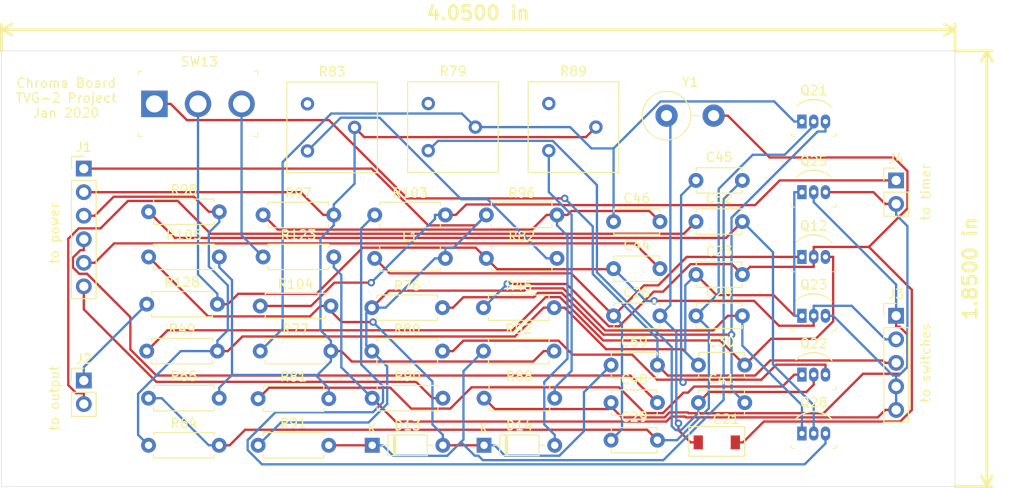
<source format=kicad_pcb>
(kicad_pcb (version 20171130) (host pcbnew "(5.0.0)")

  (general
    (thickness 1.6)
    (drawings 12)
    (tracks 454)
    (zones 0)
    (modules 52)
    (nets 32)
  )

  (page A4)
  (title_block
    (title TVG2)
    (date 2019-07-08)
    (rev v01)
  )

  (layers
    (0 F.Cu signal)
    (31 B.Cu signal)
    (32 B.Adhes user)
    (33 F.Adhes user)
    (34 B.Paste user)
    (35 F.Paste user)
    (36 B.SilkS user)
    (37 F.SilkS user)
    (38 B.Mask user)
    (39 F.Mask user)
    (40 Dwgs.User user)
    (41 Cmts.User user)
    (42 Eco1.User user)
    (43 Eco2.User user)
    (44 Edge.Cuts user)
    (45 Margin user)
    (46 B.CrtYd user)
    (47 F.CrtYd user)
    (48 B.Fab user)
    (49 F.Fab user hide)
  )

  (setup
    (last_trace_width 0.25)
    (user_trace_width 0.381)
    (trace_clearance 0.2)
    (zone_clearance 0.508)
    (zone_45_only no)
    (trace_min 0.2)
    (segment_width 0.2)
    (edge_width 0.05)
    (via_size 0.8)
    (via_drill 0.4)
    (via_min_size 0.4)
    (via_min_drill 0.3)
    (uvia_size 0.3)
    (uvia_drill 0.1)
    (uvias_allowed no)
    (uvia_min_size 0.2)
    (uvia_min_drill 0.1)
    (pcb_text_width 0.3)
    (pcb_text_size 1.5 1.5)
    (mod_edge_width 0.12)
    (mod_text_size 1 1)
    (mod_text_width 0.15)
    (pad_size 1.524 1.524)
    (pad_drill 0.762)
    (pad_to_mask_clearance 0.051)
    (solder_mask_min_width 0.25)
    (aux_axis_origin 0 0)
    (visible_elements 7FFFFFFF)
    (pcbplotparams
      (layerselection 0x010fc_ffffffff)
      (usegerberextensions false)
      (usegerberattributes false)
      (usegerberadvancedattributes false)
      (creategerberjobfile false)
      (excludeedgelayer true)
      (linewidth 0.100000)
      (plotframeref false)
      (viasonmask false)
      (mode 1)
      (useauxorigin false)
      (hpglpennumber 1)
      (hpglpenspeed 20)
      (hpglpendiameter 15.000000)
      (psnegative false)
      (psa4output false)
      (plotreference true)
      (plotvalue true)
      (plotinvisibletext false)
      (padsonsilk false)
      (subtractmaskfromsilk false)
      (outputformat 1)
      (mirror false)
      (drillshape 0)
      (scaleselection 1)
      (outputdirectory "gerbers/"))
  )

  (net 0 "")
  (net 1 GND)
  (net 2 "Net-(C21-Pad1)")
  (net 3 "Net-(C21-Pad2)")
  (net 4 -9V)
  (net 5 +9V)
  (net 6 "Net-(C26-Pad1)")
  (net 7 /A)
  (net 8 "Net-(C28-Pad1)")
  (net 9 "Net-(C30-Pad2)")
  (net 10 "Net-(C41-Pad2)")
  (net 11 "Net-(C41-Pad1)")
  (net 12 /H)
  (net 13 "Net-(C45-Pad2)")
  (net 14 "Net-(C45-Pad1)")
  (net 15 "Net-(C46-Pad1)")
  (net 16 "Net-(C46-Pad2)")
  (net 17 /G)
  (net 18 "Net-(C52-Pad2)")
  (net 19 /I)
  (net 20 "Net-(C59-Pad1)")
  (net 21 /J)
  (net 22 "Net-(Q28-Pad3)")
  (net 23 "Net-(R82-Pad2)")
  (net 24 "Net-(R88-Pad2)")
  (net 25 "Net-(R123-Pad1)")
  (net 26 "Net-(C44-Pad2)")
  (net 27 "Net-(C48-Pad2)")
  (net 28 "Net-(J1-Pad6)")
  (net 29 /out)
  (net 30 "Net-(J4-Pad1)")
  (net 31 "Net-(Q22-Pad1)")

  (net_class Default "This is the default net class."
    (clearance 0.2)
    (trace_width 0.25)
    (via_dia 0.8)
    (via_drill 0.4)
    (uvia_dia 0.3)
    (uvia_drill 0.1)
    (add_net +9V)
    (add_net -9V)
    (add_net /A)
    (add_net /G)
    (add_net /H)
    (add_net /I)
    (add_net /J)
    (add_net /out)
    (add_net GND)
    (add_net "Net-(C21-Pad1)")
    (add_net "Net-(C21-Pad2)")
    (add_net "Net-(C26-Pad1)")
    (add_net "Net-(C28-Pad1)")
    (add_net "Net-(C30-Pad2)")
    (add_net "Net-(C41-Pad1)")
    (add_net "Net-(C41-Pad2)")
    (add_net "Net-(C44-Pad2)")
    (add_net "Net-(C45-Pad1)")
    (add_net "Net-(C45-Pad2)")
    (add_net "Net-(C46-Pad1)")
    (add_net "Net-(C46-Pad2)")
    (add_net "Net-(C48-Pad2)")
    (add_net "Net-(C52-Pad2)")
    (add_net "Net-(C59-Pad1)")
    (add_net "Net-(J1-Pad6)")
    (add_net "Net-(J4-Pad1)")
    (add_net "Net-(Q22-Pad1)")
    (add_net "Net-(Q28-Pad3)")
    (add_net "Net-(R123-Pad1)")
    (add_net "Net-(R82-Pad2)")
    (add_net "Net-(R88-Pad2)")
  )

  (module digikey-footprints:9-35pF_Trim (layer F.Cu) (tedit 5D219E4D) (tstamp 5E2A1E6B)
    (at -12.995 159.07)
    (path /5D2BEF91)
    (fp_text reference C21 (at 1 -2.5) (layer F.SilkS)
      (effects (font (size 1 1) (thickness 0.15)))
    )
    (fp_text value "9-35 pF Trim" (at 1 -3.5) (layer F.Fab)
      (effects (font (size 1 1) (thickness 0.15)))
    )
    (fp_line (start 3 -1.7) (end 3 1.5) (layer F.SilkS) (width 0.12))
    (fp_line (start 3 -1.7) (end -3 -1.7) (layer F.SilkS) (width 0.12))
    (fp_line (start -3 -1.7) (end -3 1.5) (layer F.SilkS) (width 0.12))
    (fp_line (start -3 1.5) (end 3 1.5) (layer F.SilkS) (width 0.12))
    (pad 1 smd rect (at -2 0) (size 1 1.5) (layers F.Cu F.Paste F.Mask)
      (net 2 "Net-(C21-Pad1)"))
    (pad 2 smd rect (at 2 0) (size 1 1.5) (layers F.Cu F.Paste F.Mask)
      (net 3 "Net-(C21-Pad2)"))
  )

  (module Capacitor_THT:C_Disc_D4.7mm_W2.5mm_P5.00mm (layer F.Cu) (tedit 5AE50EF0) (tstamp 5E2A1E80)
    (at -15.24 140.97)
    (descr "C, Disc series, Radial, pin pitch=5.00mm, , diameter*width=4.7*2.5mm^2, Capacitor, http://www.vishay.com/docs/45233/krseries.pdf")
    (tags "C Disc series Radial pin pitch 5.00mm  diameter 4.7mm width 2.5mm Capacitor")
    (path /5D2D7FAF)
    (fp_text reference C23 (at 2.5 -2.5) (layer F.SilkS)
      (effects (font (size 1 1) (thickness 0.15)))
    )
    (fp_text value "20 pF" (at 2.5 2.5) (layer F.Fab)
      (effects (font (size 1 1) (thickness 0.15)))
    )
    (fp_text user %R (at 2.5 0) (layer F.Fab)
      (effects (font (size 0.94 0.94) (thickness 0.141)))
    )
    (fp_line (start 6.05 -1.5) (end -1.05 -1.5) (layer F.CrtYd) (width 0.05))
    (fp_line (start 6.05 1.5) (end 6.05 -1.5) (layer F.CrtYd) (width 0.05))
    (fp_line (start -1.05 1.5) (end 6.05 1.5) (layer F.CrtYd) (width 0.05))
    (fp_line (start -1.05 -1.5) (end -1.05 1.5) (layer F.CrtYd) (width 0.05))
    (fp_line (start 4.97 1.055) (end 4.97 1.37) (layer F.SilkS) (width 0.12))
    (fp_line (start 4.97 -1.37) (end 4.97 -1.055) (layer F.SilkS) (width 0.12))
    (fp_line (start 0.03 1.055) (end 0.03 1.37) (layer F.SilkS) (width 0.12))
    (fp_line (start 0.03 -1.37) (end 0.03 -1.055) (layer F.SilkS) (width 0.12))
    (fp_line (start 0.03 1.37) (end 4.97 1.37) (layer F.SilkS) (width 0.12))
    (fp_line (start 0.03 -1.37) (end 4.97 -1.37) (layer F.SilkS) (width 0.12))
    (fp_line (start 4.85 -1.25) (end 0.15 -1.25) (layer F.Fab) (width 0.1))
    (fp_line (start 4.85 1.25) (end 4.85 -1.25) (layer F.Fab) (width 0.1))
    (fp_line (start 0.15 1.25) (end 4.85 1.25) (layer F.Fab) (width 0.1))
    (fp_line (start 0.15 -1.25) (end 0.15 1.25) (layer F.Fab) (width 0.1))
    (pad 2 thru_hole circle (at 5 0) (size 1.6 1.6) (drill 0.8) (layers *.Cu *.Mask)
      (net 3 "Net-(C21-Pad2)"))
    (pad 1 thru_hole circle (at 0 0) (size 1.6 1.6) (drill 0.8) (layers *.Cu *.Mask)
      (net 1 GND))
    (model ${KISYS3DMOD}/Capacitor_THT.3dshapes/C_Disc_D4.7mm_W2.5mm_P5.00mm.wrl
      (at (xyz 0 0 0))
      (scale (xyz 1 1 1))
      (rotate (xyz 0 0 0))
    )
  )

  (module Capacitor_THT:C_Disc_D4.7mm_W2.5mm_P5.00mm (layer F.Cu) (tedit 5AE50EF0) (tstamp 5E2A1E95)
    (at -24.13 145.415)
    (descr "C, Disc series, Radial, pin pitch=5.00mm, , diameter*width=4.7*2.5mm^2, Capacitor, http://www.vishay.com/docs/45233/krseries.pdf")
    (tags "C Disc series Radial pin pitch 5.00mm  diameter 4.7mm width 2.5mm Capacitor")
    (path /5D2C9168)
    (fp_text reference C26 (at 2.5 -2.5) (layer F.SilkS)
      (effects (font (size 1 1) (thickness 0.15)))
    )
    (fp_text value "180 pF" (at 2.5 2.5) (layer F.Fab)
      (effects (font (size 1 1) (thickness 0.15)))
    )
    (fp_text user %R (at 2.5 0) (layer F.Fab)
      (effects (font (size 0.94 0.94) (thickness 0.141)))
    )
    (fp_line (start 6.05 -1.5) (end -1.05 -1.5) (layer F.CrtYd) (width 0.05))
    (fp_line (start 6.05 1.5) (end 6.05 -1.5) (layer F.CrtYd) (width 0.05))
    (fp_line (start -1.05 1.5) (end 6.05 1.5) (layer F.CrtYd) (width 0.05))
    (fp_line (start -1.05 -1.5) (end -1.05 1.5) (layer F.CrtYd) (width 0.05))
    (fp_line (start 4.97 1.055) (end 4.97 1.37) (layer F.SilkS) (width 0.12))
    (fp_line (start 4.97 -1.37) (end 4.97 -1.055) (layer F.SilkS) (width 0.12))
    (fp_line (start 0.03 1.055) (end 0.03 1.37) (layer F.SilkS) (width 0.12))
    (fp_line (start 0.03 -1.37) (end 0.03 -1.055) (layer F.SilkS) (width 0.12))
    (fp_line (start 0.03 1.37) (end 4.97 1.37) (layer F.SilkS) (width 0.12))
    (fp_line (start 0.03 -1.37) (end 4.97 -1.37) (layer F.SilkS) (width 0.12))
    (fp_line (start 4.85 -1.25) (end 0.15 -1.25) (layer F.Fab) (width 0.1))
    (fp_line (start 4.85 1.25) (end 4.85 -1.25) (layer F.Fab) (width 0.1))
    (fp_line (start 0.15 1.25) (end 4.85 1.25) (layer F.Fab) (width 0.1))
    (fp_line (start 0.15 -1.25) (end 0.15 1.25) (layer F.Fab) (width 0.1))
    (pad 2 thru_hole circle (at 5 0) (size 1.6 1.6) (drill 0.8) (layers *.Cu *.Mask)
      (net 2 "Net-(C21-Pad1)"))
    (pad 1 thru_hole circle (at 0 0) (size 1.6 1.6) (drill 0.8) (layers *.Cu *.Mask)
      (net 6 "Net-(C26-Pad1)"))
    (model ${KISYS3DMOD}/Capacitor_THT.3dshapes/C_Disc_D4.7mm_W2.5mm_P5.00mm.wrl
      (at (xyz 0 0 0))
      (scale (xyz 1 1 1))
      (rotate (xyz 0 0 0))
    )
  )

  (module Capacitor_THT:C_Disc_D4.7mm_W2.5mm_P5.00mm (layer F.Cu) (tedit 5AE50EF0) (tstamp 5E2A1EAA)
    (at -15.24 145.415)
    (descr "C, Disc series, Radial, pin pitch=5.00mm, , diameter*width=4.7*2.5mm^2, Capacitor, http://www.vishay.com/docs/45233/krseries.pdf")
    (tags "C Disc series Radial pin pitch 5.00mm  diameter 4.7mm width 2.5mm Capacitor")
    (path /5D2CBD83)
    (fp_text reference C28 (at 2.5 -2.5) (layer F.SilkS)
      (effects (font (size 1 1) (thickness 0.15)))
    )
    (fp_text value "220 pF" (at 2.5 2.5) (layer F.Fab)
      (effects (font (size 1 1) (thickness 0.15)))
    )
    (fp_line (start 0.15 -1.25) (end 0.15 1.25) (layer F.Fab) (width 0.1))
    (fp_line (start 0.15 1.25) (end 4.85 1.25) (layer F.Fab) (width 0.1))
    (fp_line (start 4.85 1.25) (end 4.85 -1.25) (layer F.Fab) (width 0.1))
    (fp_line (start 4.85 -1.25) (end 0.15 -1.25) (layer F.Fab) (width 0.1))
    (fp_line (start 0.03 -1.37) (end 4.97 -1.37) (layer F.SilkS) (width 0.12))
    (fp_line (start 0.03 1.37) (end 4.97 1.37) (layer F.SilkS) (width 0.12))
    (fp_line (start 0.03 -1.37) (end 0.03 -1.055) (layer F.SilkS) (width 0.12))
    (fp_line (start 0.03 1.055) (end 0.03 1.37) (layer F.SilkS) (width 0.12))
    (fp_line (start 4.97 -1.37) (end 4.97 -1.055) (layer F.SilkS) (width 0.12))
    (fp_line (start 4.97 1.055) (end 4.97 1.37) (layer F.SilkS) (width 0.12))
    (fp_line (start -1.05 -1.5) (end -1.05 1.5) (layer F.CrtYd) (width 0.05))
    (fp_line (start -1.05 1.5) (end 6.05 1.5) (layer F.CrtYd) (width 0.05))
    (fp_line (start 6.05 1.5) (end 6.05 -1.5) (layer F.CrtYd) (width 0.05))
    (fp_line (start 6.05 -1.5) (end -1.05 -1.5) (layer F.CrtYd) (width 0.05))
    (fp_text user %R (at 2.5 0) (layer F.Fab)
      (effects (font (size 0.94 0.94) (thickness 0.141)))
    )
    (pad 1 thru_hole circle (at 0 0) (size 1.6 1.6) (drill 0.8) (layers *.Cu *.Mask)
      (net 8 "Net-(C28-Pad1)"))
    (pad 2 thru_hole circle (at 5 0) (size 1.6 1.6) (drill 0.8) (layers *.Cu *.Mask)
      (net 5 +9V))
    (model ${KISYS3DMOD}/Capacitor_THT.3dshapes/C_Disc_D4.7mm_W2.5mm_P5.00mm.wrl
      (at (xyz 0 0 0))
      (scale (xyz 1 1 1))
      (rotate (xyz 0 0 0))
    )
  )

  (module Capacitor_THT:C_Disc_D4.7mm_W2.5mm_P5.00mm (layer F.Cu) (tedit 5AE50EF0) (tstamp 5E2A1EBF)
    (at -24.4 158.835)
    (descr "C, Disc series, Radial, pin pitch=5.00mm, , diameter*width=4.7*2.5mm^2, Capacitor, http://www.vishay.com/docs/45233/krseries.pdf")
    (tags "C Disc series Radial pin pitch 5.00mm  diameter 4.7mm width 2.5mm Capacitor")
    (path /5D2D0D6B)
    (fp_text reference C29 (at 2.5 -2.5) (layer F.SilkS)
      (effects (font (size 1 1) (thickness 0.15)))
    )
    (fp_text value "220 pF" (at 2.5 2.5) (layer F.Fab)
      (effects (font (size 1 1) (thickness 0.15)))
    )
    (fp_text user %R (at 2.5 0) (layer F.Fab)
      (effects (font (size 0.94 0.94) (thickness 0.141)))
    )
    (fp_line (start 6.05 -1.5) (end -1.05 -1.5) (layer F.CrtYd) (width 0.05))
    (fp_line (start 6.05 1.5) (end 6.05 -1.5) (layer F.CrtYd) (width 0.05))
    (fp_line (start -1.05 1.5) (end 6.05 1.5) (layer F.CrtYd) (width 0.05))
    (fp_line (start -1.05 -1.5) (end -1.05 1.5) (layer F.CrtYd) (width 0.05))
    (fp_line (start 4.97 1.055) (end 4.97 1.37) (layer F.SilkS) (width 0.12))
    (fp_line (start 4.97 -1.37) (end 4.97 -1.055) (layer F.SilkS) (width 0.12))
    (fp_line (start 0.03 1.055) (end 0.03 1.37) (layer F.SilkS) (width 0.12))
    (fp_line (start 0.03 -1.37) (end 0.03 -1.055) (layer F.SilkS) (width 0.12))
    (fp_line (start 0.03 1.37) (end 4.97 1.37) (layer F.SilkS) (width 0.12))
    (fp_line (start 0.03 -1.37) (end 4.97 -1.37) (layer F.SilkS) (width 0.12))
    (fp_line (start 4.85 -1.25) (end 0.15 -1.25) (layer F.Fab) (width 0.1))
    (fp_line (start 4.85 1.25) (end 4.85 -1.25) (layer F.Fab) (width 0.1))
    (fp_line (start 0.15 1.25) (end 4.85 1.25) (layer F.Fab) (width 0.1))
    (fp_line (start 0.15 -1.25) (end 0.15 1.25) (layer F.Fab) (width 0.1))
    (pad 2 thru_hole circle (at 5 0) (size 1.6 1.6) (drill 0.8) (layers *.Cu *.Mask)
      (net 8 "Net-(C28-Pad1)"))
    (pad 1 thru_hole circle (at 0 0) (size 1.6 1.6) (drill 0.8) (layers *.Cu *.Mask)
      (net 6 "Net-(C26-Pad1)"))
    (model ${KISYS3DMOD}/Capacitor_THT.3dshapes/C_Disc_D4.7mm_W2.5mm_P5.00mm.wrl
      (at (xyz 0 0 0))
      (scale (xyz 1 1 1))
      (rotate (xyz 0 0 0))
    )
  )

  (module Capacitor_THT:C_Disc_D4.7mm_W2.5mm_P5.00mm (layer F.Cu) (tedit 5AE50EF0) (tstamp 5E2A1ED4)
    (at -14.98 150.735)
    (descr "C, Disc series, Radial, pin pitch=5.00mm, , diameter*width=4.7*2.5mm^2, Capacitor, http://www.vishay.com/docs/45233/krseries.pdf")
    (tags "C Disc series Radial pin pitch 5.00mm  diameter 4.7mm width 2.5mm Capacitor")
    (path /5D2D82AF)
    (fp_text reference C30 (at 2.5 -2.5) (layer F.SilkS)
      (effects (font (size 1 1) (thickness 0.15)))
    )
    (fp_text value "100 pF" (at 2.5 2.5) (layer F.Fab)
      (effects (font (size 1 1) (thickness 0.15)))
    )
    (fp_text user %R (at 2.5 0) (layer F.Fab)
      (effects (font (size 0.94 0.94) (thickness 0.141)))
    )
    (fp_line (start 6.05 -1.5) (end -1.05 -1.5) (layer F.CrtYd) (width 0.05))
    (fp_line (start 6.05 1.5) (end 6.05 -1.5) (layer F.CrtYd) (width 0.05))
    (fp_line (start -1.05 1.5) (end 6.05 1.5) (layer F.CrtYd) (width 0.05))
    (fp_line (start -1.05 -1.5) (end -1.05 1.5) (layer F.CrtYd) (width 0.05))
    (fp_line (start 4.97 1.055) (end 4.97 1.37) (layer F.SilkS) (width 0.12))
    (fp_line (start 4.97 -1.37) (end 4.97 -1.055) (layer F.SilkS) (width 0.12))
    (fp_line (start 0.03 1.055) (end 0.03 1.37) (layer F.SilkS) (width 0.12))
    (fp_line (start 0.03 -1.37) (end 0.03 -1.055) (layer F.SilkS) (width 0.12))
    (fp_line (start 0.03 1.37) (end 4.97 1.37) (layer F.SilkS) (width 0.12))
    (fp_line (start 0.03 -1.37) (end 4.97 -1.37) (layer F.SilkS) (width 0.12))
    (fp_line (start 4.85 -1.25) (end 0.15 -1.25) (layer F.Fab) (width 0.1))
    (fp_line (start 4.85 1.25) (end 4.85 -1.25) (layer F.Fab) (width 0.1))
    (fp_line (start 0.15 1.25) (end 4.85 1.25) (layer F.Fab) (width 0.1))
    (fp_line (start 0.15 -1.25) (end 0.15 1.25) (layer F.Fab) (width 0.1))
    (pad 2 thru_hole circle (at 5 0) (size 1.6 1.6) (drill 0.8) (layers *.Cu *.Mask)
      (net 9 "Net-(C30-Pad2)"))
    (pad 1 thru_hole circle (at 0 0) (size 1.6 1.6) (drill 0.8) (layers *.Cu *.Mask)
      (net 1 GND))
    (model ${KISYS3DMOD}/Capacitor_THT.3dshapes/C_Disc_D4.7mm_W2.5mm_P5.00mm.wrl
      (at (xyz 0 0 0))
      (scale (xyz 1 1 1))
      (rotate (xyz 0 0 0))
    )
  )

  (module Capacitor_THT:C_Disc_D4.7mm_W2.5mm_P5.00mm (layer F.Cu) (tedit 5AE50EF0) (tstamp 5E2A1EE9)
    (at -14.98 154.785)
    (descr "C, Disc series, Radial, pin pitch=5.00mm, , diameter*width=4.7*2.5mm^2, Capacitor, http://www.vishay.com/docs/45233/krseries.pdf")
    (tags "C Disc series Radial pin pitch 5.00mm  diameter 4.7mm width 2.5mm Capacitor")
    (path /5D30BA66)
    (fp_text reference C41 (at 2.5 -2.5) (layer F.SilkS)
      (effects (font (size 1 1) (thickness 0.15)))
    )
    (fp_text value "27 pF" (at 2.5 2.5) (layer F.Fab)
      (effects (font (size 1 1) (thickness 0.15)))
    )
    (fp_line (start 0.15 -1.25) (end 0.15 1.25) (layer F.Fab) (width 0.1))
    (fp_line (start 0.15 1.25) (end 4.85 1.25) (layer F.Fab) (width 0.1))
    (fp_line (start 4.85 1.25) (end 4.85 -1.25) (layer F.Fab) (width 0.1))
    (fp_line (start 4.85 -1.25) (end 0.15 -1.25) (layer F.Fab) (width 0.1))
    (fp_line (start 0.03 -1.37) (end 4.97 -1.37) (layer F.SilkS) (width 0.12))
    (fp_line (start 0.03 1.37) (end 4.97 1.37) (layer F.SilkS) (width 0.12))
    (fp_line (start 0.03 -1.37) (end 0.03 -1.055) (layer F.SilkS) (width 0.12))
    (fp_line (start 0.03 1.055) (end 0.03 1.37) (layer F.SilkS) (width 0.12))
    (fp_line (start 4.97 -1.37) (end 4.97 -1.055) (layer F.SilkS) (width 0.12))
    (fp_line (start 4.97 1.055) (end 4.97 1.37) (layer F.SilkS) (width 0.12))
    (fp_line (start -1.05 -1.5) (end -1.05 1.5) (layer F.CrtYd) (width 0.05))
    (fp_line (start -1.05 1.5) (end 6.05 1.5) (layer F.CrtYd) (width 0.05))
    (fp_line (start 6.05 1.5) (end 6.05 -1.5) (layer F.CrtYd) (width 0.05))
    (fp_line (start 6.05 -1.5) (end -1.05 -1.5) (layer F.CrtYd) (width 0.05))
    (fp_text user %R (at 2.5 0) (layer F.Fab)
      (effects (font (size 0.94 0.94) (thickness 0.141)))
    )
    (pad 1 thru_hole circle (at 0 0) (size 1.6 1.6) (drill 0.8) (layers *.Cu *.Mask)
      (net 11 "Net-(C41-Pad1)"))
    (pad 2 thru_hole circle (at 5 0) (size 1.6 1.6) (drill 0.8) (layers *.Cu *.Mask)
      (net 10 "Net-(C41-Pad2)"))
    (model ${KISYS3DMOD}/Capacitor_THT.3dshapes/C_Disc_D4.7mm_W2.5mm_P5.00mm.wrl
      (at (xyz 0 0 0))
      (scale (xyz 1 1 1))
      (rotate (xyz 0 0 0))
    )
  )

  (module Capacitor_THT:C_Disc_D4.7mm_W2.5mm_P5.00mm (layer F.Cu) (tedit 5AE50EF0) (tstamp 5E2A1EFE)
    (at -24.13 140.335)
    (descr "C, Disc series, Radial, pin pitch=5.00mm, , diameter*width=4.7*2.5mm^2, Capacitor, http://www.vishay.com/docs/45233/krseries.pdf")
    (tags "C Disc series Radial pin pitch 5.00mm  diameter 4.7mm width 2.5mm Capacitor")
    (path /5E5C6D32)
    (fp_text reference C44 (at 2.5 -2.5) (layer F.SilkS)
      (effects (font (size 1 1) (thickness 0.15)))
    )
    (fp_text value "0.05 uF" (at 2.5 2.5) (layer F.Fab)
      (effects (font (size 1 1) (thickness 0.15)))
    )
    (fp_line (start 0.15 -1.25) (end 0.15 1.25) (layer F.Fab) (width 0.1))
    (fp_line (start 0.15 1.25) (end 4.85 1.25) (layer F.Fab) (width 0.1))
    (fp_line (start 4.85 1.25) (end 4.85 -1.25) (layer F.Fab) (width 0.1))
    (fp_line (start 4.85 -1.25) (end 0.15 -1.25) (layer F.Fab) (width 0.1))
    (fp_line (start 0.03 -1.37) (end 4.97 -1.37) (layer F.SilkS) (width 0.12))
    (fp_line (start 0.03 1.37) (end 4.97 1.37) (layer F.SilkS) (width 0.12))
    (fp_line (start 0.03 -1.37) (end 0.03 -1.055) (layer F.SilkS) (width 0.12))
    (fp_line (start 0.03 1.055) (end 0.03 1.37) (layer F.SilkS) (width 0.12))
    (fp_line (start 4.97 -1.37) (end 4.97 -1.055) (layer F.SilkS) (width 0.12))
    (fp_line (start 4.97 1.055) (end 4.97 1.37) (layer F.SilkS) (width 0.12))
    (fp_line (start -1.05 -1.5) (end -1.05 1.5) (layer F.CrtYd) (width 0.05))
    (fp_line (start -1.05 1.5) (end 6.05 1.5) (layer F.CrtYd) (width 0.05))
    (fp_line (start 6.05 1.5) (end 6.05 -1.5) (layer F.CrtYd) (width 0.05))
    (fp_line (start 6.05 -1.5) (end -1.05 -1.5) (layer F.CrtYd) (width 0.05))
    (fp_text user %R (at 2.5 0) (layer F.Fab)
      (effects (font (size 0.94 0.94) (thickness 0.141)))
    )
    (pad 1 thru_hole circle (at 0 0) (size 1.6 1.6) (drill 0.8) (layers *.Cu *.Mask)
      (net 12 /H))
    (pad 2 thru_hole circle (at 5 0) (size 1.6 1.6) (drill 0.8) (layers *.Cu *.Mask)
      (net 26 "Net-(C44-Pad2)"))
    (model ${KISYS3DMOD}/Capacitor_THT.3dshapes/C_Disc_D4.7mm_W2.5mm_P5.00mm.wrl
      (at (xyz 0 0 0))
      (scale (xyz 1 1 1))
      (rotate (xyz 0 0 0))
    )
  )

  (module Capacitor_THT:C_Disc_D4.7mm_W2.5mm_P5.00mm (layer F.Cu) (tedit 5AE50EF0) (tstamp 5E2A1F13)
    (at -15.24 130.81)
    (descr "C, Disc series, Radial, pin pitch=5.00mm, , diameter*width=4.7*2.5mm^2, Capacitor, http://www.vishay.com/docs/45233/krseries.pdf")
    (tags "C Disc series Radial pin pitch 5.00mm  diameter 4.7mm width 2.5mm Capacitor")
    (path /5D30E708)
    (fp_text reference C45 (at 2.5 -2.5) (layer F.SilkS)
      (effects (font (size 1 1) (thickness 0.15)))
    )
    (fp_text value "100 pF" (at 2.5 2.5) (layer F.Fab)
      (effects (font (size 1 1) (thickness 0.15)))
    )
    (fp_text user %R (at 2.5 0) (layer F.Fab)
      (effects (font (size 0.94 0.94) (thickness 0.141)))
    )
    (fp_line (start 6.05 -1.5) (end -1.05 -1.5) (layer F.CrtYd) (width 0.05))
    (fp_line (start 6.05 1.5) (end 6.05 -1.5) (layer F.CrtYd) (width 0.05))
    (fp_line (start -1.05 1.5) (end 6.05 1.5) (layer F.CrtYd) (width 0.05))
    (fp_line (start -1.05 -1.5) (end -1.05 1.5) (layer F.CrtYd) (width 0.05))
    (fp_line (start 4.97 1.055) (end 4.97 1.37) (layer F.SilkS) (width 0.12))
    (fp_line (start 4.97 -1.37) (end 4.97 -1.055) (layer F.SilkS) (width 0.12))
    (fp_line (start 0.03 1.055) (end 0.03 1.37) (layer F.SilkS) (width 0.12))
    (fp_line (start 0.03 -1.37) (end 0.03 -1.055) (layer F.SilkS) (width 0.12))
    (fp_line (start 0.03 1.37) (end 4.97 1.37) (layer F.SilkS) (width 0.12))
    (fp_line (start 0.03 -1.37) (end 4.97 -1.37) (layer F.SilkS) (width 0.12))
    (fp_line (start 4.85 -1.25) (end 0.15 -1.25) (layer F.Fab) (width 0.1))
    (fp_line (start 4.85 1.25) (end 4.85 -1.25) (layer F.Fab) (width 0.1))
    (fp_line (start 0.15 1.25) (end 4.85 1.25) (layer F.Fab) (width 0.1))
    (fp_line (start 0.15 -1.25) (end 0.15 1.25) (layer F.Fab) (width 0.1))
    (pad 2 thru_hole circle (at 5 0) (size 1.6 1.6) (drill 0.8) (layers *.Cu *.Mask)
      (net 13 "Net-(C45-Pad2)"))
    (pad 1 thru_hole circle (at 0 0) (size 1.6 1.6) (drill 0.8) (layers *.Cu *.Mask)
      (net 14 "Net-(C45-Pad1)"))
    (model ${KISYS3DMOD}/Capacitor_THT.3dshapes/C_Disc_D4.7mm_W2.5mm_P5.00mm.wrl
      (at (xyz 0 0 0))
      (scale (xyz 1 1 1))
      (rotate (xyz 0 0 0))
    )
  )

  (module Capacitor_THT:C_Disc_D4.7mm_W2.5mm_P5.00mm (layer F.Cu) (tedit 5AE50EF0) (tstamp 5E2A1F28)
    (at -24.13 135.255)
    (descr "C, Disc series, Radial, pin pitch=5.00mm, , diameter*width=4.7*2.5mm^2, Capacitor, http://www.vishay.com/docs/45233/krseries.pdf")
    (tags "C Disc series Radial pin pitch 5.00mm  diameter 4.7mm width 2.5mm Capacitor")
    (path /5D30EC24)
    (fp_text reference C46 (at 2.5 -2.5) (layer F.SilkS)
      (effects (font (size 1 1) (thickness 0.15)))
    )
    (fp_text value "100 pF" (at 2.5 2.5) (layer F.Fab)
      (effects (font (size 1 1) (thickness 0.15)))
    )
    (fp_text user %R (at 2.5 0) (layer F.Fab)
      (effects (font (size 0.94 0.94) (thickness 0.141)))
    )
    (fp_line (start 6.05 -1.5) (end -1.05 -1.5) (layer F.CrtYd) (width 0.05))
    (fp_line (start 6.05 1.5) (end 6.05 -1.5) (layer F.CrtYd) (width 0.05))
    (fp_line (start -1.05 1.5) (end 6.05 1.5) (layer F.CrtYd) (width 0.05))
    (fp_line (start -1.05 -1.5) (end -1.05 1.5) (layer F.CrtYd) (width 0.05))
    (fp_line (start 4.97 1.055) (end 4.97 1.37) (layer F.SilkS) (width 0.12))
    (fp_line (start 4.97 -1.37) (end 4.97 -1.055) (layer F.SilkS) (width 0.12))
    (fp_line (start 0.03 1.055) (end 0.03 1.37) (layer F.SilkS) (width 0.12))
    (fp_line (start 0.03 -1.37) (end 0.03 -1.055) (layer F.SilkS) (width 0.12))
    (fp_line (start 0.03 1.37) (end 4.97 1.37) (layer F.SilkS) (width 0.12))
    (fp_line (start 0.03 -1.37) (end 4.97 -1.37) (layer F.SilkS) (width 0.12))
    (fp_line (start 4.85 -1.25) (end 0.15 -1.25) (layer F.Fab) (width 0.1))
    (fp_line (start 4.85 1.25) (end 4.85 -1.25) (layer F.Fab) (width 0.1))
    (fp_line (start 0.15 1.25) (end 4.85 1.25) (layer F.Fab) (width 0.1))
    (fp_line (start 0.15 -1.25) (end 0.15 1.25) (layer F.Fab) (width 0.1))
    (pad 2 thru_hole circle (at 5 0) (size 1.6 1.6) (drill 0.8) (layers *.Cu *.Mask)
      (net 16 "Net-(C46-Pad2)"))
    (pad 1 thru_hole circle (at 0 0) (size 1.6 1.6) (drill 0.8) (layers *.Cu *.Mask)
      (net 15 "Net-(C46-Pad1)"))
    (model ${KISYS3DMOD}/Capacitor_THT.3dshapes/C_Disc_D4.7mm_W2.5mm_P5.00mm.wrl
      (at (xyz 0 0 0))
      (scale (xyz 1 1 1))
      (rotate (xyz 0 0 0))
    )
  )

  (module Capacitor_THT:C_Disc_D4.7mm_W2.5mm_P5.00mm (layer F.Cu) (tedit 5AE50EF0) (tstamp 5E2A1F3D)
    (at -24.4 154.785)
    (descr "C, Disc series, Radial, pin pitch=5.00mm, , diameter*width=4.7*2.5mm^2, Capacitor, http://www.vishay.com/docs/45233/krseries.pdf")
    (tags "C Disc series Radial pin pitch 5.00mm  diameter 4.7mm width 2.5mm Capacitor")
    (path /5E5C6CEE)
    (fp_text reference C48 (at 2.5 -2.5) (layer F.SilkS)
      (effects (font (size 1 1) (thickness 0.15)))
    )
    (fp_text value "180 pF" (at 2.5 2.5) (layer F.Fab)
      (effects (font (size 1 1) (thickness 0.15)))
    )
    (fp_line (start 0.15 -1.25) (end 0.15 1.25) (layer F.Fab) (width 0.1))
    (fp_line (start 0.15 1.25) (end 4.85 1.25) (layer F.Fab) (width 0.1))
    (fp_line (start 4.85 1.25) (end 4.85 -1.25) (layer F.Fab) (width 0.1))
    (fp_line (start 4.85 -1.25) (end 0.15 -1.25) (layer F.Fab) (width 0.1))
    (fp_line (start 0.03 -1.37) (end 4.97 -1.37) (layer F.SilkS) (width 0.12))
    (fp_line (start 0.03 1.37) (end 4.97 1.37) (layer F.SilkS) (width 0.12))
    (fp_line (start 0.03 -1.37) (end 0.03 -1.055) (layer F.SilkS) (width 0.12))
    (fp_line (start 0.03 1.055) (end 0.03 1.37) (layer F.SilkS) (width 0.12))
    (fp_line (start 4.97 -1.37) (end 4.97 -1.055) (layer F.SilkS) (width 0.12))
    (fp_line (start 4.97 1.055) (end 4.97 1.37) (layer F.SilkS) (width 0.12))
    (fp_line (start -1.05 -1.5) (end -1.05 1.5) (layer F.CrtYd) (width 0.05))
    (fp_line (start -1.05 1.5) (end 6.05 1.5) (layer F.CrtYd) (width 0.05))
    (fp_line (start 6.05 1.5) (end 6.05 -1.5) (layer F.CrtYd) (width 0.05))
    (fp_line (start 6.05 -1.5) (end -1.05 -1.5) (layer F.CrtYd) (width 0.05))
    (fp_text user %R (at 2.5 0) (layer F.Fab)
      (effects (font (size 0.94 0.94) (thickness 0.141)))
    )
    (pad 1 thru_hole circle (at 0 0) (size 1.6 1.6) (drill 0.8) (layers *.Cu *.Mask)
      (net 17 /G))
    (pad 2 thru_hole circle (at 5 0) (size 1.6 1.6) (drill 0.8) (layers *.Cu *.Mask)
      (net 27 "Net-(C48-Pad2)"))
    (model ${KISYS3DMOD}/Capacitor_THT.3dshapes/C_Disc_D4.7mm_W2.5mm_P5.00mm.wrl
      (at (xyz 0 0 0))
      (scale (xyz 1 1 1))
      (rotate (xyz 0 0 0))
    )
  )

  (module Capacitor_THT:C_Disc_D4.7mm_W2.5mm_P5.00mm (layer F.Cu) (tedit 5AE50EF0) (tstamp 5E2A1F52)
    (at -15.24 135.255)
    (descr "C, Disc series, Radial, pin pitch=5.00mm, , diameter*width=4.7*2.5mm^2, Capacitor, http://www.vishay.com/docs/45233/krseries.pdf")
    (tags "C Disc series Radial pin pitch 5.00mm  diameter 4.7mm width 2.5mm Capacitor")
    (path /5D1BA547)
    (fp_text reference C52 (at 2.5 -2.5) (layer F.SilkS)
      (effects (font (size 1 1) (thickness 0.15)))
    )
    (fp_text value "330 pF" (at 2.5 2.5) (layer F.Fab)
      (effects (font (size 1 1) (thickness 0.15)))
    )
    (fp_line (start 0.15 -1.25) (end 0.15 1.25) (layer F.Fab) (width 0.1))
    (fp_line (start 0.15 1.25) (end 4.85 1.25) (layer F.Fab) (width 0.1))
    (fp_line (start 4.85 1.25) (end 4.85 -1.25) (layer F.Fab) (width 0.1))
    (fp_line (start 4.85 -1.25) (end 0.15 -1.25) (layer F.Fab) (width 0.1))
    (fp_line (start 0.03 -1.37) (end 4.97 -1.37) (layer F.SilkS) (width 0.12))
    (fp_line (start 0.03 1.37) (end 4.97 1.37) (layer F.SilkS) (width 0.12))
    (fp_line (start 0.03 -1.37) (end 0.03 -1.055) (layer F.SilkS) (width 0.12))
    (fp_line (start 0.03 1.055) (end 0.03 1.37) (layer F.SilkS) (width 0.12))
    (fp_line (start 4.97 -1.37) (end 4.97 -1.055) (layer F.SilkS) (width 0.12))
    (fp_line (start 4.97 1.055) (end 4.97 1.37) (layer F.SilkS) (width 0.12))
    (fp_line (start -1.05 -1.5) (end -1.05 1.5) (layer F.CrtYd) (width 0.05))
    (fp_line (start -1.05 1.5) (end 6.05 1.5) (layer F.CrtYd) (width 0.05))
    (fp_line (start 6.05 1.5) (end 6.05 -1.5) (layer F.CrtYd) (width 0.05))
    (fp_line (start 6.05 -1.5) (end -1.05 -1.5) (layer F.CrtYd) (width 0.05))
    (fp_text user %R (at 2.5 0) (layer F.Fab)
      (effects (font (size 0.94 0.94) (thickness 0.141)))
    )
    (pad 1 thru_hole circle (at 0 0) (size 1.6 1.6) (drill 0.8) (layers *.Cu *.Mask)
      (net 7 /A))
    (pad 2 thru_hole circle (at 5 0) (size 1.6 1.6) (drill 0.8) (layers *.Cu *.Mask)
      (net 18 "Net-(C52-Pad2)"))
    (model ${KISYS3DMOD}/Capacitor_THT.3dshapes/C_Disc_D4.7mm_W2.5mm_P5.00mm.wrl
      (at (xyz 0 0 0))
      (scale (xyz 1 1 1))
      (rotate (xyz 0 0 0))
    )
  )

  (module Capacitor_THT:C_Disc_D4.7mm_W2.5mm_P5.00mm (layer F.Cu) (tedit 5AE50EF0) (tstamp 5E2A1F67)
    (at -24.4 150.735)
    (descr "C, Disc series, Radial, pin pitch=5.00mm, , diameter*width=4.7*2.5mm^2, Capacitor, http://www.vishay.com/docs/45233/krseries.pdf")
    (tags "C Disc series Radial pin pitch 5.00mm  diameter 4.7mm width 2.5mm Capacitor")
    (path /5D31376A)
    (fp_text reference C59 (at 2.5 -2.5) (layer F.SilkS)
      (effects (font (size 1 1) (thickness 0.15)))
    )
    (fp_text value "10 pF" (at 2.5 2.5) (layer F.Fab)
      (effects (font (size 1 1) (thickness 0.15)))
    )
    (fp_line (start 0.15 -1.25) (end 0.15 1.25) (layer F.Fab) (width 0.1))
    (fp_line (start 0.15 1.25) (end 4.85 1.25) (layer F.Fab) (width 0.1))
    (fp_line (start 4.85 1.25) (end 4.85 -1.25) (layer F.Fab) (width 0.1))
    (fp_line (start 4.85 -1.25) (end 0.15 -1.25) (layer F.Fab) (width 0.1))
    (fp_line (start 0.03 -1.37) (end 4.97 -1.37) (layer F.SilkS) (width 0.12))
    (fp_line (start 0.03 1.37) (end 4.97 1.37) (layer F.SilkS) (width 0.12))
    (fp_line (start 0.03 -1.37) (end 0.03 -1.055) (layer F.SilkS) (width 0.12))
    (fp_line (start 0.03 1.055) (end 0.03 1.37) (layer F.SilkS) (width 0.12))
    (fp_line (start 4.97 -1.37) (end 4.97 -1.055) (layer F.SilkS) (width 0.12))
    (fp_line (start 4.97 1.055) (end 4.97 1.37) (layer F.SilkS) (width 0.12))
    (fp_line (start -1.05 -1.5) (end -1.05 1.5) (layer F.CrtYd) (width 0.05))
    (fp_line (start -1.05 1.5) (end 6.05 1.5) (layer F.CrtYd) (width 0.05))
    (fp_line (start 6.05 1.5) (end 6.05 -1.5) (layer F.CrtYd) (width 0.05))
    (fp_line (start 6.05 -1.5) (end -1.05 -1.5) (layer F.CrtYd) (width 0.05))
    (fp_text user %R (at 2.5 0) (layer F.Fab)
      (effects (font (size 0.94 0.94) (thickness 0.141)))
    )
    (pad 1 thru_hole circle (at 0 0) (size 1.6 1.6) (drill 0.8) (layers *.Cu *.Mask)
      (net 20 "Net-(C59-Pad1)"))
    (pad 2 thru_hole circle (at 5 0) (size 1.6 1.6) (drill 0.8) (layers *.Cu *.Mask)
      (net 19 /I))
    (model ${KISYS3DMOD}/Capacitor_THT.3dshapes/C_Disc_D4.7mm_W2.5mm_P5.00mm.wrl
      (at (xyz 0 0 0))
      (scale (xyz 1 1 1))
      (rotate (xyz 0 0 0))
    )
  )

  (module Diode_THT:D_DO-35_SOD27_P7.62mm_Horizontal (layer F.Cu) (tedit 5AE50CD5) (tstamp 5E2A1F86)
    (at -50.165 159.385)
    (descr "Diode, DO-35_SOD27 series, Axial, Horizontal, pin pitch=7.62mm, , length*diameter=4*2mm^2, , http://www.diodes.com/_files/packages/DO-35.pdf")
    (tags "Diode DO-35_SOD27 series Axial Horizontal pin pitch 7.62mm  length 4mm diameter 2mm")
    (path /5D310A45)
    (fp_text reference D13 (at 3.81 -2.12) (layer F.SilkS)
      (effects (font (size 1 1) (thickness 0.15)))
    )
    (fp_text value 1N914 (at 3.81 2.12) (layer F.Fab)
      (effects (font (size 1 1) (thickness 0.15)))
    )
    (fp_text user K (at 0 -1.8) (layer F.SilkS)
      (effects (font (size 1 1) (thickness 0.15)))
    )
    (fp_text user K (at 0 -1.8) (layer F.Fab)
      (effects (font (size 1 1) (thickness 0.15)))
    )
    (fp_text user %R (at 4.11 0) (layer F.Fab)
      (effects (font (size 0.8 0.8) (thickness 0.12)))
    )
    (fp_line (start 8.67 -1.25) (end -1.05 -1.25) (layer F.CrtYd) (width 0.05))
    (fp_line (start 8.67 1.25) (end 8.67 -1.25) (layer F.CrtYd) (width 0.05))
    (fp_line (start -1.05 1.25) (end 8.67 1.25) (layer F.CrtYd) (width 0.05))
    (fp_line (start -1.05 -1.25) (end -1.05 1.25) (layer F.CrtYd) (width 0.05))
    (fp_line (start 2.29 -1.12) (end 2.29 1.12) (layer F.SilkS) (width 0.12))
    (fp_line (start 2.53 -1.12) (end 2.53 1.12) (layer F.SilkS) (width 0.12))
    (fp_line (start 2.41 -1.12) (end 2.41 1.12) (layer F.SilkS) (width 0.12))
    (fp_line (start 6.58 0) (end 5.93 0) (layer F.SilkS) (width 0.12))
    (fp_line (start 1.04 0) (end 1.69 0) (layer F.SilkS) (width 0.12))
    (fp_line (start 5.93 -1.12) (end 1.69 -1.12) (layer F.SilkS) (width 0.12))
    (fp_line (start 5.93 1.12) (end 5.93 -1.12) (layer F.SilkS) (width 0.12))
    (fp_line (start 1.69 1.12) (end 5.93 1.12) (layer F.SilkS) (width 0.12))
    (fp_line (start 1.69 -1.12) (end 1.69 1.12) (layer F.SilkS) (width 0.12))
    (fp_line (start 2.31 -1) (end 2.31 1) (layer F.Fab) (width 0.1))
    (fp_line (start 2.51 -1) (end 2.51 1) (layer F.Fab) (width 0.1))
    (fp_line (start 2.41 -1) (end 2.41 1) (layer F.Fab) (width 0.1))
    (fp_line (start 7.62 0) (end 5.81 0) (layer F.Fab) (width 0.1))
    (fp_line (start 0 0) (end 1.81 0) (layer F.Fab) (width 0.1))
    (fp_line (start 5.81 -1) (end 1.81 -1) (layer F.Fab) (width 0.1))
    (fp_line (start 5.81 1) (end 5.81 -1) (layer F.Fab) (width 0.1))
    (fp_line (start 1.81 1) (end 5.81 1) (layer F.Fab) (width 0.1))
    (fp_line (start 1.81 -1) (end 1.81 1) (layer F.Fab) (width 0.1))
    (pad 2 thru_hole oval (at 7.62 0) (size 1.6 1.6) (drill 0.8) (layers *.Cu *.Mask)
      (net 20 "Net-(C59-Pad1)"))
    (pad 1 thru_hole rect (at 0 0) (size 1.6 1.6) (drill 0.8) (layers *.Cu *.Mask)
      (net 13 "Net-(C45-Pad2)"))
    (model ${KISYS3DMOD}/Diode_THT.3dshapes/D_DO-35_SOD27_P7.62mm_Horizontal.wrl
      (at (xyz 0 0 0))
      (scale (xyz 1 1 1))
      (rotate (xyz 0 0 0))
    )
  )

  (module Diode_THT:D_DO-35_SOD27_P7.62mm_Horizontal (layer F.Cu) (tedit 5AE50CD5) (tstamp 5E2A1FA5)
    (at -38.1 159.385)
    (descr "Diode, DO-35_SOD27 series, Axial, Horizontal, pin pitch=7.62mm, , length*diameter=4*2mm^2, , http://www.diodes.com/_files/packages/DO-35.pdf")
    (tags "Diode DO-35_SOD27 series Axial Horizontal pin pitch 7.62mm  length 4mm diameter 2mm")
    (path /5D31281F)
    (fp_text reference D14 (at 3.81 -2.12) (layer F.SilkS)
      (effects (font (size 1 1) (thickness 0.15)))
    )
    (fp_text value 1N914 (at 3.81 2.12) (layer F.Fab)
      (effects (font (size 1 1) (thickness 0.15)))
    )
    (fp_line (start 1.81 -1) (end 1.81 1) (layer F.Fab) (width 0.1))
    (fp_line (start 1.81 1) (end 5.81 1) (layer F.Fab) (width 0.1))
    (fp_line (start 5.81 1) (end 5.81 -1) (layer F.Fab) (width 0.1))
    (fp_line (start 5.81 -1) (end 1.81 -1) (layer F.Fab) (width 0.1))
    (fp_line (start 0 0) (end 1.81 0) (layer F.Fab) (width 0.1))
    (fp_line (start 7.62 0) (end 5.81 0) (layer F.Fab) (width 0.1))
    (fp_line (start 2.41 -1) (end 2.41 1) (layer F.Fab) (width 0.1))
    (fp_line (start 2.51 -1) (end 2.51 1) (layer F.Fab) (width 0.1))
    (fp_line (start 2.31 -1) (end 2.31 1) (layer F.Fab) (width 0.1))
    (fp_line (start 1.69 -1.12) (end 1.69 1.12) (layer F.SilkS) (width 0.12))
    (fp_line (start 1.69 1.12) (end 5.93 1.12) (layer F.SilkS) (width 0.12))
    (fp_line (start 5.93 1.12) (end 5.93 -1.12) (layer F.SilkS) (width 0.12))
    (fp_line (start 5.93 -1.12) (end 1.69 -1.12) (layer F.SilkS) (width 0.12))
    (fp_line (start 1.04 0) (end 1.69 0) (layer F.SilkS) (width 0.12))
    (fp_line (start 6.58 0) (end 5.93 0) (layer F.SilkS) (width 0.12))
    (fp_line (start 2.41 -1.12) (end 2.41 1.12) (layer F.SilkS) (width 0.12))
    (fp_line (start 2.53 -1.12) (end 2.53 1.12) (layer F.SilkS) (width 0.12))
    (fp_line (start 2.29 -1.12) (end 2.29 1.12) (layer F.SilkS) (width 0.12))
    (fp_line (start -1.05 -1.25) (end -1.05 1.25) (layer F.CrtYd) (width 0.05))
    (fp_line (start -1.05 1.25) (end 8.67 1.25) (layer F.CrtYd) (width 0.05))
    (fp_line (start 8.67 1.25) (end 8.67 -1.25) (layer F.CrtYd) (width 0.05))
    (fp_line (start 8.67 -1.25) (end -1.05 -1.25) (layer F.CrtYd) (width 0.05))
    (fp_text user %R (at 4.11 0) (layer F.Fab)
      (effects (font (size 0.8 0.8) (thickness 0.12)))
    )
    (fp_text user K (at 0 -1.8) (layer F.Fab)
      (effects (font (size 1 1) (thickness 0.15)))
    )
    (fp_text user K (at 0 -1.8) (layer F.SilkS)
      (effects (font (size 1 1) (thickness 0.15)))
    )
    (pad 1 thru_hole rect (at 0 0) (size 1.6 1.6) (drill 0.8) (layers *.Cu *.Mask)
      (net 20 "Net-(C59-Pad1)"))
    (pad 2 thru_hole oval (at 7.62 0) (size 1.6 1.6) (drill 0.8) (layers *.Cu *.Mask)
      (net 16 "Net-(C46-Pad2)"))
    (model ${KISYS3DMOD}/Diode_THT.3dshapes/D_DO-35_SOD27_P7.62mm_Horizontal.wrl
      (at (xyz 0 0 0))
      (scale (xyz 1 1 1))
      (rotate (xyz 0 0 0))
    )
  )

  (module Connector_PinHeader_2.54mm:PinHeader_1x06_P2.54mm_Vertical (layer F.Cu) (tedit 59FED5CC) (tstamp 5E2A1FBF)
    (at -81.28 129.54)
    (descr "Through hole straight pin header, 1x06, 2.54mm pitch, single row")
    (tags "Through hole pin header THT 1x06 2.54mm single row")
    (path /5E431E07)
    (fp_text reference J1 (at 0 -2.33) (layer F.SilkS)
      (effects (font (size 1 1) (thickness 0.15)))
    )
    (fp_text value from_dmv_pwr (at 0 15.03) (layer F.Fab)
      (effects (font (size 1 1) (thickness 0.15)))
    )
    (fp_line (start -0.635 -1.27) (end 1.27 -1.27) (layer F.Fab) (width 0.1))
    (fp_line (start 1.27 -1.27) (end 1.27 13.97) (layer F.Fab) (width 0.1))
    (fp_line (start 1.27 13.97) (end -1.27 13.97) (layer F.Fab) (width 0.1))
    (fp_line (start -1.27 13.97) (end -1.27 -0.635) (layer F.Fab) (width 0.1))
    (fp_line (start -1.27 -0.635) (end -0.635 -1.27) (layer F.Fab) (width 0.1))
    (fp_line (start -1.33 14.03) (end 1.33 14.03) (layer F.SilkS) (width 0.12))
    (fp_line (start -1.33 1.27) (end -1.33 14.03) (layer F.SilkS) (width 0.12))
    (fp_line (start 1.33 1.27) (end 1.33 14.03) (layer F.SilkS) (width 0.12))
    (fp_line (start -1.33 1.27) (end 1.33 1.27) (layer F.SilkS) (width 0.12))
    (fp_line (start -1.33 0) (end -1.33 -1.33) (layer F.SilkS) (width 0.12))
    (fp_line (start -1.33 -1.33) (end 0 -1.33) (layer F.SilkS) (width 0.12))
    (fp_line (start -1.8 -1.8) (end -1.8 14.5) (layer F.CrtYd) (width 0.05))
    (fp_line (start -1.8 14.5) (end 1.8 14.5) (layer F.CrtYd) (width 0.05))
    (fp_line (start 1.8 14.5) (end 1.8 -1.8) (layer F.CrtYd) (width 0.05))
    (fp_line (start 1.8 -1.8) (end -1.8 -1.8) (layer F.CrtYd) (width 0.05))
    (fp_text user %R (at 0 6.35 90) (layer F.Fab)
      (effects (font (size 1 1) (thickness 0.15)))
    )
    (pad 1 thru_hole rect (at 0 0) (size 1.7 1.7) (drill 1) (layers *.Cu *.Mask)
      (net 5 +9V))
    (pad 2 thru_hole oval (at 0 2.54) (size 1.7 1.7) (drill 1) (layers *.Cu *.Mask)
      (net 4 -9V))
    (pad 3 thru_hole oval (at 0 5.08) (size 1.7 1.7) (drill 1) (layers *.Cu *.Mask)
      (net 1 GND))
    (pad 4 thru_hole oval (at 0 7.62) (size 1.7 1.7) (drill 1) (layers *.Cu *.Mask)
      (net 27 "Net-(C48-Pad2)"))
    (pad 5 thru_hole oval (at 0 10.16) (size 1.7 1.7) (drill 1) (layers *.Cu *.Mask)
      (net 26 "Net-(C44-Pad2)"))
    (pad 6 thru_hole oval (at 0 12.7) (size 1.7 1.7) (drill 1) (layers *.Cu *.Mask)
      (net 28 "Net-(J1-Pad6)"))
    (model ${KISYS3DMOD}/Connector_PinHeader_2.54mm.3dshapes/PinHeader_1x06_P2.54mm_Vertical.wrl
      (at (xyz 0 0 0))
      (scale (xyz 1 1 1))
      (rotate (xyz 0 0 0))
    )
  )

  (module Connector_PinHeader_2.54mm:PinHeader_1x02_P2.54mm_Vertical (layer F.Cu) (tedit 59FED5CC) (tstamp 5E2A1FD5)
    (at -81.28 152.4)
    (descr "Through hole straight pin header, 1x02, 2.54mm pitch, single row")
    (tags "Through hole pin header THT 1x02 2.54mm single row")
    (path /5E432DED)
    (fp_text reference J2 (at 0 -2.33) (layer F.SilkS)
      (effects (font (size 1 1) (thickness 0.15)))
    )
    (fp_text value to_output (at 0 4.87) (layer F.Fab)
      (effects (font (size 1 1) (thickness 0.15)))
    )
    (fp_line (start -0.635 -1.27) (end 1.27 -1.27) (layer F.Fab) (width 0.1))
    (fp_line (start 1.27 -1.27) (end 1.27 3.81) (layer F.Fab) (width 0.1))
    (fp_line (start 1.27 3.81) (end -1.27 3.81) (layer F.Fab) (width 0.1))
    (fp_line (start -1.27 3.81) (end -1.27 -0.635) (layer F.Fab) (width 0.1))
    (fp_line (start -1.27 -0.635) (end -0.635 -1.27) (layer F.Fab) (width 0.1))
    (fp_line (start -1.33 3.87) (end 1.33 3.87) (layer F.SilkS) (width 0.12))
    (fp_line (start -1.33 1.27) (end -1.33 3.87) (layer F.SilkS) (width 0.12))
    (fp_line (start 1.33 1.27) (end 1.33 3.87) (layer F.SilkS) (width 0.12))
    (fp_line (start -1.33 1.27) (end 1.33 1.27) (layer F.SilkS) (width 0.12))
    (fp_line (start -1.33 0) (end -1.33 -1.33) (layer F.SilkS) (width 0.12))
    (fp_line (start -1.33 -1.33) (end 0 -1.33) (layer F.SilkS) (width 0.12))
    (fp_line (start -1.8 -1.8) (end -1.8 4.35) (layer F.CrtYd) (width 0.05))
    (fp_line (start -1.8 4.35) (end 1.8 4.35) (layer F.CrtYd) (width 0.05))
    (fp_line (start 1.8 4.35) (end 1.8 -1.8) (layer F.CrtYd) (width 0.05))
    (fp_line (start 1.8 -1.8) (end -1.8 -1.8) (layer F.CrtYd) (width 0.05))
    (fp_text user %R (at 0 1.27 90) (layer F.Fab)
      (effects (font (size 1 1) (thickness 0.15)))
    )
    (pad 1 thru_hole rect (at 0 0) (size 1.7 1.7) (drill 1) (layers *.Cu *.Mask)
      (net 29 /out))
    (pad 2 thru_hole oval (at 0 2.54) (size 1.7 1.7) (drill 1) (layers *.Cu *.Mask)
      (net 7 /A))
    (model ${KISYS3DMOD}/Connector_PinHeader_2.54mm.3dshapes/PinHeader_1x02_P2.54mm_Vertical.wrl
      (at (xyz 0 0 0))
      (scale (xyz 1 1 1))
      (rotate (xyz 0 0 0))
    )
  )

  (module Connector_PinHeader_2.54mm:PinHeader_1x05_P2.54mm_Vertical (layer F.Cu) (tedit 59FED5CC) (tstamp 5E2A1FEE)
    (at 6.35 145.415)
    (descr "Through hole straight pin header, 1x05, 2.54mm pitch, single row")
    (tags "Through hole pin header THT 1x05 2.54mm single row")
    (path /5E436405)
    (fp_text reference J3 (at 0 -2.33) (layer F.SilkS)
      (effects (font (size 1 1) (thickness 0.15)))
    )
    (fp_text value to_switches (at 0 12.49) (layer F.Fab)
      (effects (font (size 1 1) (thickness 0.15)))
    )
    (fp_line (start -0.635 -1.27) (end 1.27 -1.27) (layer F.Fab) (width 0.1))
    (fp_line (start 1.27 -1.27) (end 1.27 11.43) (layer F.Fab) (width 0.1))
    (fp_line (start 1.27 11.43) (end -1.27 11.43) (layer F.Fab) (width 0.1))
    (fp_line (start -1.27 11.43) (end -1.27 -0.635) (layer F.Fab) (width 0.1))
    (fp_line (start -1.27 -0.635) (end -0.635 -1.27) (layer F.Fab) (width 0.1))
    (fp_line (start -1.33 11.49) (end 1.33 11.49) (layer F.SilkS) (width 0.12))
    (fp_line (start -1.33 1.27) (end -1.33 11.49) (layer F.SilkS) (width 0.12))
    (fp_line (start 1.33 1.27) (end 1.33 11.49) (layer F.SilkS) (width 0.12))
    (fp_line (start -1.33 1.27) (end 1.33 1.27) (layer F.SilkS) (width 0.12))
    (fp_line (start -1.33 0) (end -1.33 -1.33) (layer F.SilkS) (width 0.12))
    (fp_line (start -1.33 -1.33) (end 0 -1.33) (layer F.SilkS) (width 0.12))
    (fp_line (start -1.8 -1.8) (end -1.8 11.95) (layer F.CrtYd) (width 0.05))
    (fp_line (start -1.8 11.95) (end 1.8 11.95) (layer F.CrtYd) (width 0.05))
    (fp_line (start 1.8 11.95) (end 1.8 -1.8) (layer F.CrtYd) (width 0.05))
    (fp_line (start 1.8 -1.8) (end -1.8 -1.8) (layer F.CrtYd) (width 0.05))
    (fp_text user %R (at 0 5.08 90) (layer F.Fab)
      (effects (font (size 1 1) (thickness 0.15)))
    )
    (pad 1 thru_hole rect (at 0 0) (size 1.7 1.7) (drill 1) (layers *.Cu *.Mask)
      (net 17 /G))
    (pad 2 thru_hole oval (at 0 2.54) (size 1.7 1.7) (drill 1) (layers *.Cu *.Mask)
      (net 12 /H))
    (pad 3 thru_hole oval (at 0 5.08) (size 1.7 1.7) (drill 1) (layers *.Cu *.Mask)
      (net 19 /I))
    (pad 4 thru_hole oval (at 0 7.62) (size 1.7 1.7) (drill 1) (layers *.Cu *.Mask)
      (net 21 /J))
    (pad 5 thru_hole oval (at 0 10.16) (size 1.7 1.7) (drill 1) (layers *.Cu *.Mask)
      (net 21 /J))
    (model ${KISYS3DMOD}/Connector_PinHeader_2.54mm.3dshapes/PinHeader_1x05_P2.54mm_Vertical.wrl
      (at (xyz 0 0 0))
      (scale (xyz 1 1 1))
      (rotate (xyz 0 0 0))
    )
  )

  (module Connector_PinHeader_2.54mm:PinHeader_1x02_P2.54mm_Vertical (layer F.Cu) (tedit 59FED5CC) (tstamp 5E2A2004)
    (at 6.35 130.81)
    (descr "Through hole straight pin header, 1x02, 2.54mm pitch, single row")
    (tags "Through hole pin header THT 1x02 2.54mm single row")
    (path /5E43509A)
    (fp_text reference J4 (at 0 -2.33) (layer F.SilkS)
      (effects (font (size 1 1) (thickness 0.15)))
    )
    (fp_text value from_timer (at 0 4.87) (layer F.Fab)
      (effects (font (size 1 1) (thickness 0.15)))
    )
    (fp_text user %R (at 0 1.27 90) (layer F.Fab)
      (effects (font (size 1 1) (thickness 0.15)))
    )
    (fp_line (start 1.8 -1.8) (end -1.8 -1.8) (layer F.CrtYd) (width 0.05))
    (fp_line (start 1.8 4.35) (end 1.8 -1.8) (layer F.CrtYd) (width 0.05))
    (fp_line (start -1.8 4.35) (end 1.8 4.35) (layer F.CrtYd) (width 0.05))
    (fp_line (start -1.8 -1.8) (end -1.8 4.35) (layer F.CrtYd) (width 0.05))
    (fp_line (start -1.33 -1.33) (end 0 -1.33) (layer F.SilkS) (width 0.12))
    (fp_line (start -1.33 0) (end -1.33 -1.33) (layer F.SilkS) (width 0.12))
    (fp_line (start -1.33 1.27) (end 1.33 1.27) (layer F.SilkS) (width 0.12))
    (fp_line (start 1.33 1.27) (end 1.33 3.87) (layer F.SilkS) (width 0.12))
    (fp_line (start -1.33 1.27) (end -1.33 3.87) (layer F.SilkS) (width 0.12))
    (fp_line (start -1.33 3.87) (end 1.33 3.87) (layer F.SilkS) (width 0.12))
    (fp_line (start -1.27 -0.635) (end -0.635 -1.27) (layer F.Fab) (width 0.1))
    (fp_line (start -1.27 3.81) (end -1.27 -0.635) (layer F.Fab) (width 0.1))
    (fp_line (start 1.27 3.81) (end -1.27 3.81) (layer F.Fab) (width 0.1))
    (fp_line (start 1.27 -1.27) (end 1.27 3.81) (layer F.Fab) (width 0.1))
    (fp_line (start -0.635 -1.27) (end 1.27 -1.27) (layer F.Fab) (width 0.1))
    (pad 2 thru_hole oval (at 0 2.54) (size 1.7 1.7) (drill 1) (layers *.Cu *.Mask)
      (net 21 /J))
    (pad 1 thru_hole rect (at 0 0) (size 1.7 1.7) (drill 1) (layers *.Cu *.Mask)
      (net 30 "Net-(J4-Pad1)"))
    (model ${KISYS3DMOD}/Connector_PinHeader_2.54mm.3dshapes/PinHeader_1x02_P2.54mm_Vertical.wrl
      (at (xyz 0 0 0))
      (scale (xyz 1 1 1))
      (rotate (xyz 0 0 0))
    )
  )

  (module Resistor_THT:R_Axial_DIN0207_L6.3mm_D2.5mm_P7.62mm_Horizontal (layer F.Cu) (tedit 5AE5139B) (tstamp 5E2A201B)
    (at -49.895 139.22)
    (descr "Resistor, Axial_DIN0207 series, Axial, Horizontal, pin pitch=7.62mm, 0.25W = 1/4W, length*diameter=6.3*2.5mm^2, http://cdn-reichelt.de/documents/datenblatt/B400/1_4W%23YAG.pdf")
    (tags "Resistor Axial_DIN0207 series Axial Horizontal pin pitch 7.62mm 0.25W = 1/4W length 6.3mm diameter 2.5mm")
    (path /5D2CAD25)
    (fp_text reference L1 (at 3.81 -2.37) (layer F.SilkS)
      (effects (font (size 1 1) (thickness 0.15)))
    )
    (fp_text value "22 uH" (at 3.81 2.37) (layer F.Fab)
      (effects (font (size 1 1) (thickness 0.15)))
    )
    (fp_text user %R (at 3.81 0) (layer F.Fab)
      (effects (font (size 1 1) (thickness 0.15)))
    )
    (fp_line (start 8.67 -1.5) (end -1.05 -1.5) (layer F.CrtYd) (width 0.05))
    (fp_line (start 8.67 1.5) (end 8.67 -1.5) (layer F.CrtYd) (width 0.05))
    (fp_line (start -1.05 1.5) (end 8.67 1.5) (layer F.CrtYd) (width 0.05))
    (fp_line (start -1.05 -1.5) (end -1.05 1.5) (layer F.CrtYd) (width 0.05))
    (fp_line (start 7.08 1.37) (end 7.08 1.04) (layer F.SilkS) (width 0.12))
    (fp_line (start 0.54 1.37) (end 7.08 1.37) (layer F.SilkS) (width 0.12))
    (fp_line (start 0.54 1.04) (end 0.54 1.37) (layer F.SilkS) (width 0.12))
    (fp_line (start 7.08 -1.37) (end 7.08 -1.04) (layer F.SilkS) (width 0.12))
    (fp_line (start 0.54 -1.37) (end 7.08 -1.37) (layer F.SilkS) (width 0.12))
    (fp_line (start 0.54 -1.04) (end 0.54 -1.37) (layer F.SilkS) (width 0.12))
    (fp_line (start 7.62 0) (end 6.96 0) (layer F.Fab) (width 0.1))
    (fp_line (start 0 0) (end 0.66 0) (layer F.Fab) (width 0.1))
    (fp_line (start 6.96 -1.25) (end 0.66 -1.25) (layer F.Fab) (width 0.1))
    (fp_line (start 6.96 1.25) (end 6.96 -1.25) (layer F.Fab) (width 0.1))
    (fp_line (start 0.66 1.25) (end 6.96 1.25) (layer F.Fab) (width 0.1))
    (fp_line (start 0.66 -1.25) (end 0.66 1.25) (layer F.Fab) (width 0.1))
    (pad 2 thru_hole oval (at 7.62 0) (size 1.6 1.6) (drill 0.8) (layers *.Cu *.Mask)
      (net 5 +9V))
    (pad 1 thru_hole circle (at 0 0) (size 1.6 1.6) (drill 0.8) (layers *.Cu *.Mask)
      (net 6 "Net-(C26-Pad1)"))
    (model ${KISYS3DMOD}/Resistor_THT.3dshapes/R_Axial_DIN0207_L6.3mm_D2.5mm_P7.62mm_Horizontal.wrl
      (at (xyz 0 0 0))
      (scale (xyz 1 1 1))
      (rotate (xyz 0 0 0))
    )
  )

  (module digikey-footprints:TO-92-3 (layer F.Cu) (tedit 5AF9CDD1) (tstamp 5E2A202F)
    (at -3.81 139.065)
    (descr http://www.ti.com/lit/ds/symlink/tl431a.pdf)
    (path /5D2FE8D7)
    (fp_text reference Q12 (at 1.27 -3.35) (layer F.SilkS)
      (effects (font (size 1 1) (thickness 0.15)))
    )
    (fp_text value 2N4302 (at 1.27 2.5) (layer F.Fab)
      (effects (font (size 1 1) (thickness 0.15)))
    )
    (fp_text user %R (at 1.27 -1.25 180) (layer F.Fab)
      (effects (font (size 0.75 0.75) (thickness 0.15)))
    )
    (fp_line (start -1.08 1.6) (end -1.23 1.3) (layer F.SilkS) (width 0.1))
    (fp_line (start -0.78 1.6) (end -1.08 1.6) (layer F.SilkS) (width 0.1))
    (fp_line (start 3.62 1.6) (end 3.32 1.6) (layer F.SilkS) (width 0.1))
    (fp_line (start 3.62 1.6) (end 3.77 1.3) (layer F.SilkS) (width 0.1))
    (fp_line (start 4.17 1.75) (end 4.17 -2.5) (layer F.CrtYd) (width 0.05))
    (fp_line (start -1.63 1.75) (end -1.63 -2.5) (layer F.CrtYd) (width 0.05))
    (fp_line (start -1.63 1.75) (end 4.17 1.75) (layer F.CrtYd) (width 0.05))
    (fp_line (start -1.63 -2.5) (end 4.17 -2.5) (layer F.CrtYd) (width 0.05))
    (fp_arc (start 1.27 0.3) (end -1.33 0.3) (angle 90) (layer F.Fab) (width 0.15))
    (fp_arc (start 1.27 0.3) (end -1.03 1.5) (angle 235) (layer F.Fab) (width 0.15))
    (fp_line (start 3.57 1.5) (end -1.03 1.5) (layer F.Fab) (width 0.15))
    (fp_arc (start 1.27 0.35) (end -0.63 -1.6) (angle 90) (layer F.SilkS) (width 0.15))
    (pad 1 thru_hole rect (at 0 0 180) (size 1 1.5) (drill 0.55) (layers *.Cu *.Mask)
      (net 6 "Net-(C26-Pad1)"))
    (pad 3 thru_hole oval (at 2.54 0 180) (size 1 1.5) (drill 0.55) (layers *.Cu *.Mask)
      (net 9 "Net-(C30-Pad2)"))
    (pad 2 thru_hole oval (at 1.27 0 180) (size 1 1.5) (drill 0.55) (layers *.Cu *.Mask)
      (net 3 "Net-(C21-Pad2)"))
  )

  (module digikey-footprints:TO-92-3 (layer F.Cu) (tedit 5AF9CDD1) (tstamp 5E2A2043)
    (at -3.81 124.46)
    (descr http://www.ti.com/lit/ds/symlink/tl431a.pdf)
    (path /5E2526AA)
    (fp_text reference Q21 (at 1.27 -3.35) (layer F.SilkS)
      (effects (font (size 1 1) (thickness 0.15)))
    )
    (fp_text value 2N918 (at 1.27 2.5) (layer F.Fab)
      (effects (font (size 1 1) (thickness 0.15)))
    )
    (fp_text user %R (at 1.27 -1.25 180) (layer F.Fab)
      (effects (font (size 0.75 0.75) (thickness 0.15)))
    )
    (fp_line (start -1.08 1.6) (end -1.23 1.3) (layer F.SilkS) (width 0.1))
    (fp_line (start -0.78 1.6) (end -1.08 1.6) (layer F.SilkS) (width 0.1))
    (fp_line (start 3.62 1.6) (end 3.32 1.6) (layer F.SilkS) (width 0.1))
    (fp_line (start 3.62 1.6) (end 3.77 1.3) (layer F.SilkS) (width 0.1))
    (fp_line (start 4.17 1.75) (end 4.17 -2.5) (layer F.CrtYd) (width 0.05))
    (fp_line (start -1.63 1.75) (end -1.63 -2.5) (layer F.CrtYd) (width 0.05))
    (fp_line (start -1.63 1.75) (end 4.17 1.75) (layer F.CrtYd) (width 0.05))
    (fp_line (start -1.63 -2.5) (end 4.17 -2.5) (layer F.CrtYd) (width 0.05))
    (fp_arc (start 1.27 0.3) (end -1.33 0.3) (angle 90) (layer F.Fab) (width 0.15))
    (fp_arc (start 1.27 0.3) (end -1.03 1.5) (angle 235) (layer F.Fab) (width 0.15))
    (fp_line (start 3.57 1.5) (end -1.03 1.5) (layer F.Fab) (width 0.15))
    (fp_arc (start 1.27 0.35) (end -0.63 -1.6) (angle 90) (layer F.SilkS) (width 0.15))
    (pad 1 thru_hole rect (at 0 0 180) (size 1 1.5) (drill 0.55) (layers *.Cu *.Mask)
      (net 15 "Net-(C46-Pad1)"))
    (pad 3 thru_hole oval (at 2.54 0 180) (size 1 1.5) (drill 0.55) (layers *.Cu *.Mask)
      (net 10 "Net-(C41-Pad2)"))
    (pad 2 thru_hole oval (at 1.27 0 180) (size 1 1.5) (drill 0.55) (layers *.Cu *.Mask)
      (net 8 "Net-(C28-Pad1)"))
  )

  (module digikey-footprints:TO-92-3 (layer F.Cu) (tedit 5AF9CDD1) (tstamp 5E2A2057)
    (at -3.81 151.765)
    (descr http://www.ti.com/lit/ds/symlink/tl431a.pdf)
    (path /5E253561)
    (fp_text reference Q22 (at 1.27 -3.35) (layer F.SilkS)
      (effects (font (size 1 1) (thickness 0.15)))
    )
    (fp_text value 2N918 (at 1.27 2.5) (layer F.Fab)
      (effects (font (size 1 1) (thickness 0.15)))
    )
    (fp_arc (start 1.27 0.35) (end -0.63 -1.6) (angle 90) (layer F.SilkS) (width 0.15))
    (fp_line (start 3.57 1.5) (end -1.03 1.5) (layer F.Fab) (width 0.15))
    (fp_arc (start 1.27 0.3) (end -1.03 1.5) (angle 235) (layer F.Fab) (width 0.15))
    (fp_arc (start 1.27 0.3) (end -1.33 0.3) (angle 90) (layer F.Fab) (width 0.15))
    (fp_line (start -1.63 -2.5) (end 4.17 -2.5) (layer F.CrtYd) (width 0.05))
    (fp_line (start -1.63 1.75) (end 4.17 1.75) (layer F.CrtYd) (width 0.05))
    (fp_line (start -1.63 1.75) (end -1.63 -2.5) (layer F.CrtYd) (width 0.05))
    (fp_line (start 4.17 1.75) (end 4.17 -2.5) (layer F.CrtYd) (width 0.05))
    (fp_line (start 3.62 1.6) (end 3.77 1.3) (layer F.SilkS) (width 0.1))
    (fp_line (start 3.62 1.6) (end 3.32 1.6) (layer F.SilkS) (width 0.1))
    (fp_line (start -0.78 1.6) (end -1.08 1.6) (layer F.SilkS) (width 0.1))
    (fp_line (start -1.08 1.6) (end -1.23 1.3) (layer F.SilkS) (width 0.1))
    (fp_text user %R (at 1.27 -1.25 180) (layer F.Fab)
      (effects (font (size 0.75 0.75) (thickness 0.15)))
    )
    (pad 2 thru_hole oval (at 1.27 0 180) (size 1 1.5) (drill 0.55) (layers *.Cu *.Mask)
      (net 11 "Net-(C41-Pad1)"))
    (pad 3 thru_hole oval (at 2.54 0 180) (size 1 1.5) (drill 0.55) (layers *.Cu *.Mask)
      (net 14 "Net-(C45-Pad1)"))
    (pad 1 thru_hole rect (at 0 0 180) (size 1 1.5) (drill 0.55) (layers *.Cu *.Mask)
      (net 31 "Net-(Q22-Pad1)"))
  )

  (module digikey-footprints:TO-92-3 (layer F.Cu) (tedit 5AF9CDD1) (tstamp 5E2A206B)
    (at -3.81 145.415)
    (descr http://www.ti.com/lit/ds/symlink/tl431a.pdf)
    (path /5E5C6D28)
    (fp_text reference Q23 (at 1.27 -3.35) (layer F.SilkS)
      (effects (font (size 1 1) (thickness 0.15)))
    )
    (fp_text value 2N2907 (at 1.27 2.5) (layer F.Fab)
      (effects (font (size 1 1) (thickness 0.15)))
    )
    (fp_arc (start 1.27 0.35) (end -0.63 -1.6) (angle 90) (layer F.SilkS) (width 0.15))
    (fp_line (start 3.57 1.5) (end -1.03 1.5) (layer F.Fab) (width 0.15))
    (fp_arc (start 1.27 0.3) (end -1.03 1.5) (angle 235) (layer F.Fab) (width 0.15))
    (fp_arc (start 1.27 0.3) (end -1.33 0.3) (angle 90) (layer F.Fab) (width 0.15))
    (fp_line (start -1.63 -2.5) (end 4.17 -2.5) (layer F.CrtYd) (width 0.05))
    (fp_line (start -1.63 1.75) (end 4.17 1.75) (layer F.CrtYd) (width 0.05))
    (fp_line (start -1.63 1.75) (end -1.63 -2.5) (layer F.CrtYd) (width 0.05))
    (fp_line (start 4.17 1.75) (end 4.17 -2.5) (layer F.CrtYd) (width 0.05))
    (fp_line (start 3.62 1.6) (end 3.77 1.3) (layer F.SilkS) (width 0.1))
    (fp_line (start 3.62 1.6) (end 3.32 1.6) (layer F.SilkS) (width 0.1))
    (fp_line (start -0.78 1.6) (end -1.08 1.6) (layer F.SilkS) (width 0.1))
    (fp_line (start -1.08 1.6) (end -1.23 1.3) (layer F.SilkS) (width 0.1))
    (fp_text user %R (at 1.27 -1.25 180) (layer F.Fab)
      (effects (font (size 0.75 0.75) (thickness 0.15)))
    )
    (pad 2 thru_hole oval (at 1.27 0 180) (size 1 1.5) (drill 0.55) (layers *.Cu *.Mask)
      (net 12 /H))
    (pad 3 thru_hole oval (at 2.54 0 180) (size 1 1.5) (drill 0.55) (layers *.Cu *.Mask)
      (net 21 /J))
    (pad 1 thru_hole rect (at 0 0 180) (size 1 1.5) (drill 0.55) (layers *.Cu *.Mask)
      (net 1 GND))
  )

  (module digikey-footprints:TO-92-3 (layer F.Cu) (tedit 5AF9CDD1) (tstamp 5E2A207F)
    (at -3.81 132.08)
    (descr http://www.ti.com/lit/ds/symlink/tl431a.pdf)
    (path /5E5C6D15)
    (fp_text reference Q25 (at 1.27 -3.35) (layer F.SilkS)
      (effects (font (size 1 1) (thickness 0.15)))
    )
    (fp_text value 2N2907 (at 1.27 2.5) (layer F.Fab)
      (effects (font (size 1 1) (thickness 0.15)))
    )
    (fp_text user %R (at 1.27 -1.25 180) (layer F.Fab)
      (effects (font (size 0.75 0.75) (thickness 0.15)))
    )
    (fp_line (start -1.08 1.6) (end -1.23 1.3) (layer F.SilkS) (width 0.1))
    (fp_line (start -0.78 1.6) (end -1.08 1.6) (layer F.SilkS) (width 0.1))
    (fp_line (start 3.62 1.6) (end 3.32 1.6) (layer F.SilkS) (width 0.1))
    (fp_line (start 3.62 1.6) (end 3.77 1.3) (layer F.SilkS) (width 0.1))
    (fp_line (start 4.17 1.75) (end 4.17 -2.5) (layer F.CrtYd) (width 0.05))
    (fp_line (start -1.63 1.75) (end -1.63 -2.5) (layer F.CrtYd) (width 0.05))
    (fp_line (start -1.63 1.75) (end 4.17 1.75) (layer F.CrtYd) (width 0.05))
    (fp_line (start -1.63 -2.5) (end 4.17 -2.5) (layer F.CrtYd) (width 0.05))
    (fp_arc (start 1.27 0.3) (end -1.33 0.3) (angle 90) (layer F.Fab) (width 0.15))
    (fp_arc (start 1.27 0.3) (end -1.03 1.5) (angle 235) (layer F.Fab) (width 0.15))
    (fp_line (start 3.57 1.5) (end -1.03 1.5) (layer F.Fab) (width 0.15))
    (fp_arc (start 1.27 0.35) (end -0.63 -1.6) (angle 90) (layer F.SilkS) (width 0.15))
    (pad 1 thru_hole rect (at 0 0 180) (size 1 1.5) (drill 0.55) (layers *.Cu *.Mask)
      (net 1 GND))
    (pad 3 thru_hole oval (at 2.54 0 180) (size 1 1.5) (drill 0.55) (layers *.Cu *.Mask)
      (net 21 /J))
    (pad 2 thru_hole oval (at 1.27 0 180) (size 1 1.5) (drill 0.55) (layers *.Cu *.Mask)
      (net 17 /G))
  )

  (module digikey-footprints:TO-92-3 (layer F.Cu) (tedit 5AF9CDD1) (tstamp 5E2A2093)
    (at -3.81 158.115)
    (descr http://www.ti.com/lit/ds/symlink/tl431a.pdf)
    (path /5D268421)
    (fp_text reference Q28 (at 1.27 -3.35) (layer F.SilkS)
      (effects (font (size 1 1) (thickness 0.15)))
    )
    (fp_text value 2N2907 (at 1.27 2.5) (layer F.Fab)
      (effects (font (size 1 1) (thickness 0.15)))
    )
    (fp_arc (start 1.27 0.35) (end -0.63 -1.6) (angle 90) (layer F.SilkS) (width 0.15))
    (fp_line (start 3.57 1.5) (end -1.03 1.5) (layer F.Fab) (width 0.15))
    (fp_arc (start 1.27 0.3) (end -1.03 1.5) (angle 235) (layer F.Fab) (width 0.15))
    (fp_arc (start 1.27 0.3) (end -1.33 0.3) (angle 90) (layer F.Fab) (width 0.15))
    (fp_line (start -1.63 -2.5) (end 4.17 -2.5) (layer F.CrtYd) (width 0.05))
    (fp_line (start -1.63 1.75) (end 4.17 1.75) (layer F.CrtYd) (width 0.05))
    (fp_line (start -1.63 1.75) (end -1.63 -2.5) (layer F.CrtYd) (width 0.05))
    (fp_line (start 4.17 1.75) (end 4.17 -2.5) (layer F.CrtYd) (width 0.05))
    (fp_line (start 3.62 1.6) (end 3.77 1.3) (layer F.SilkS) (width 0.1))
    (fp_line (start 3.62 1.6) (end 3.32 1.6) (layer F.SilkS) (width 0.1))
    (fp_line (start -0.78 1.6) (end -1.08 1.6) (layer F.SilkS) (width 0.1))
    (fp_line (start -1.08 1.6) (end -1.23 1.3) (layer F.SilkS) (width 0.1))
    (fp_text user %R (at 1.27 -1.25 180) (layer F.Fab)
      (effects (font (size 0.75 0.75) (thickness 0.15)))
    )
    (pad 2 thru_hole oval (at 1.27 0 180) (size 1 1.5) (drill 0.55) (layers *.Cu *.Mask)
      (net 18 "Net-(C52-Pad2)"))
    (pad 3 thru_hole oval (at 2.54 0 180) (size 1 1.5) (drill 0.55) (layers *.Cu *.Mask)
      (net 22 "Net-(Q28-Pad3)"))
    (pad 1 thru_hole rect (at 0 0 180) (size 1 1.5) (drill 0.55) (layers *.Cu *.Mask)
      (net 5 +9V))
  )

  (module Resistor_THT:R_Axial_DIN0207_L6.3mm_D2.5mm_P7.62mm_Horizontal (layer F.Cu) (tedit 5AE5139B) (tstamp 5E2A20AA)
    (at -38.165 144.54)
    (descr "Resistor, Axial_DIN0207 series, Axial, Horizontal, pin pitch=7.62mm, 0.25W = 1/4W, length*diameter=6.3*2.5mm^2, http://cdn-reichelt.de/documents/datenblatt/B400/1_4W%23YAG.pdf")
    (tags "Resistor Axial_DIN0207 series Axial Horizontal pin pitch 7.62mm 0.25W = 1/4W length 6.3mm diameter 2.5mm")
    (path /5D2D85BD)
    (fp_text reference R46 (at 3.81 -2.37) (layer F.SilkS)
      (effects (font (size 1 1) (thickness 0.15)))
    )
    (fp_text value 10M (at 3.81 2.37) (layer F.Fab)
      (effects (font (size 1 1) (thickness 0.15)))
    )
    (fp_line (start 0.66 -1.25) (end 0.66 1.25) (layer F.Fab) (width 0.1))
    (fp_line (start 0.66 1.25) (end 6.96 1.25) (layer F.Fab) (width 0.1))
    (fp_line (start 6.96 1.25) (end 6.96 -1.25) (layer F.Fab) (width 0.1))
    (fp_line (start 6.96 -1.25) (end 0.66 -1.25) (layer F.Fab) (width 0.1))
    (fp_line (start 0 0) (end 0.66 0) (layer F.Fab) (width 0.1))
    (fp_line (start 7.62 0) (end 6.96 0) (layer F.Fab) (width 0.1))
    (fp_line (start 0.54 -1.04) (end 0.54 -1.37) (layer F.SilkS) (width 0.12))
    (fp_line (start 0.54 -1.37) (end 7.08 -1.37) (layer F.SilkS) (width 0.12))
    (fp_line (start 7.08 -1.37) (end 7.08 -1.04) (layer F.SilkS) (width 0.12))
    (fp_line (start 0.54 1.04) (end 0.54 1.37) (layer F.SilkS) (width 0.12))
    (fp_line (start 0.54 1.37) (end 7.08 1.37) (layer F.SilkS) (width 0.12))
    (fp_line (start 7.08 1.37) (end 7.08 1.04) (layer F.SilkS) (width 0.12))
    (fp_line (start -1.05 -1.5) (end -1.05 1.5) (layer F.CrtYd) (width 0.05))
    (fp_line (start -1.05 1.5) (end 8.67 1.5) (layer F.CrtYd) (width 0.05))
    (fp_line (start 8.67 1.5) (end 8.67 -1.5) (layer F.CrtYd) (width 0.05))
    (fp_line (start 8.67 -1.5) (end -1.05 -1.5) (layer F.CrtYd) (width 0.05))
    (fp_text user %R (at 3.81 0) (layer F.Fab)
      (effects (font (size 1 1) (thickness 0.15)))
    )
    (pad 1 thru_hole circle (at 0 0) (size 1.6 1.6) (drill 0.8) (layers *.Cu *.Mask)
      (net 3 "Net-(C21-Pad2)"))
    (pad 2 thru_hole oval (at 7.62 0) (size 1.6 1.6) (drill 0.8) (layers *.Cu *.Mask)
      (net 1 GND))
    (model ${KISYS3DMOD}/Resistor_THT.3dshapes/R_Axial_DIN0207_L6.3mm_D2.5mm_P7.62mm_Horizontal.wrl
      (at (xyz 0 0 0))
      (scale (xyz 1 1 1))
      (rotate (xyz 0 0 0))
    )
  )

  (module Resistor_THT:R_Axial_DIN0207_L6.3mm_D2.5mm_P7.62mm_Horizontal (layer F.Cu) (tedit 5AE5139B) (tstamp 5E2A20C1)
    (at -74.49 149.225)
    (descr "Resistor, Axial_DIN0207 series, Axial, Horizontal, pin pitch=7.62mm, 0.25W = 1/4W, length*diameter=6.3*2.5mm^2, http://cdn-reichelt.de/documents/datenblatt/B400/1_4W%23YAG.pdf")
    (tags "Resistor Axial_DIN0207 series Axial Horizontal pin pitch 7.62mm 0.25W = 1/4W length 6.3mm diameter 2.5mm")
    (path /5D2D87EC)
    (fp_text reference R49 (at 3.81 -2.37) (layer F.SilkS)
      (effects (font (size 1 1) (thickness 0.15)))
    )
    (fp_text value 75K (at 3.81 2.37) (layer F.Fab)
      (effects (font (size 1 1) (thickness 0.15)))
    )
    (fp_text user %R (at 3.81 0) (layer F.Fab)
      (effects (font (size 1 1) (thickness 0.15)))
    )
    (fp_line (start 8.67 -1.5) (end -1.05 -1.5) (layer F.CrtYd) (width 0.05))
    (fp_line (start 8.67 1.5) (end 8.67 -1.5) (layer F.CrtYd) (width 0.05))
    (fp_line (start -1.05 1.5) (end 8.67 1.5) (layer F.CrtYd) (width 0.05))
    (fp_line (start -1.05 -1.5) (end -1.05 1.5) (layer F.CrtYd) (width 0.05))
    (fp_line (start 7.08 1.37) (end 7.08 1.04) (layer F.SilkS) (width 0.12))
    (fp_line (start 0.54 1.37) (end 7.08 1.37) (layer F.SilkS) (width 0.12))
    (fp_line (start 0.54 1.04) (end 0.54 1.37) (layer F.SilkS) (width 0.12))
    (fp_line (start 7.08 -1.37) (end 7.08 -1.04) (layer F.SilkS) (width 0.12))
    (fp_line (start 0.54 -1.37) (end 7.08 -1.37) (layer F.SilkS) (width 0.12))
    (fp_line (start 0.54 -1.04) (end 0.54 -1.37) (layer F.SilkS) (width 0.12))
    (fp_line (start 7.62 0) (end 6.96 0) (layer F.Fab) (width 0.1))
    (fp_line (start 0 0) (end 0.66 0) (layer F.Fab) (width 0.1))
    (fp_line (start 6.96 -1.25) (end 0.66 -1.25) (layer F.Fab) (width 0.1))
    (fp_line (start 6.96 1.25) (end 6.96 -1.25) (layer F.Fab) (width 0.1))
    (fp_line (start 0.66 1.25) (end 6.96 1.25) (layer F.Fab) (width 0.1))
    (fp_line (start 0.66 -1.25) (end 0.66 1.25) (layer F.Fab) (width 0.1))
    (pad 2 thru_hole oval (at 7.62 0) (size 1.6 1.6) (drill 0.8) (layers *.Cu *.Mask)
      (net 1 GND))
    (pad 1 thru_hole circle (at 0 0) (size 1.6 1.6) (drill 0.8) (layers *.Cu *.Mask)
      (net 9 "Net-(C30-Pad2)"))
    (model ${KISYS3DMOD}/Resistor_THT.3dshapes/R_Axial_DIN0207_L6.3mm_D2.5mm_P7.62mm_Horizontal.wrl
      (at (xyz 0 0 0))
      (scale (xyz 1 1 1))
      (rotate (xyz 0 0 0))
    )
  )

  (module Resistor_THT:R_Axial_DIN0207_L6.3mm_D2.5mm_P7.62mm_Horizontal (layer F.Cu) (tedit 5AE5139B) (tstamp 5E2A20D8)
    (at -74.295 159.385)
    (descr "Resistor, Axial_DIN0207 series, Axial, Horizontal, pin pitch=7.62mm, 0.25W = 1/4W, length*diameter=6.3*2.5mm^2, http://cdn-reichelt.de/documents/datenblatt/B400/1_4W%23YAG.pdf")
    (tags "Resistor Axial_DIN0207 series Axial Horizontal pin pitch 7.62mm 0.25W = 1/4W length 6.3mm diameter 2.5mm")
    (path /5D301C83)
    (fp_text reference R64 (at 3.81 -2.37) (layer F.SilkS)
      (effects (font (size 1 1) (thickness 0.15)))
    )
    (fp_text value 20K (at 3.81 2.37) (layer F.Fab)
      (effects (font (size 1 1) (thickness 0.15)))
    )
    (fp_line (start 0.66 -1.25) (end 0.66 1.25) (layer F.Fab) (width 0.1))
    (fp_line (start 0.66 1.25) (end 6.96 1.25) (layer F.Fab) (width 0.1))
    (fp_line (start 6.96 1.25) (end 6.96 -1.25) (layer F.Fab) (width 0.1))
    (fp_line (start 6.96 -1.25) (end 0.66 -1.25) (layer F.Fab) (width 0.1))
    (fp_line (start 0 0) (end 0.66 0) (layer F.Fab) (width 0.1))
    (fp_line (start 7.62 0) (end 6.96 0) (layer F.Fab) (width 0.1))
    (fp_line (start 0.54 -1.04) (end 0.54 -1.37) (layer F.SilkS) (width 0.12))
    (fp_line (start 0.54 -1.37) (end 7.08 -1.37) (layer F.SilkS) (width 0.12))
    (fp_line (start 7.08 -1.37) (end 7.08 -1.04) (layer F.SilkS) (width 0.12))
    (fp_line (start 0.54 1.04) (end 0.54 1.37) (layer F.SilkS) (width 0.12))
    (fp_line (start 0.54 1.37) (end 7.08 1.37) (layer F.SilkS) (width 0.12))
    (fp_line (start 7.08 1.37) (end 7.08 1.04) (layer F.SilkS) (width 0.12))
    (fp_line (start -1.05 -1.5) (end -1.05 1.5) (layer F.CrtYd) (width 0.05))
    (fp_line (start -1.05 1.5) (end 8.67 1.5) (layer F.CrtYd) (width 0.05))
    (fp_line (start 8.67 1.5) (end 8.67 -1.5) (layer F.CrtYd) (width 0.05))
    (fp_line (start 8.67 -1.5) (end -1.05 -1.5) (layer F.CrtYd) (width 0.05))
    (fp_text user %R (at 3.81 0) (layer F.Fab)
      (effects (font (size 1 1) (thickness 0.15)))
    )
    (pad 1 thru_hole circle (at 0 0) (size 1.6 1.6) (drill 0.8) (layers *.Cu *.Mask)
      (net 1 GND))
    (pad 2 thru_hole oval (at 7.62 0) (size 1.6 1.6) (drill 0.8) (layers *.Cu *.Mask)
      (net 8 "Net-(C28-Pad1)"))
    (model ${KISYS3DMOD}/Resistor_THT.3dshapes/R_Axial_DIN0207_L6.3mm_D2.5mm_P7.62mm_Horizontal.wrl
      (at (xyz 0 0 0))
      (scale (xyz 1 1 1))
      (rotate (xyz 0 0 0))
    )
  )

  (module Resistor_THT:R_Axial_DIN0207_L6.3mm_D2.5mm_P7.62mm_Horizontal (layer F.Cu) (tedit 5AE5139B) (tstamp 5E2A20EF)
    (at -74.295 154.305)
    (descr "Resistor, Axial_DIN0207 series, Axial, Horizontal, pin pitch=7.62mm, 0.25W = 1/4W, length*diameter=6.3*2.5mm^2, http://cdn-reichelt.de/documents/datenblatt/B400/1_4W%23YAG.pdf")
    (tags "Resistor Axial_DIN0207 series Axial Horizontal pin pitch 7.62mm 0.25W = 1/4W length 6.3mm diameter 2.5mm")
    (path /5D302804)
    (fp_text reference R65 (at 3.81 -2.37) (layer F.SilkS)
      (effects (font (size 1 1) (thickness 0.15)))
    )
    (fp_text value 20K (at 3.81 2.37) (layer F.Fab)
      (effects (font (size 1 1) (thickness 0.15)))
    )
    (fp_text user %R (at 3.81 0) (layer F.Fab)
      (effects (font (size 1 1) (thickness 0.15)))
    )
    (fp_line (start 8.67 -1.5) (end -1.05 -1.5) (layer F.CrtYd) (width 0.05))
    (fp_line (start 8.67 1.5) (end 8.67 -1.5) (layer F.CrtYd) (width 0.05))
    (fp_line (start -1.05 1.5) (end 8.67 1.5) (layer F.CrtYd) (width 0.05))
    (fp_line (start -1.05 -1.5) (end -1.05 1.5) (layer F.CrtYd) (width 0.05))
    (fp_line (start 7.08 1.37) (end 7.08 1.04) (layer F.SilkS) (width 0.12))
    (fp_line (start 0.54 1.37) (end 7.08 1.37) (layer F.SilkS) (width 0.12))
    (fp_line (start 0.54 1.04) (end 0.54 1.37) (layer F.SilkS) (width 0.12))
    (fp_line (start 7.08 -1.37) (end 7.08 -1.04) (layer F.SilkS) (width 0.12))
    (fp_line (start 0.54 -1.37) (end 7.08 -1.37) (layer F.SilkS) (width 0.12))
    (fp_line (start 0.54 -1.04) (end 0.54 -1.37) (layer F.SilkS) (width 0.12))
    (fp_line (start 7.62 0) (end 6.96 0) (layer F.Fab) (width 0.1))
    (fp_line (start 0 0) (end 0.66 0) (layer F.Fab) (width 0.1))
    (fp_line (start 6.96 -1.25) (end 0.66 -1.25) (layer F.Fab) (width 0.1))
    (fp_line (start 6.96 1.25) (end 6.96 -1.25) (layer F.Fab) (width 0.1))
    (fp_line (start 0.66 1.25) (end 6.96 1.25) (layer F.Fab) (width 0.1))
    (fp_line (start 0.66 -1.25) (end 0.66 1.25) (layer F.Fab) (width 0.1))
    (pad 2 thru_hole oval (at 7.62 0) (size 1.6 1.6) (drill 0.8) (layers *.Cu *.Mask)
      (net 4 -9V))
    (pad 1 thru_hole circle (at 0 0) (size 1.6 1.6) (drill 0.8) (layers *.Cu *.Mask)
      (net 8 "Net-(C28-Pad1)"))
    (model ${KISYS3DMOD}/Resistor_THT.3dshapes/R_Axial_DIN0207_L6.3mm_D2.5mm_P7.62mm_Horizontal.wrl
      (at (xyz 0 0 0))
      (scale (xyz 1 1 1))
      (rotate (xyz 0 0 0))
    )
  )

  (module Resistor_THT:R_Axial_DIN0207_L6.3mm_D2.5mm_P7.62mm_Horizontal (layer F.Cu) (tedit 5AE5139B) (tstamp 5E2A2106)
    (at -50.205 144.54)
    (descr "Resistor, Axial_DIN0207 series, Axial, Horizontal, pin pitch=7.62mm, 0.25W = 1/4W, length*diameter=6.3*2.5mm^2, http://cdn-reichelt.de/documents/datenblatt/B400/1_4W%23YAG.pdf")
    (tags "Resistor Axial_DIN0207 series Axial Horizontal pin pitch 7.62mm 0.25W = 1/4W length 6.3mm diameter 2.5mm")
    (path /5D30B69E)
    (fp_text reference R76 (at 3.81 -2.37) (layer F.SilkS)
      (effects (font (size 1 1) (thickness 0.15)))
    )
    (fp_text value 2K (at 3.81 2.37) (layer F.Fab)
      (effects (font (size 1 1) (thickness 0.15)))
    )
    (fp_text user %R (at 3.81 0) (layer F.Fab)
      (effects (font (size 1 1) (thickness 0.15)))
    )
    (fp_line (start 8.67 -1.5) (end -1.05 -1.5) (layer F.CrtYd) (width 0.05))
    (fp_line (start 8.67 1.5) (end 8.67 -1.5) (layer F.CrtYd) (width 0.05))
    (fp_line (start -1.05 1.5) (end 8.67 1.5) (layer F.CrtYd) (width 0.05))
    (fp_line (start -1.05 -1.5) (end -1.05 1.5) (layer F.CrtYd) (width 0.05))
    (fp_line (start 7.08 1.37) (end 7.08 1.04) (layer F.SilkS) (width 0.12))
    (fp_line (start 0.54 1.37) (end 7.08 1.37) (layer F.SilkS) (width 0.12))
    (fp_line (start 0.54 1.04) (end 0.54 1.37) (layer F.SilkS) (width 0.12))
    (fp_line (start 7.08 -1.37) (end 7.08 -1.04) (layer F.SilkS) (width 0.12))
    (fp_line (start 0.54 -1.37) (end 7.08 -1.37) (layer F.SilkS) (width 0.12))
    (fp_line (start 0.54 -1.04) (end 0.54 -1.37) (layer F.SilkS) (width 0.12))
    (fp_line (start 7.62 0) (end 6.96 0) (layer F.Fab) (width 0.1))
    (fp_line (start 0 0) (end 0.66 0) (layer F.Fab) (width 0.1))
    (fp_line (start 6.96 -1.25) (end 0.66 -1.25) (layer F.Fab) (width 0.1))
    (fp_line (start 6.96 1.25) (end 6.96 -1.25) (layer F.Fab) (width 0.1))
    (fp_line (start 0.66 1.25) (end 6.96 1.25) (layer F.Fab) (width 0.1))
    (fp_line (start 0.66 -1.25) (end 0.66 1.25) (layer F.Fab) (width 0.1))
    (pad 2 thru_hole oval (at 7.62 0) (size 1.6 1.6) (drill 0.8) (layers *.Cu *.Mask)
      (net 10 "Net-(C41-Pad2)"))
    (pad 1 thru_hole circle (at 0 0) (size 1.6 1.6) (drill 0.8) (layers *.Cu *.Mask)
      (net 5 +9V))
    (model ${KISYS3DMOD}/Resistor_THT.3dshapes/R_Axial_DIN0207_L6.3mm_D2.5mm_P7.62mm_Horizontal.wrl
      (at (xyz 0 0 0))
      (scale (xyz 1 1 1))
      (rotate (xyz 0 0 0))
    )
  )

  (module Resistor_THT:R_Axial_DIN0207_L6.3mm_D2.5mm_P7.62mm_Horizontal (layer F.Cu) (tedit 5AE5139B) (tstamp 5E2A211D)
    (at -62.245 149.225)
    (descr "Resistor, Axial_DIN0207 series, Axial, Horizontal, pin pitch=7.62mm, 0.25W = 1/4W, length*diameter=6.3*2.5mm^2, http://cdn-reichelt.de/documents/datenblatt/B400/1_4W%23YAG.pdf")
    (tags "Resistor Axial_DIN0207 series Axial Horizontal pin pitch 7.62mm 0.25W = 1/4W length 6.3mm diameter 2.5mm")
    (path /5D30B03B)
    (fp_text reference R77 (at 3.81 -2.37) (layer F.SilkS)
      (effects (font (size 1 1) (thickness 0.15)))
    )
    (fp_text value 2K (at 3.81 2.37) (layer F.Fab)
      (effects (font (size 1 1) (thickness 0.15)))
    )
    (fp_line (start 0.66 -1.25) (end 0.66 1.25) (layer F.Fab) (width 0.1))
    (fp_line (start 0.66 1.25) (end 6.96 1.25) (layer F.Fab) (width 0.1))
    (fp_line (start 6.96 1.25) (end 6.96 -1.25) (layer F.Fab) (width 0.1))
    (fp_line (start 6.96 -1.25) (end 0.66 -1.25) (layer F.Fab) (width 0.1))
    (fp_line (start 0 0) (end 0.66 0) (layer F.Fab) (width 0.1))
    (fp_line (start 7.62 0) (end 6.96 0) (layer F.Fab) (width 0.1))
    (fp_line (start 0.54 -1.04) (end 0.54 -1.37) (layer F.SilkS) (width 0.12))
    (fp_line (start 0.54 -1.37) (end 7.08 -1.37) (layer F.SilkS) (width 0.12))
    (fp_line (start 7.08 -1.37) (end 7.08 -1.04) (layer F.SilkS) (width 0.12))
    (fp_line (start 0.54 1.04) (end 0.54 1.37) (layer F.SilkS) (width 0.12))
    (fp_line (start 0.54 1.37) (end 7.08 1.37) (layer F.SilkS) (width 0.12))
    (fp_line (start 7.08 1.37) (end 7.08 1.04) (layer F.SilkS) (width 0.12))
    (fp_line (start -1.05 -1.5) (end -1.05 1.5) (layer F.CrtYd) (width 0.05))
    (fp_line (start -1.05 1.5) (end 8.67 1.5) (layer F.CrtYd) (width 0.05))
    (fp_line (start 8.67 1.5) (end 8.67 -1.5) (layer F.CrtYd) (width 0.05))
    (fp_line (start 8.67 -1.5) (end -1.05 -1.5) (layer F.CrtYd) (width 0.05))
    (fp_text user %R (at 3.81 0) (layer F.Fab)
      (effects (font (size 1 1) (thickness 0.15)))
    )
    (pad 1 thru_hole circle (at 0 0) (size 1.6 1.6) (drill 0.8) (layers *.Cu *.Mask)
      (net 15 "Net-(C46-Pad1)"))
    (pad 2 thru_hole oval (at 7.62 0) (size 1.6 1.6) (drill 0.8) (layers *.Cu *.Mask)
      (net 4 -9V))
    (model ${KISYS3DMOD}/Resistor_THT.3dshapes/R_Axial_DIN0207_L6.3mm_D2.5mm_P7.62mm_Horizontal.wrl
      (at (xyz 0 0 0))
      (scale (xyz 1 1 1))
      (rotate (xyz 0 0 0))
    )
  )

  (module Potentiometer_THT:Potentiometer_Bourns_3386F_Vertical (layer F.Cu) (tedit 5AA07388) (tstamp 5E2A2134)
    (at -44.12 127.6)
    (descr "Potentiometer, vertical, Bourns 3386F, https://www.bourns.com/pdfs/3386.pdf")
    (tags "Potentiometer vertical Bourns 3386F")
    (path /5D30CA4C)
    (fp_text reference R79 (at 2.655 -8.555) (layer F.SilkS)
      (effects (font (size 1 1) (thickness 0.15)))
    )
    (fp_text value 5K (at 2.655 3.475) (layer F.Fab)
      (effects (font (size 1 1) (thickness 0.15)))
    )
    (fp_text user %R (at -1.11 -2.54 90) (layer F.Fab)
      (effects (font (size 1 1) (thickness 0.15)))
    )
    (fp_line (start 7.67 -7.56) (end -2.36 -7.56) (layer F.CrtYd) (width 0.05))
    (fp_line (start 7.67 2.48) (end 7.67 -7.56) (layer F.CrtYd) (width 0.05))
    (fp_line (start -2.36 2.48) (end 7.67 2.48) (layer F.CrtYd) (width 0.05))
    (fp_line (start -2.36 -7.56) (end -2.36 2.48) (layer F.CrtYd) (width 0.05))
    (fp_line (start 7.54 -7.425) (end 7.54 2.345) (layer F.SilkS) (width 0.12))
    (fp_line (start -2.23 -7.425) (end -2.23 2.345) (layer F.SilkS) (width 0.12))
    (fp_line (start -2.23 2.345) (end 7.54 2.345) (layer F.SilkS) (width 0.12))
    (fp_line (start -2.23 -7.425) (end 7.54 -7.425) (layer F.SilkS) (width 0.12))
    (fp_line (start 1.781 -0.98) (end 1.781 -4.099) (layer F.Fab) (width 0.1))
    (fp_line (start 1.781 -0.98) (end 1.781 -4.099) (layer F.Fab) (width 0.1))
    (fp_line (start 7.42 -7.305) (end -2.11 -7.305) (layer F.Fab) (width 0.1))
    (fp_line (start 7.42 2.225) (end 7.42 -7.305) (layer F.Fab) (width 0.1))
    (fp_line (start -2.11 2.225) (end 7.42 2.225) (layer F.Fab) (width 0.1))
    (fp_line (start -2.11 -7.305) (end -2.11 2.225) (layer F.Fab) (width 0.1))
    (fp_circle (center 1.781 -2.54) (end 3.356 -2.54) (layer F.Fab) (width 0.1))
    (pad 1 thru_hole circle (at 0 0) (size 1.44 1.44) (drill 0.8) (layers *.Cu *.Mask)
      (net 11 "Net-(C41-Pad1)"))
    (pad 2 thru_hole circle (at 5.08 -2.54) (size 1.44 1.44) (drill 0.8) (layers *.Cu *.Mask)
      (net 15 "Net-(C46-Pad1)"))
    (pad 3 thru_hole circle (at 0 -5.08) (size 1.44 1.44) (drill 0.8) (layers *.Cu *.Mask))
    (model ${KISYS3DMOD}/Potentiometer_THT.3dshapes/Potentiometer_Bourns_3386F_Vertical.wrl
      (at (xyz 0 0 0))
      (scale (xyz 1 1 1))
      (rotate (xyz 0 0 0))
    )
  )

  (module Resistor_THT:R_Axial_DIN0207_L6.3mm_D2.5mm_P7.62mm_Horizontal (layer F.Cu) (tedit 5AE5139B) (tstamp 5E2A214B)
    (at -50.205 149.225)
    (descr "Resistor, Axial_DIN0207 series, Axial, Horizontal, pin pitch=7.62mm, 0.25W = 1/4W, length*diameter=6.3*2.5mm^2, http://cdn-reichelt.de/documents/datenblatt/B400/1_4W%23YAG.pdf")
    (tags "Resistor Axial_DIN0207 series Axial Horizontal pin pitch 7.62mm 0.25W = 1/4W length 6.3mm diameter 2.5mm")
    (path /5D30DE2B)
    (fp_text reference R80 (at 3.81 -2.37) (layer F.SilkS)
      (effects (font (size 1 1) (thickness 0.15)))
    )
    (fp_text value 2K (at 3.81 2.37) (layer F.Fab)
      (effects (font (size 1 1) (thickness 0.15)))
    )
    (fp_line (start 0.66 -1.25) (end 0.66 1.25) (layer F.Fab) (width 0.1))
    (fp_line (start 0.66 1.25) (end 6.96 1.25) (layer F.Fab) (width 0.1))
    (fp_line (start 6.96 1.25) (end 6.96 -1.25) (layer F.Fab) (width 0.1))
    (fp_line (start 6.96 -1.25) (end 0.66 -1.25) (layer F.Fab) (width 0.1))
    (fp_line (start 0 0) (end 0.66 0) (layer F.Fab) (width 0.1))
    (fp_line (start 7.62 0) (end 6.96 0) (layer F.Fab) (width 0.1))
    (fp_line (start 0.54 -1.04) (end 0.54 -1.37) (layer F.SilkS) (width 0.12))
    (fp_line (start 0.54 -1.37) (end 7.08 -1.37) (layer F.SilkS) (width 0.12))
    (fp_line (start 7.08 -1.37) (end 7.08 -1.04) (layer F.SilkS) (width 0.12))
    (fp_line (start 0.54 1.04) (end 0.54 1.37) (layer F.SilkS) (width 0.12))
    (fp_line (start 0.54 1.37) (end 7.08 1.37) (layer F.SilkS) (width 0.12))
    (fp_line (start 7.08 1.37) (end 7.08 1.04) (layer F.SilkS) (width 0.12))
    (fp_line (start -1.05 -1.5) (end -1.05 1.5) (layer F.CrtYd) (width 0.05))
    (fp_line (start -1.05 1.5) (end 8.67 1.5) (layer F.CrtYd) (width 0.05))
    (fp_line (start 8.67 1.5) (end 8.67 -1.5) (layer F.CrtYd) (width 0.05))
    (fp_line (start 8.67 -1.5) (end -1.05 -1.5) (layer F.CrtYd) (width 0.05))
    (fp_text user %R (at 3.81 0) (layer F.Fab)
      (effects (font (size 1 1) (thickness 0.15)))
    )
    (pad 1 thru_hole circle (at 0 0) (size 1.6 1.6) (drill 0.8) (layers *.Cu *.Mask)
      (net 5 +9V))
    (pad 2 thru_hole oval (at 7.62 0) (size 1.6 1.6) (drill 0.8) (layers *.Cu *.Mask)
      (net 14 "Net-(C45-Pad1)"))
    (model ${KISYS3DMOD}/Resistor_THT.3dshapes/R_Axial_DIN0207_L6.3mm_D2.5mm_P7.62mm_Horizontal.wrl
      (at (xyz 0 0 0))
      (scale (xyz 1 1 1))
      (rotate (xyz 0 0 0))
    )
  )

  (module Resistor_THT:R_Axial_DIN0207_L6.3mm_D2.5mm_P7.62mm_Horizontal (layer F.Cu) (tedit 5AE5139B) (tstamp 5E2A2162)
    (at -62.475 154.36)
    (descr "Resistor, Axial_DIN0207 series, Axial, Horizontal, pin pitch=7.62mm, 0.25W = 1/4W, length*diameter=6.3*2.5mm^2, http://cdn-reichelt.de/documents/datenblatt/B400/1_4W%23YAG.pdf")
    (tags "Resistor Axial_DIN0207 series Axial Horizontal pin pitch 7.62mm 0.25W = 1/4W length 6.3mm diameter 2.5mm")
    (path /5D30E333)
    (fp_text reference R81 (at 3.81 -2.37) (layer F.SilkS)
      (effects (font (size 1 1) (thickness 0.15)))
    )
    (fp_text value 2K (at 3.81 2.37) (layer F.Fab)
      (effects (font (size 1 1) (thickness 0.15)))
    )
    (fp_text user %R (at 3.81 0) (layer F.Fab)
      (effects (font (size 1 1) (thickness 0.15)))
    )
    (fp_line (start 8.67 -1.5) (end -1.05 -1.5) (layer F.CrtYd) (width 0.05))
    (fp_line (start 8.67 1.5) (end 8.67 -1.5) (layer F.CrtYd) (width 0.05))
    (fp_line (start -1.05 1.5) (end 8.67 1.5) (layer F.CrtYd) (width 0.05))
    (fp_line (start -1.05 -1.5) (end -1.05 1.5) (layer F.CrtYd) (width 0.05))
    (fp_line (start 7.08 1.37) (end 7.08 1.04) (layer F.SilkS) (width 0.12))
    (fp_line (start 0.54 1.37) (end 7.08 1.37) (layer F.SilkS) (width 0.12))
    (fp_line (start 0.54 1.04) (end 0.54 1.37) (layer F.SilkS) (width 0.12))
    (fp_line (start 7.08 -1.37) (end 7.08 -1.04) (layer F.SilkS) (width 0.12))
    (fp_line (start 0.54 -1.37) (end 7.08 -1.37) (layer F.SilkS) (width 0.12))
    (fp_line (start 0.54 -1.04) (end 0.54 -1.37) (layer F.SilkS) (width 0.12))
    (fp_line (start 7.62 0) (end 6.96 0) (layer F.Fab) (width 0.1))
    (fp_line (start 0 0) (end 0.66 0) (layer F.Fab) (width 0.1))
    (fp_line (start 6.96 -1.25) (end 0.66 -1.25) (layer F.Fab) (width 0.1))
    (fp_line (start 6.96 1.25) (end 6.96 -1.25) (layer F.Fab) (width 0.1))
    (fp_line (start 0.66 1.25) (end 6.96 1.25) (layer F.Fab) (width 0.1))
    (fp_line (start 0.66 -1.25) (end 0.66 1.25) (layer F.Fab) (width 0.1))
    (pad 2 thru_hole oval (at 7.62 0) (size 1.6 1.6) (drill 0.8) (layers *.Cu *.Mask)
      (net 4 -9V))
    (pad 1 thru_hole circle (at 0 0) (size 1.6 1.6) (drill 0.8) (layers *.Cu *.Mask)
      (net 31 "Net-(Q22-Pad1)"))
    (model ${KISYS3DMOD}/Resistor_THT.3dshapes/R_Axial_DIN0207_L6.3mm_D2.5mm_P7.62mm_Horizontal.wrl
      (at (xyz 0 0 0))
      (scale (xyz 1 1 1))
      (rotate (xyz 0 0 0))
    )
  )

  (module Resistor_THT:R_Axial_DIN0207_L6.3mm_D2.5mm_P7.62mm_Horizontal (layer F.Cu) (tedit 5AE5139B) (tstamp 5E2A2179)
    (at -37.855 139.22)
    (descr "Resistor, Axial_DIN0207 series, Axial, Horizontal, pin pitch=7.62mm, 0.25W = 1/4W, length*diameter=6.3*2.5mm^2, http://cdn-reichelt.de/documents/datenblatt/B400/1_4W%23YAG.pdf")
    (tags "Resistor Axial_DIN0207 series Axial Horizontal pin pitch 7.62mm 0.25W = 1/4W length 6.3mm diameter 2.5mm")
    (path /5E5C6D3C)
    (fp_text reference R82 (at 3.81 -2.37) (layer F.SilkS)
      (effects (font (size 1 1) (thickness 0.15)))
    )
    (fp_text value 4.7K (at 3.81 2.37) (layer F.Fab)
      (effects (font (size 1 1) (thickness 0.15)))
    )
    (fp_line (start 0.66 -1.25) (end 0.66 1.25) (layer F.Fab) (width 0.1))
    (fp_line (start 0.66 1.25) (end 6.96 1.25) (layer F.Fab) (width 0.1))
    (fp_line (start 6.96 1.25) (end 6.96 -1.25) (layer F.Fab) (width 0.1))
    (fp_line (start 6.96 -1.25) (end 0.66 -1.25) (layer F.Fab) (width 0.1))
    (fp_line (start 0 0) (end 0.66 0) (layer F.Fab) (width 0.1))
    (fp_line (start 7.62 0) (end 6.96 0) (layer F.Fab) (width 0.1))
    (fp_line (start 0.54 -1.04) (end 0.54 -1.37) (layer F.SilkS) (width 0.12))
    (fp_line (start 0.54 -1.37) (end 7.08 -1.37) (layer F.SilkS) (width 0.12))
    (fp_line (start 7.08 -1.37) (end 7.08 -1.04) (layer F.SilkS) (width 0.12))
    (fp_line (start 0.54 1.04) (end 0.54 1.37) (layer F.SilkS) (width 0.12))
    (fp_line (start 0.54 1.37) (end 7.08 1.37) (layer F.SilkS) (width 0.12))
    (fp_line (start 7.08 1.37) (end 7.08 1.04) (layer F.SilkS) (width 0.12))
    (fp_line (start -1.05 -1.5) (end -1.05 1.5) (layer F.CrtYd) (width 0.05))
    (fp_line (start -1.05 1.5) (end 8.67 1.5) (layer F.CrtYd) (width 0.05))
    (fp_line (start 8.67 1.5) (end 8.67 -1.5) (layer F.CrtYd) (width 0.05))
    (fp_line (start 8.67 -1.5) (end -1.05 -1.5) (layer F.CrtYd) (width 0.05))
    (fp_text user %R (at 3.81 0) (layer F.Fab)
      (effects (font (size 1 1) (thickness 0.15)))
    )
    (pad 1 thru_hole circle (at 0 0) (size 1.6 1.6) (drill 0.8) (layers *.Cu *.Mask)
      (net 12 /H))
    (pad 2 thru_hole oval (at 7.62 0) (size 1.6 1.6) (drill 0.8) (layers *.Cu *.Mask)
      (net 23 "Net-(R82-Pad2)"))
    (model ${KISYS3DMOD}/Resistor_THT.3dshapes/R_Axial_DIN0207_L6.3mm_D2.5mm_P7.62mm_Horizontal.wrl
      (at (xyz 0 0 0))
      (scale (xyz 1 1 1))
      (rotate (xyz 0 0 0))
    )
  )

  (module Potentiometer_THT:Potentiometer_Bourns_3386F_Vertical (layer F.Cu) (tedit 5AA07388) (tstamp 5E2A2190)
    (at -57.15 127.635)
    (descr "Potentiometer, vertical, Bourns 3386F, https://www.bourns.com/pdfs/3386.pdf")
    (tags "Potentiometer vertical Bourns 3386F")
    (path /5E5C6D46)
    (fp_text reference R83 (at 2.655 -8.555) (layer F.SilkS)
      (effects (font (size 1 1) (thickness 0.15)))
    )
    (fp_text value 100K (at 2.655 3.475) (layer F.Fab)
      (effects (font (size 1 1) (thickness 0.15)))
    )
    (fp_circle (center 1.781 -2.54) (end 3.356 -2.54) (layer F.Fab) (width 0.1))
    (fp_line (start -2.11 -7.305) (end -2.11 2.225) (layer F.Fab) (width 0.1))
    (fp_line (start -2.11 2.225) (end 7.42 2.225) (layer F.Fab) (width 0.1))
    (fp_line (start 7.42 2.225) (end 7.42 -7.305) (layer F.Fab) (width 0.1))
    (fp_line (start 7.42 -7.305) (end -2.11 -7.305) (layer F.Fab) (width 0.1))
    (fp_line (start 1.781 -0.98) (end 1.781 -4.099) (layer F.Fab) (width 0.1))
    (fp_line (start 1.781 -0.98) (end 1.781 -4.099) (layer F.Fab) (width 0.1))
    (fp_line (start -2.23 -7.425) (end 7.54 -7.425) (layer F.SilkS) (width 0.12))
    (fp_line (start -2.23 2.345) (end 7.54 2.345) (layer F.SilkS) (width 0.12))
    (fp_line (start -2.23 -7.425) (end -2.23 2.345) (layer F.SilkS) (width 0.12))
    (fp_line (start 7.54 -7.425) (end 7.54 2.345) (layer F.SilkS) (width 0.12))
    (fp_line (start -2.36 -7.56) (end -2.36 2.48) (layer F.CrtYd) (width 0.05))
    (fp_line (start -2.36 2.48) (end 7.67 2.48) (layer F.CrtYd) (width 0.05))
    (fp_line (start 7.67 2.48) (end 7.67 -7.56) (layer F.CrtYd) (width 0.05))
    (fp_line (start 7.67 -7.56) (end -2.36 -7.56) (layer F.CrtYd) (width 0.05))
    (fp_text user %R (at -1.11 -2.54 90) (layer F.Fab)
      (effects (font (size 1 1) (thickness 0.15)))
    )
    (pad 3 thru_hole circle (at 0 -5.08) (size 1.44 1.44) (drill 0.8) (layers *.Cu *.Mask))
    (pad 2 thru_hole circle (at 5.08 -2.54) (size 1.44 1.44) (drill 0.8) (layers *.Cu *.Mask)
      (net 4 -9V))
    (pad 1 thru_hole circle (at 0 0) (size 1.44 1.44) (drill 0.8) (layers *.Cu *.Mask)
      (net 23 "Net-(R82-Pad2)"))
    (model ${KISYS3DMOD}/Potentiometer_THT.3dshapes/Potentiometer_Bourns_3386F_Vertical.wrl
      (at (xyz 0 0 0))
      (scale (xyz 1 1 1))
      (rotate (xyz 0 0 0))
    )
  )

  (module Resistor_THT:R_Axial_DIN0207_L6.3mm_D2.5mm_P7.62mm_Horizontal (layer F.Cu) (tedit 5AE5139B) (tstamp 5E2A21A7)
    (at -38.1 154.305)
    (descr "Resistor, Axial_DIN0207 series, Axial, Horizontal, pin pitch=7.62mm, 0.25W = 1/4W, length*diameter=6.3*2.5mm^2, http://cdn-reichelt.de/documents/datenblatt/B400/1_4W%23YAG.pdf")
    (tags "Resistor Axial_DIN0207 series Axial Horizontal pin pitch 7.62mm 0.25W = 1/4W length 6.3mm diameter 2.5mm")
    (path /5E5C6CF8)
    (fp_text reference R88 (at 3.81 -2.37) (layer F.SilkS)
      (effects (font (size 1 1) (thickness 0.15)))
    )
    (fp_text value 4.7K (at 3.81 2.37) (layer F.Fab)
      (effects (font (size 1 1) (thickness 0.15)))
    )
    (fp_text user %R (at 3.81 0) (layer F.Fab)
      (effects (font (size 1 1) (thickness 0.15)))
    )
    (fp_line (start 8.67 -1.5) (end -1.05 -1.5) (layer F.CrtYd) (width 0.05))
    (fp_line (start 8.67 1.5) (end 8.67 -1.5) (layer F.CrtYd) (width 0.05))
    (fp_line (start -1.05 1.5) (end 8.67 1.5) (layer F.CrtYd) (width 0.05))
    (fp_line (start -1.05 -1.5) (end -1.05 1.5) (layer F.CrtYd) (width 0.05))
    (fp_line (start 7.08 1.37) (end 7.08 1.04) (layer F.SilkS) (width 0.12))
    (fp_line (start 0.54 1.37) (end 7.08 1.37) (layer F.SilkS) (width 0.12))
    (fp_line (start 0.54 1.04) (end 0.54 1.37) (layer F.SilkS) (width 0.12))
    (fp_line (start 7.08 -1.37) (end 7.08 -1.04) (layer F.SilkS) (width 0.12))
    (fp_line (start 0.54 -1.37) (end 7.08 -1.37) (layer F.SilkS) (width 0.12))
    (fp_line (start 0.54 -1.04) (end 0.54 -1.37) (layer F.SilkS) (width 0.12))
    (fp_line (start 7.62 0) (end 6.96 0) (layer F.Fab) (width 0.1))
    (fp_line (start 0 0) (end 0.66 0) (layer F.Fab) (width 0.1))
    (fp_line (start 6.96 -1.25) (end 0.66 -1.25) (layer F.Fab) (width 0.1))
    (fp_line (start 6.96 1.25) (end 6.96 -1.25) (layer F.Fab) (width 0.1))
    (fp_line (start 0.66 1.25) (end 6.96 1.25) (layer F.Fab) (width 0.1))
    (fp_line (start 0.66 -1.25) (end 0.66 1.25) (layer F.Fab) (width 0.1))
    (pad 2 thru_hole oval (at 7.62 0) (size 1.6 1.6) (drill 0.8) (layers *.Cu *.Mask)
      (net 24 "Net-(R88-Pad2)"))
    (pad 1 thru_hole circle (at 0 0) (size 1.6 1.6) (drill 0.8) (layers *.Cu *.Mask)
      (net 17 /G))
    (model ${KISYS3DMOD}/Resistor_THT.3dshapes/R_Axial_DIN0207_L6.3mm_D2.5mm_P7.62mm_Horizontal.wrl
      (at (xyz 0 0 0))
      (scale (xyz 1 1 1))
      (rotate (xyz 0 0 0))
    )
  )

  (module Potentiometer_THT:Potentiometer_Bourns_3386F_Vertical (layer F.Cu) (tedit 5AA07388) (tstamp 5E2A21BE)
    (at -31.115 127.6)
    (descr "Potentiometer, vertical, Bourns 3386F, https://www.bourns.com/pdfs/3386.pdf")
    (tags "Potentiometer vertical Bourns 3386F")
    (path /5E5C6D02)
    (fp_text reference R89 (at 2.655 -8.555) (layer F.SilkS)
      (effects (font (size 1 1) (thickness 0.15)))
    )
    (fp_text value 100K (at 2.655 3.475) (layer F.Fab)
      (effects (font (size 1 1) (thickness 0.15)))
    )
    (fp_circle (center 1.781 -2.54) (end 3.356 -2.54) (layer F.Fab) (width 0.1))
    (fp_line (start -2.11 -7.305) (end -2.11 2.225) (layer F.Fab) (width 0.1))
    (fp_line (start -2.11 2.225) (end 7.42 2.225) (layer F.Fab) (width 0.1))
    (fp_line (start 7.42 2.225) (end 7.42 -7.305) (layer F.Fab) (width 0.1))
    (fp_line (start 7.42 -7.305) (end -2.11 -7.305) (layer F.Fab) (width 0.1))
    (fp_line (start 1.781 -0.98) (end 1.781 -4.099) (layer F.Fab) (width 0.1))
    (fp_line (start 1.781 -0.98) (end 1.781 -4.099) (layer F.Fab) (width 0.1))
    (fp_line (start -2.23 -7.425) (end 7.54 -7.425) (layer F.SilkS) (width 0.12))
    (fp_line (start -2.23 2.345) (end 7.54 2.345) (layer F.SilkS) (width 0.12))
    (fp_line (start -2.23 -7.425) (end -2.23 2.345) (layer F.SilkS) (width 0.12))
    (fp_line (start 7.54 -7.425) (end 7.54 2.345) (layer F.SilkS) (width 0.12))
    (fp_line (start -2.36 -7.56) (end -2.36 2.48) (layer F.CrtYd) (width 0.05))
    (fp_line (start -2.36 2.48) (end 7.67 2.48) (layer F.CrtYd) (width 0.05))
    (fp_line (start 7.67 2.48) (end 7.67 -7.56) (layer F.CrtYd) (width 0.05))
    (fp_line (start 7.67 -7.56) (end -2.36 -7.56) (layer F.CrtYd) (width 0.05))
    (fp_text user %R (at -1.11 -2.54 90) (layer F.Fab)
      (effects (font (size 1 1) (thickness 0.15)))
    )
    (pad 3 thru_hole circle (at 0 -5.08) (size 1.44 1.44) (drill 0.8) (layers *.Cu *.Mask))
    (pad 2 thru_hole circle (at 5.08 -2.54) (size 1.44 1.44) (drill 0.8) (layers *.Cu *.Mask)
      (net 4 -9V))
    (pad 1 thru_hole circle (at 0 0) (size 1.44 1.44) (drill 0.8) (layers *.Cu *.Mask)
      (net 24 "Net-(R88-Pad2)"))
    (model ${KISYS3DMOD}/Potentiometer_THT.3dshapes/Potentiometer_Bourns_3386F_Vertical.wrl
      (at (xyz 0 0 0))
      (scale (xyz 1 1 1))
      (rotate (xyz 0 0 0))
    )
  )

  (module Resistor_THT:R_Axial_DIN0207_L6.3mm_D2.5mm_P7.62mm_Horizontal (layer F.Cu) (tedit 5AE5139B) (tstamp 5E2A21D5)
    (at -50.165 154.305)
    (descr "Resistor, Axial_DIN0207 series, Axial, Horizontal, pin pitch=7.62mm, 0.25W = 1/4W, length*diameter=6.3*2.5mm^2, http://cdn-reichelt.de/documents/datenblatt/B400/1_4W%23YAG.pdf")
    (tags "Resistor Axial_DIN0207 series Axial Horizontal pin pitch 7.62mm 0.25W = 1/4W length 6.3mm diameter 2.5mm")
    (path /5E5C6D5A)
    (fp_text reference R90 (at 3.81 -2.37) (layer F.SilkS)
      (effects (font (size 1 1) (thickness 0.15)))
    )
    (fp_text value 3.3K (at 3.81 2.37) (layer F.Fab)
      (effects (font (size 1 1) (thickness 0.15)))
    )
    (fp_text user %R (at 3.81 0) (layer F.Fab)
      (effects (font (size 1 1) (thickness 0.15)))
    )
    (fp_line (start 8.67 -1.5) (end -1.05 -1.5) (layer F.CrtYd) (width 0.05))
    (fp_line (start 8.67 1.5) (end 8.67 -1.5) (layer F.CrtYd) (width 0.05))
    (fp_line (start -1.05 1.5) (end 8.67 1.5) (layer F.CrtYd) (width 0.05))
    (fp_line (start -1.05 -1.5) (end -1.05 1.5) (layer F.CrtYd) (width 0.05))
    (fp_line (start 7.08 1.37) (end 7.08 1.04) (layer F.SilkS) (width 0.12))
    (fp_line (start 0.54 1.37) (end 7.08 1.37) (layer F.SilkS) (width 0.12))
    (fp_line (start 0.54 1.04) (end 0.54 1.37) (layer F.SilkS) (width 0.12))
    (fp_line (start 7.08 -1.37) (end 7.08 -1.04) (layer F.SilkS) (width 0.12))
    (fp_line (start 0.54 -1.37) (end 7.08 -1.37) (layer F.SilkS) (width 0.12))
    (fp_line (start 0.54 -1.04) (end 0.54 -1.37) (layer F.SilkS) (width 0.12))
    (fp_line (start 7.62 0) (end 6.96 0) (layer F.Fab) (width 0.1))
    (fp_line (start 0 0) (end 0.66 0) (layer F.Fab) (width 0.1))
    (fp_line (start 6.96 -1.25) (end 0.66 -1.25) (layer F.Fab) (width 0.1))
    (fp_line (start 6.96 1.25) (end 6.96 -1.25) (layer F.Fab) (width 0.1))
    (fp_line (start 0.66 1.25) (end 6.96 1.25) (layer F.Fab) (width 0.1))
    (fp_line (start 0.66 -1.25) (end 0.66 1.25) (layer F.Fab) (width 0.1))
    (pad 2 thru_hole oval (at 7.62 0) (size 1.6 1.6) (drill 0.8) (layers *.Cu *.Mask)
      (net 28 "Net-(J1-Pad6)"))
    (pad 1 thru_hole circle (at 0 0) (size 1.6 1.6) (drill 0.8) (layers *.Cu *.Mask)
      (net 21 /J))
    (model ${KISYS3DMOD}/Resistor_THT.3dshapes/R_Axial_DIN0207_L6.3mm_D2.5mm_P7.62mm_Horizontal.wrl
      (at (xyz 0 0 0))
      (scale (xyz 1 1 1))
      (rotate (xyz 0 0 0))
    )
  )

  (module Resistor_THT:R_Axial_DIN0207_L6.3mm_D2.5mm_P7.62mm_Horizontal (layer F.Cu) (tedit 5AE5139B) (tstamp 5E2A21EC)
    (at -62.475 159.385)
    (descr "Resistor, Axial_DIN0207 series, Axial, Horizontal, pin pitch=7.62mm, 0.25W = 1/4W, length*diameter=6.3*2.5mm^2, http://cdn-reichelt.de/documents/datenblatt/B400/1_4W%23YAG.pdf")
    (tags "Resistor Axial_DIN0207 series Axial Horizontal pin pitch 7.62mm 0.25W = 1/4W length 6.3mm diameter 2.5mm")
    (path /5D30EFBD)
    (fp_text reference R91 (at 3.81 -2.37) (layer F.SilkS)
      (effects (font (size 1 1) (thickness 0.15)))
    )
    (fp_text value 20K (at 3.81 2.37) (layer F.Fab)
      (effects (font (size 1 1) (thickness 0.15)))
    )
    (fp_line (start 0.66 -1.25) (end 0.66 1.25) (layer F.Fab) (width 0.1))
    (fp_line (start 0.66 1.25) (end 6.96 1.25) (layer F.Fab) (width 0.1))
    (fp_line (start 6.96 1.25) (end 6.96 -1.25) (layer F.Fab) (width 0.1))
    (fp_line (start 6.96 -1.25) (end 0.66 -1.25) (layer F.Fab) (width 0.1))
    (fp_line (start 0 0) (end 0.66 0) (layer F.Fab) (width 0.1))
    (fp_line (start 7.62 0) (end 6.96 0) (layer F.Fab) (width 0.1))
    (fp_line (start 0.54 -1.04) (end 0.54 -1.37) (layer F.SilkS) (width 0.12))
    (fp_line (start 0.54 -1.37) (end 7.08 -1.37) (layer F.SilkS) (width 0.12))
    (fp_line (start 7.08 -1.37) (end 7.08 -1.04) (layer F.SilkS) (width 0.12))
    (fp_line (start 0.54 1.04) (end 0.54 1.37) (layer F.SilkS) (width 0.12))
    (fp_line (start 0.54 1.37) (end 7.08 1.37) (layer F.SilkS) (width 0.12))
    (fp_line (start 7.08 1.37) (end 7.08 1.04) (layer F.SilkS) (width 0.12))
    (fp_line (start -1.05 -1.5) (end -1.05 1.5) (layer F.CrtYd) (width 0.05))
    (fp_line (start -1.05 1.5) (end 8.67 1.5) (layer F.CrtYd) (width 0.05))
    (fp_line (start 8.67 1.5) (end 8.67 -1.5) (layer F.CrtYd) (width 0.05))
    (fp_line (start 8.67 -1.5) (end -1.05 -1.5) (layer F.CrtYd) (width 0.05))
    (fp_text user %R (at 3.81 0) (layer F.Fab)
      (effects (font (size 1 1) (thickness 0.15)))
    )
    (pad 1 thru_hole circle (at 0 0) (size 1.6 1.6) (drill 0.8) (layers *.Cu *.Mask)
      (net 5 +9V))
    (pad 2 thru_hole oval (at 7.62 0) (size 1.6 1.6) (drill 0.8) (layers *.Cu *.Mask)
      (net 13 "Net-(C45-Pad2)"))
    (model ${KISYS3DMOD}/Resistor_THT.3dshapes/R_Axial_DIN0207_L6.3mm_D2.5mm_P7.62mm_Horizontal.wrl
      (at (xyz 0 0 0))
      (scale (xyz 1 1 1))
      (rotate (xyz 0 0 0))
    )
  )

  (module Resistor_THT:R_Axial_DIN0207_L6.3mm_D2.5mm_P7.62mm_Horizontal (layer F.Cu) (tedit 5AE5139B) (tstamp 5E2A2203)
    (at -38.165 149.225)
    (descr "Resistor, Axial_DIN0207 series, Axial, Horizontal, pin pitch=7.62mm, 0.25W = 1/4W, length*diameter=6.3*2.5mm^2, http://cdn-reichelt.de/documents/datenblatt/B400/1_4W%23YAG.pdf")
    (tags "Resistor Axial_DIN0207 series Axial Horizontal pin pitch 7.62mm 0.25W = 1/4W length 6.3mm diameter 2.5mm")
    (path /5D3102F9)
    (fp_text reference R92 (at 3.81 -2.37) (layer F.SilkS)
      (effects (font (size 1 1) (thickness 0.15)))
    )
    (fp_text value 20K (at 3.81 2.37) (layer F.Fab)
      (effects (font (size 1 1) (thickness 0.15)))
    )
    (fp_text user %R (at 3.81 0) (layer F.Fab)
      (effects (font (size 1 1) (thickness 0.15)))
    )
    (fp_line (start 8.67 -1.5) (end -1.05 -1.5) (layer F.CrtYd) (width 0.05))
    (fp_line (start 8.67 1.5) (end 8.67 -1.5) (layer F.CrtYd) (width 0.05))
    (fp_line (start -1.05 1.5) (end 8.67 1.5) (layer F.CrtYd) (width 0.05))
    (fp_line (start -1.05 -1.5) (end -1.05 1.5) (layer F.CrtYd) (width 0.05))
    (fp_line (start 7.08 1.37) (end 7.08 1.04) (layer F.SilkS) (width 0.12))
    (fp_line (start 0.54 1.37) (end 7.08 1.37) (layer F.SilkS) (width 0.12))
    (fp_line (start 0.54 1.04) (end 0.54 1.37) (layer F.SilkS) (width 0.12))
    (fp_line (start 7.08 -1.37) (end 7.08 -1.04) (layer F.SilkS) (width 0.12))
    (fp_line (start 0.54 -1.37) (end 7.08 -1.37) (layer F.SilkS) (width 0.12))
    (fp_line (start 0.54 -1.04) (end 0.54 -1.37) (layer F.SilkS) (width 0.12))
    (fp_line (start 7.62 0) (end 6.96 0) (layer F.Fab) (width 0.1))
    (fp_line (start 0 0) (end 0.66 0) (layer F.Fab) (width 0.1))
    (fp_line (start 6.96 -1.25) (end 0.66 -1.25) (layer F.Fab) (width 0.1))
    (fp_line (start 6.96 1.25) (end 6.96 -1.25) (layer F.Fab) (width 0.1))
    (fp_line (start 0.66 1.25) (end 6.96 1.25) (layer F.Fab) (width 0.1))
    (fp_line (start 0.66 -1.25) (end 0.66 1.25) (layer F.Fab) (width 0.1))
    (pad 2 thru_hole oval (at 7.62 0) (size 1.6 1.6) (drill 0.8) (layers *.Cu *.Mask)
      (net 4 -9V))
    (pad 1 thru_hole circle (at 0 0) (size 1.6 1.6) (drill 0.8) (layers *.Cu *.Mask)
      (net 13 "Net-(C45-Pad2)"))
    (model ${KISYS3DMOD}/Resistor_THT.3dshapes/R_Axial_DIN0207_L6.3mm_D2.5mm_P7.62mm_Horizontal.wrl
      (at (xyz 0 0 0))
      (scale (xyz 1 1 1))
      (rotate (xyz 0 0 0))
    )
  )

  (module Resistor_THT:R_Axial_DIN0207_L6.3mm_D2.5mm_P7.62mm_Horizontal (layer F.Cu) (tedit 5AE5139B) (tstamp 5E2A221A)
    (at -37.855 134.535)
    (descr "Resistor, Axial_DIN0207 series, Axial, Horizontal, pin pitch=7.62mm, 0.25W = 1/4W, length*diameter=6.3*2.5mm^2, http://cdn-reichelt.de/documents/datenblatt/B400/1_4W%23YAG.pdf")
    (tags "Resistor Axial_DIN0207 series Axial Horizontal pin pitch 7.62mm 0.25W = 1/4W length 6.3mm diameter 2.5mm")
    (path /5D310087)
    (fp_text reference R96 (at 3.81 -2.37) (layer F.SilkS)
      (effects (font (size 1 1) (thickness 0.15)))
    )
    (fp_text value 20K (at 3.81 2.37) (layer F.Fab)
      (effects (font (size 1 1) (thickness 0.15)))
    )
    (fp_line (start 0.66 -1.25) (end 0.66 1.25) (layer F.Fab) (width 0.1))
    (fp_line (start 0.66 1.25) (end 6.96 1.25) (layer F.Fab) (width 0.1))
    (fp_line (start 6.96 1.25) (end 6.96 -1.25) (layer F.Fab) (width 0.1))
    (fp_line (start 6.96 -1.25) (end 0.66 -1.25) (layer F.Fab) (width 0.1))
    (fp_line (start 0 0) (end 0.66 0) (layer F.Fab) (width 0.1))
    (fp_line (start 7.62 0) (end 6.96 0) (layer F.Fab) (width 0.1))
    (fp_line (start 0.54 -1.04) (end 0.54 -1.37) (layer F.SilkS) (width 0.12))
    (fp_line (start 0.54 -1.37) (end 7.08 -1.37) (layer F.SilkS) (width 0.12))
    (fp_line (start 7.08 -1.37) (end 7.08 -1.04) (layer F.SilkS) (width 0.12))
    (fp_line (start 0.54 1.04) (end 0.54 1.37) (layer F.SilkS) (width 0.12))
    (fp_line (start 0.54 1.37) (end 7.08 1.37) (layer F.SilkS) (width 0.12))
    (fp_line (start 7.08 1.37) (end 7.08 1.04) (layer F.SilkS) (width 0.12))
    (fp_line (start -1.05 -1.5) (end -1.05 1.5) (layer F.CrtYd) (width 0.05))
    (fp_line (start -1.05 1.5) (end 8.67 1.5) (layer F.CrtYd) (width 0.05))
    (fp_line (start 8.67 1.5) (end 8.67 -1.5) (layer F.CrtYd) (width 0.05))
    (fp_line (start 8.67 -1.5) (end -1.05 -1.5) (layer F.CrtYd) (width 0.05))
    (fp_text user %R (at 3.81 0) (layer F.Fab)
      (effects (font (size 1 1) (thickness 0.15)))
    )
    (pad 1 thru_hole circle (at 0 0) (size 1.6 1.6) (drill 0.8) (layers *.Cu *.Mask)
      (net 5 +9V))
    (pad 2 thru_hole oval (at 7.62 0) (size 1.6 1.6) (drill 0.8) (layers *.Cu *.Mask)
      (net 16 "Net-(C46-Pad2)"))
    (model ${KISYS3DMOD}/Resistor_THT.3dshapes/R_Axial_DIN0207_L6.3mm_D2.5mm_P7.62mm_Horizontal.wrl
      (at (xyz 0 0 0))
      (scale (xyz 1 1 1))
      (rotate (xyz 0 0 0))
    )
  )

  (module Resistor_THT:R_Axial_DIN0207_L6.3mm_D2.5mm_P7.62mm_Horizontal (layer F.Cu) (tedit 5AE5139B) (tstamp 5E2A2231)
    (at -61.935 134.535)
    (descr "Resistor, Axial_DIN0207 series, Axial, Horizontal, pin pitch=7.62mm, 0.25W = 1/4W, length*diameter=6.3*2.5mm^2, http://cdn-reichelt.de/documents/datenblatt/B400/1_4W%23YAG.pdf")
    (tags "Resistor Axial_DIN0207 series Axial Horizontal pin pitch 7.62mm 0.25W = 1/4W length 6.3mm diameter 2.5mm")
    (path /5D3105C5)
    (fp_text reference R97 (at 3.81 -2.37) (layer F.SilkS)
      (effects (font (size 1 1) (thickness 0.15)))
    )
    (fp_text value 20K (at 3.81 2.37) (layer F.Fab)
      (effects (font (size 1 1) (thickness 0.15)))
    )
    (fp_line (start 0.66 -1.25) (end 0.66 1.25) (layer F.Fab) (width 0.1))
    (fp_line (start 0.66 1.25) (end 6.96 1.25) (layer F.Fab) (width 0.1))
    (fp_line (start 6.96 1.25) (end 6.96 -1.25) (layer F.Fab) (width 0.1))
    (fp_line (start 6.96 -1.25) (end 0.66 -1.25) (layer F.Fab) (width 0.1))
    (fp_line (start 0 0) (end 0.66 0) (layer F.Fab) (width 0.1))
    (fp_line (start 7.62 0) (end 6.96 0) (layer F.Fab) (width 0.1))
    (fp_line (start 0.54 -1.04) (end 0.54 -1.37) (layer F.SilkS) (width 0.12))
    (fp_line (start 0.54 -1.37) (end 7.08 -1.37) (layer F.SilkS) (width 0.12))
    (fp_line (start 7.08 -1.37) (end 7.08 -1.04) (layer F.SilkS) (width 0.12))
    (fp_line (start 0.54 1.04) (end 0.54 1.37) (layer F.SilkS) (width 0.12))
    (fp_line (start 0.54 1.37) (end 7.08 1.37) (layer F.SilkS) (width 0.12))
    (fp_line (start 7.08 1.37) (end 7.08 1.04) (layer F.SilkS) (width 0.12))
    (fp_line (start -1.05 -1.5) (end -1.05 1.5) (layer F.CrtYd) (width 0.05))
    (fp_line (start -1.05 1.5) (end 8.67 1.5) (layer F.CrtYd) (width 0.05))
    (fp_line (start 8.67 1.5) (end 8.67 -1.5) (layer F.CrtYd) (width 0.05))
    (fp_line (start 8.67 -1.5) (end -1.05 -1.5) (layer F.CrtYd) (width 0.05))
    (fp_text user %R (at 3.81 0) (layer F.Fab)
      (effects (font (size 1 1) (thickness 0.15)))
    )
    (pad 1 thru_hole circle (at 0 0) (size 1.6 1.6) (drill 0.8) (layers *.Cu *.Mask)
      (net 16 "Net-(C46-Pad2)"))
    (pad 2 thru_hole oval (at 7.62 0) (size 1.6 1.6) (drill 0.8) (layers *.Cu *.Mask)
      (net 4 -9V))
    (model ${KISYS3DMOD}/Resistor_THT.3dshapes/R_Axial_DIN0207_L6.3mm_D2.5mm_P7.62mm_Horizontal.wrl
      (at (xyz 0 0 0))
      (scale (xyz 1 1 1))
      (rotate (xyz 0 0 0))
    )
  )

  (module Resistor_THT:R_Axial_DIN0207_L6.3mm_D2.5mm_P7.62mm_Horizontal (layer F.Cu) (tedit 5AE5139B) (tstamp 5E2A2248)
    (at -74.285 134.195)
    (descr "Resistor, Axial_DIN0207 series, Axial, Horizontal, pin pitch=7.62mm, 0.25W = 1/4W, length*diameter=6.3*2.5mm^2, http://cdn-reichelt.de/documents/datenblatt/B400/1_4W%23YAG.pdf")
    (tags "Resistor Axial_DIN0207 series Axial Horizontal pin pitch 7.62mm 0.25W = 1/4W length 6.3mm diameter 2.5mm")
    (path /5D29AF9A)
    (fp_text reference R98 (at 3.81 -2.37) (layer F.SilkS)
      (effects (font (size 1 1) (thickness 0.15)))
    )
    (fp_text value 51K (at 3.81 2.37) (layer F.Fab)
      (effects (font (size 1 1) (thickness 0.15)))
    )
    (fp_text user %R (at 3.81 0) (layer F.Fab)
      (effects (font (size 1 1) (thickness 0.15)))
    )
    (fp_line (start 8.67 -1.5) (end -1.05 -1.5) (layer F.CrtYd) (width 0.05))
    (fp_line (start 8.67 1.5) (end 8.67 -1.5) (layer F.CrtYd) (width 0.05))
    (fp_line (start -1.05 1.5) (end 8.67 1.5) (layer F.CrtYd) (width 0.05))
    (fp_line (start -1.05 -1.5) (end -1.05 1.5) (layer F.CrtYd) (width 0.05))
    (fp_line (start 7.08 1.37) (end 7.08 1.04) (layer F.SilkS) (width 0.12))
    (fp_line (start 0.54 1.37) (end 7.08 1.37) (layer F.SilkS) (width 0.12))
    (fp_line (start 0.54 1.04) (end 0.54 1.37) (layer F.SilkS) (width 0.12))
    (fp_line (start 7.08 -1.37) (end 7.08 -1.04) (layer F.SilkS) (width 0.12))
    (fp_line (start 0.54 -1.37) (end 7.08 -1.37) (layer F.SilkS) (width 0.12))
    (fp_line (start 0.54 -1.04) (end 0.54 -1.37) (layer F.SilkS) (width 0.12))
    (fp_line (start 7.62 0) (end 6.96 0) (layer F.Fab) (width 0.1))
    (fp_line (start 0 0) (end 0.66 0) (layer F.Fab) (width 0.1))
    (fp_line (start 6.96 -1.25) (end 0.66 -1.25) (layer F.Fab) (width 0.1))
    (fp_line (start 6.96 1.25) (end 6.96 -1.25) (layer F.Fab) (width 0.1))
    (fp_line (start 0.66 1.25) (end 6.96 1.25) (layer F.Fab) (width 0.1))
    (fp_line (start 0.66 -1.25) (end 0.66 1.25) (layer F.Fab) (width 0.1))
    (pad 2 thru_hole oval (at 7.62 0) (size 1.6 1.6) (drill 0.8) (layers *.Cu *.Mask)
      (net 1 GND))
    (pad 1 thru_hole circle (at 0 0) (size 1.6 1.6) (drill 0.8) (layers *.Cu *.Mask)
      (net 18 "Net-(C52-Pad2)"))
    (model ${KISYS3DMOD}/Resistor_THT.3dshapes/R_Axial_DIN0207_L6.3mm_D2.5mm_P7.62mm_Horizontal.wrl
      (at (xyz 0 0 0))
      (scale (xyz 1 1 1))
      (rotate (xyz 0 0 0))
    )
  )

  (module Resistor_THT:R_Axial_DIN0207_L6.3mm_D2.5mm_P7.62mm_Horizontal (layer F.Cu) (tedit 5AE5139B) (tstamp 5E2A225F)
    (at -49.895 134.535)
    (descr "Resistor, Axial_DIN0207 series, Axial, Horizontal, pin pitch=7.62mm, 0.25W = 1/4W, length*diameter=6.3*2.5mm^2, http://cdn-reichelt.de/documents/datenblatt/B400/1_4W%23YAG.pdf")
    (tags "Resistor Axial_DIN0207 series Axial Horizontal pin pitch 7.62mm 0.25W = 1/4W length 6.3mm diameter 2.5mm")
    (path /5D49ED48)
    (fp_text reference R103 (at 3.81 -2.37) (layer F.SilkS)
      (effects (font (size 1 1) (thickness 0.15)))
    )
    (fp_text value 2K (at 3.81 2.37) (layer F.Fab)
      (effects (font (size 1 1) (thickness 0.15)))
    )
    (fp_text user %R (at 3.81 0) (layer F.Fab)
      (effects (font (size 1 1) (thickness 0.15)))
    )
    (fp_line (start 8.67 -1.5) (end -1.05 -1.5) (layer F.CrtYd) (width 0.05))
    (fp_line (start 8.67 1.5) (end 8.67 -1.5) (layer F.CrtYd) (width 0.05))
    (fp_line (start -1.05 1.5) (end 8.67 1.5) (layer F.CrtYd) (width 0.05))
    (fp_line (start -1.05 -1.5) (end -1.05 1.5) (layer F.CrtYd) (width 0.05))
    (fp_line (start 7.08 1.37) (end 7.08 1.04) (layer F.SilkS) (width 0.12))
    (fp_line (start 0.54 1.37) (end 7.08 1.37) (layer F.SilkS) (width 0.12))
    (fp_line (start 0.54 1.04) (end 0.54 1.37) (layer F.SilkS) (width 0.12))
    (fp_line (start 7.08 -1.37) (end 7.08 -1.04) (layer F.SilkS) (width 0.12))
    (fp_line (start 0.54 -1.37) (end 7.08 -1.37) (layer F.SilkS) (width 0.12))
    (fp_line (start 0.54 -1.04) (end 0.54 -1.37) (layer F.SilkS) (width 0.12))
    (fp_line (start 7.62 0) (end 6.96 0) (layer F.Fab) (width 0.1))
    (fp_line (start 0 0) (end 0.66 0) (layer F.Fab) (width 0.1))
    (fp_line (start 6.96 -1.25) (end 0.66 -1.25) (layer F.Fab) (width 0.1))
    (fp_line (start 6.96 1.25) (end 6.96 -1.25) (layer F.Fab) (width 0.1))
    (fp_line (start 0.66 1.25) (end 6.96 1.25) (layer F.Fab) (width 0.1))
    (fp_line (start 0.66 -1.25) (end 0.66 1.25) (layer F.Fab) (width 0.1))
    (pad 2 thru_hole oval (at 7.62 0) (size 1.6 1.6) (drill 0.8) (layers *.Cu *.Mask)
      (net 30 "Net-(J4-Pad1)"))
    (pad 1 thru_hole circle (at 0 0) (size 1.6 1.6) (drill 0.8) (layers *.Cu *.Mask)
      (net 22 "Net-(Q28-Pad3)"))
    (model ${KISYS3DMOD}/Resistor_THT.3dshapes/R_Axial_DIN0207_L6.3mm_D2.5mm_P7.62mm_Horizontal.wrl
      (at (xyz 0 0 0))
      (scale (xyz 1 1 1))
      (rotate (xyz 0 0 0))
    )
  )

  (module Resistor_THT:R_Axial_DIN0207_L6.3mm_D2.5mm_P7.62mm_Horizontal (layer F.Cu) (tedit 5AE5139B) (tstamp 5E2A2276)
    (at -62.245 144.355)
    (descr "Resistor, Axial_DIN0207 series, Axial, Horizontal, pin pitch=7.62mm, 0.25W = 1/4W, length*diameter=6.3*2.5mm^2, http://cdn-reichelt.de/documents/datenblatt/B400/1_4W%23YAG.pdf")
    (tags "Resistor Axial_DIN0207 series Axial Horizontal pin pitch 7.62mm 0.25W = 1/4W length 6.3mm diameter 2.5mm")
    (path /5D3133D9)
    (fp_text reference R104 (at 3.81 -2.37) (layer F.SilkS)
      (effects (font (size 1 1) (thickness 0.15)))
    )
    (fp_text value 10K (at 3.81 2.37) (layer F.Fab)
      (effects (font (size 1 1) (thickness 0.15)))
    )
    (fp_text user %R (at 3.81 0) (layer F.Fab)
      (effects (font (size 1 1) (thickness 0.15)))
    )
    (fp_line (start 8.67 -1.5) (end -1.05 -1.5) (layer F.CrtYd) (width 0.05))
    (fp_line (start 8.67 1.5) (end 8.67 -1.5) (layer F.CrtYd) (width 0.05))
    (fp_line (start -1.05 1.5) (end 8.67 1.5) (layer F.CrtYd) (width 0.05))
    (fp_line (start -1.05 -1.5) (end -1.05 1.5) (layer F.CrtYd) (width 0.05))
    (fp_line (start 7.08 1.37) (end 7.08 1.04) (layer F.SilkS) (width 0.12))
    (fp_line (start 0.54 1.37) (end 7.08 1.37) (layer F.SilkS) (width 0.12))
    (fp_line (start 0.54 1.04) (end 0.54 1.37) (layer F.SilkS) (width 0.12))
    (fp_line (start 7.08 -1.37) (end 7.08 -1.04) (layer F.SilkS) (width 0.12))
    (fp_line (start 0.54 -1.37) (end 7.08 -1.37) (layer F.SilkS) (width 0.12))
    (fp_line (start 0.54 -1.04) (end 0.54 -1.37) (layer F.SilkS) (width 0.12))
    (fp_line (start 7.62 0) (end 6.96 0) (layer F.Fab) (width 0.1))
    (fp_line (start 0 0) (end 0.66 0) (layer F.Fab) (width 0.1))
    (fp_line (start 6.96 -1.25) (end 0.66 -1.25) (layer F.Fab) (width 0.1))
    (fp_line (start 6.96 1.25) (end 6.96 -1.25) (layer F.Fab) (width 0.1))
    (fp_line (start 0.66 1.25) (end 6.96 1.25) (layer F.Fab) (width 0.1))
    (fp_line (start 0.66 -1.25) (end 0.66 1.25) (layer F.Fab) (width 0.1))
    (pad 2 thru_hole oval (at 7.62 0) (size 1.6 1.6) (drill 0.8) (layers *.Cu *.Mask)
      (net 20 "Net-(C59-Pad1)"))
    (pad 1 thru_hole circle (at 0 0) (size 1.6 1.6) (drill 0.8) (layers *.Cu *.Mask)
      (net 30 "Net-(J4-Pad1)"))
    (model ${KISYS3DMOD}/Resistor_THT.3dshapes/R_Axial_DIN0207_L6.3mm_D2.5mm_P7.62mm_Horizontal.wrl
      (at (xyz 0 0 0))
      (scale (xyz 1 1 1))
      (rotate (xyz 0 0 0))
    )
  )

  (module Resistor_THT:R_Axial_DIN0207_L6.3mm_D2.5mm_P7.62mm_Horizontal (layer F.Cu) (tedit 5AE5139B) (tstamp 5E2A228D)
    (at -74.285 139.065)
    (descr "Resistor, Axial_DIN0207 series, Axial, Horizontal, pin pitch=7.62mm, 0.25W = 1/4W, length*diameter=6.3*2.5mm^2, http://cdn-reichelt.de/documents/datenblatt/B400/1_4W%23YAG.pdf")
    (tags "Resistor Axial_DIN0207 series Axial Horizontal pin pitch 7.62mm 0.25W = 1/4W length 6.3mm diameter 2.5mm")
    (path /5D312F2D)
    (fp_text reference R105 (at 3.81 -2.37) (layer F.SilkS)
      (effects (font (size 1 1) (thickness 0.15)))
    )
    (fp_text value 20K (at 3.81 2.37) (layer F.Fab)
      (effects (font (size 1 1) (thickness 0.15)))
    )
    (fp_line (start 0.66 -1.25) (end 0.66 1.25) (layer F.Fab) (width 0.1))
    (fp_line (start 0.66 1.25) (end 6.96 1.25) (layer F.Fab) (width 0.1))
    (fp_line (start 6.96 1.25) (end 6.96 -1.25) (layer F.Fab) (width 0.1))
    (fp_line (start 6.96 -1.25) (end 0.66 -1.25) (layer F.Fab) (width 0.1))
    (fp_line (start 0 0) (end 0.66 0) (layer F.Fab) (width 0.1))
    (fp_line (start 7.62 0) (end 6.96 0) (layer F.Fab) (width 0.1))
    (fp_line (start 0.54 -1.04) (end 0.54 -1.37) (layer F.SilkS) (width 0.12))
    (fp_line (start 0.54 -1.37) (end 7.08 -1.37) (layer F.SilkS) (width 0.12))
    (fp_line (start 7.08 -1.37) (end 7.08 -1.04) (layer F.SilkS) (width 0.12))
    (fp_line (start 0.54 1.04) (end 0.54 1.37) (layer F.SilkS) (width 0.12))
    (fp_line (start 0.54 1.37) (end 7.08 1.37) (layer F.SilkS) (width 0.12))
    (fp_line (start 7.08 1.37) (end 7.08 1.04) (layer F.SilkS) (width 0.12))
    (fp_line (start -1.05 -1.5) (end -1.05 1.5) (layer F.CrtYd) (width 0.05))
    (fp_line (start -1.05 1.5) (end 8.67 1.5) (layer F.CrtYd) (width 0.05))
    (fp_line (start 8.67 1.5) (end 8.67 -1.5) (layer F.CrtYd) (width 0.05))
    (fp_line (start 8.67 -1.5) (end -1.05 -1.5) (layer F.CrtYd) (width 0.05))
    (fp_text user %R (at 3.81 0) (layer F.Fab)
      (effects (font (size 1 1) (thickness 0.15)))
    )
    (pad 1 thru_hole circle (at 0 0) (size 1.6 1.6) (drill 0.8) (layers *.Cu *.Mask)
      (net 20 "Net-(C59-Pad1)"))
    (pad 2 thru_hole oval (at 7.62 0) (size 1.6 1.6) (drill 0.8) (layers *.Cu *.Mask)
      (net 4 -9V))
    (model ${KISYS3DMOD}/Resistor_THT.3dshapes/R_Axial_DIN0207_L6.3mm_D2.5mm_P7.62mm_Horizontal.wrl
      (at (xyz 0 0 0))
      (scale (xyz 1 1 1))
      (rotate (xyz 0 0 0))
    )
  )

  (module Resistor_THT:R_Axial_DIN0207_L6.3mm_D2.5mm_P7.62mm_Horizontal (layer F.Cu) (tedit 5AE5139B) (tstamp 5E2A22A4)
    (at -61.935 139.065)
    (descr "Resistor, Axial_DIN0207 series, Axial, Horizontal, pin pitch=7.62mm, 0.25W = 1/4W, length*diameter=6.3*2.5mm^2, http://cdn-reichelt.de/documents/datenblatt/B400/1_4W%23YAG.pdf")
    (tags "Resistor Axial_DIN0207 series Axial Horizontal pin pitch 7.62mm 0.25W = 1/4W length 6.3mm diameter 2.5mm")
    (path /5D4E50D3)
    (fp_text reference R123 (at 3.81 -2.37) (layer F.SilkS)
      (effects (font (size 1 1) (thickness 0.15)))
    )
    (fp_text value 43 (at 3.81 2.37) (layer F.Fab)
      (effects (font (size 1 1) (thickness 0.15)))
    )
    (fp_line (start 0.66 -1.25) (end 0.66 1.25) (layer F.Fab) (width 0.1))
    (fp_line (start 0.66 1.25) (end 6.96 1.25) (layer F.Fab) (width 0.1))
    (fp_line (start 6.96 1.25) (end 6.96 -1.25) (layer F.Fab) (width 0.1))
    (fp_line (start 6.96 -1.25) (end 0.66 -1.25) (layer F.Fab) (width 0.1))
    (fp_line (start 0 0) (end 0.66 0) (layer F.Fab) (width 0.1))
    (fp_line (start 7.62 0) (end 6.96 0) (layer F.Fab) (width 0.1))
    (fp_line (start 0.54 -1.04) (end 0.54 -1.37) (layer F.SilkS) (width 0.12))
    (fp_line (start 0.54 -1.37) (end 7.08 -1.37) (layer F.SilkS) (width 0.12))
    (fp_line (start 7.08 -1.37) (end 7.08 -1.04) (layer F.SilkS) (width 0.12))
    (fp_line (start 0.54 1.04) (end 0.54 1.37) (layer F.SilkS) (width 0.12))
    (fp_line (start 0.54 1.37) (end 7.08 1.37) (layer F.SilkS) (width 0.12))
    (fp_line (start 7.08 1.37) (end 7.08 1.04) (layer F.SilkS) (width 0.12))
    (fp_line (start -1.05 -1.5) (end -1.05 1.5) (layer F.CrtYd) (width 0.05))
    (fp_line (start -1.05 1.5) (end 8.67 1.5) (layer F.CrtYd) (width 0.05))
    (fp_line (start 8.67 1.5) (end 8.67 -1.5) (layer F.CrtYd) (width 0.05))
    (fp_line (start 8.67 -1.5) (end -1.05 -1.5) (layer F.CrtYd) (width 0.05))
    (fp_text user %R (at 3.81 0) (layer F.Fab)
      (effects (font (size 1 1) (thickness 0.15)))
    )
    (pad 1 thru_hole circle (at 0 0) (size 1.6 1.6) (drill 0.8) (layers *.Cu *.Mask)
      (net 25 "Net-(R123-Pad1)"))
    (pad 2 thru_hole oval (at 7.62 0) (size 1.6 1.6) (drill 0.8) (layers *.Cu *.Mask)
      (net 21 /J))
    (model ${KISYS3DMOD}/Resistor_THT.3dshapes/R_Axial_DIN0207_L6.3mm_D2.5mm_P7.62mm_Horizontal.wrl
      (at (xyz 0 0 0))
      (scale (xyz 1 1 1))
      (rotate (xyz 0 0 0))
    )
  )

  (module Resistor_THT:R_Axial_DIN0207_L6.3mm_D2.5mm_P7.62mm_Horizontal (layer F.Cu) (tedit 5AE5139B) (tstamp 5E2A22BB)
    (at -74.49 144.165)
    (descr "Resistor, Axial_DIN0207 series, Axial, Horizontal, pin pitch=7.62mm, 0.25W = 1/4W, length*diameter=6.3*2.5mm^2, http://cdn-reichelt.de/documents/datenblatt/B400/1_4W%23YAG.pdf")
    (tags "Resistor Axial_DIN0207 series Axial Horizontal pin pitch 7.62mm 0.25W = 1/4W length 6.3mm diameter 2.5mm")
    (path /5D9C54B2)
    (fp_text reference R128 (at 3.81 -2.37) (layer F.SilkS)
      (effects (font (size 1 1) (thickness 0.15)))
    )
    (fp_text value 10K (at 3.81 2.37) (layer F.Fab)
      (effects (font (size 1 1) (thickness 0.15)))
    )
    (fp_line (start 0.66 -1.25) (end 0.66 1.25) (layer F.Fab) (width 0.1))
    (fp_line (start 0.66 1.25) (end 6.96 1.25) (layer F.Fab) (width 0.1))
    (fp_line (start 6.96 1.25) (end 6.96 -1.25) (layer F.Fab) (width 0.1))
    (fp_line (start 6.96 -1.25) (end 0.66 -1.25) (layer F.Fab) (width 0.1))
    (fp_line (start 0 0) (end 0.66 0) (layer F.Fab) (width 0.1))
    (fp_line (start 7.62 0) (end 6.96 0) (layer F.Fab) (width 0.1))
    (fp_line (start 0.54 -1.04) (end 0.54 -1.37) (layer F.SilkS) (width 0.12))
    (fp_line (start 0.54 -1.37) (end 7.08 -1.37) (layer F.SilkS) (width 0.12))
    (fp_line (start 7.08 -1.37) (end 7.08 -1.04) (layer F.SilkS) (width 0.12))
    (fp_line (start 0.54 1.04) (end 0.54 1.37) (layer F.SilkS) (width 0.12))
    (fp_line (start 0.54 1.37) (end 7.08 1.37) (layer F.SilkS) (width 0.12))
    (fp_line (start 7.08 1.37) (end 7.08 1.04) (layer F.SilkS) (width 0.12))
    (fp_line (start -1.05 -1.5) (end -1.05 1.5) (layer F.CrtYd) (width 0.05))
    (fp_line (start -1.05 1.5) (end 8.67 1.5) (layer F.CrtYd) (width 0.05))
    (fp_line (start 8.67 1.5) (end 8.67 -1.5) (layer F.CrtYd) (width 0.05))
    (fp_line (start 8.67 -1.5) (end -1.05 -1.5) (layer F.CrtYd) (width 0.05))
    (fp_text user %R (at 3.81 0) (layer F.Fab)
      (effects (font (size 1 1) (thickness 0.15)))
    )
    (pad 1 thru_hole circle (at 0 0) (size 1.6 1.6) (drill 0.8) (layers *.Cu *.Mask)
      (net 29 /out))
    (pad 2 thru_hole oval (at 7.62 0) (size 1.6 1.6) (drill 0.8) (layers *.Cu *.Mask)
      (net 12 /H))
    (model ${KISYS3DMOD}/Resistor_THT.3dshapes/R_Axial_DIN0207_L6.3mm_D2.5mm_P7.62mm_Horizontal.wrl
      (at (xyz 0 0 0))
      (scale (xyz 1 1 1))
      (rotate (xyz 0 0 0))
    )
  )

  (module digikey-footprints:Toggle_Switch_100SP1T1B4M2QE (layer F.Cu) (tedit 5AF5CA0B) (tstamp 5E2A22D4)
    (at -73.66 122.555)
    (descr http://spec_sheets.e-switch.com/specs/T111597.pdf)
    (path /5D9CA6CC)
    (fp_text reference SW13 (at 4.84 -4.55) (layer F.SilkS)
      (effects (font (size 1 1) (thickness 0.15)))
    )
    (fp_text value SW_SPDT (at 4.65 4.82) (layer F.Fab)
      (effects (font (size 1 1) (thickness 0.15)))
    )
    (fp_circle (center 4.7 0) (end 4.7 3.4) (layer F.Fab) (width 0.1))
    (fp_line (start 11.3 -3.68) (end 11.3 3.68) (layer F.CrtYd) (width 0.05))
    (fp_line (start 11.3 3.68) (end -1.9 3.68) (layer F.CrtYd) (width 0.05))
    (fp_line (start -1.9 3.68) (end -1.9 -3.68) (layer F.CrtYd) (width 0.05))
    (fp_line (start -1.9 -3.68) (end 11.3 -3.68) (layer F.CrtYd) (width 0.05))
    (fp_text user %R (at 4.7 0) (layer F.Fab)
      (effects (font (size 1 1) (thickness 0.15)))
    )
    (fp_line (start 11.15 3.525) (end 11.15 3.1) (layer F.SilkS) (width 0.1))
    (fp_line (start 11.125 3.525) (end 10.675 3.525) (layer F.SilkS) (width 0.1))
    (fp_line (start -1.75 3.525) (end -1.3 3.525) (layer F.SilkS) (width 0.1))
    (fp_line (start -1.75 3.525) (end -1.75 3.1) (layer F.SilkS) (width 0.1))
    (fp_line (start -1.75 -3.525) (end -1.75 -3.15) (layer F.SilkS) (width 0.1))
    (fp_line (start -1.75 -3.525) (end -1.35 -3.525) (layer F.SilkS) (width 0.1))
    (fp_line (start 10.775 -3.525) (end 11.15 -3.525) (layer F.SilkS) (width 0.1))
    (fp_line (start 11.15 -3.525) (end 11.15 -3.175) (layer F.SilkS) (width 0.1))
    (fp_line (start 11.05 3.43) (end 11.05 -3.43) (layer F.Fab) (width 0.1))
    (fp_line (start -1.65 -3.43) (end -1.65 3.43) (layer F.Fab) (width 0.1))
    (fp_line (start -1.65 3.43) (end 11.05 3.43) (layer F.Fab) (width 0.1))
    (fp_line (start -1.65 -3.43) (end 11.05 -3.43) (layer F.Fab) (width 0.1))
    (pad 1 thru_hole rect (at 0 0) (size 2.85 2.85) (drill 1.85) (layers *.Cu *.Mask)
      (net 19 /I))
    (pad 2 thru_hole circle (at 4.7 0) (size 2.85 2.85) (drill 1.85) (layers *.Cu *.Mask)
      (net 12 /H))
    (pad 3 thru_hole circle (at 9.4 0) (size 2.85 2.85) (drill 1.85) (layers *.Cu *.Mask)
      (net 25 "Net-(R123-Pad1)"))
  )

  (module Resistor_THT:R_Axial_DIN0516_L15.5mm_D5.0mm_P5.08mm_Vertical (layer F.Cu) (tedit 5AE5139B) (tstamp 5E2A22E3)
    (at -18.415 123.825)
    (descr "Resistor, Axial_DIN0516 series, Axial, Vertical, pin pitch=5.08mm, 2W, length*diameter=15.5*5mm^2, http://cdn-reichelt.de/documents/datenblatt/B400/1_4W%23YAG.pdf")
    (tags "Resistor Axial_DIN0516 series Axial Vertical pin pitch 5.08mm 2W length 15.5mm diameter 5mm")
    (path /5D2C7022)
    (fp_text reference Y1 (at 2.54 -3.62) (layer F.SilkS)
      (effects (font (size 1 1) (thickness 0.15)))
    )
    (fp_text value "3.579545 MHz XTAL OSC." (at 2.54 3.62) (layer F.Fab)
      (effects (font (size 1 1) (thickness 0.15)))
    )
    (fp_circle (center 0 0) (end 2.5 0) (layer F.Fab) (width 0.1))
    (fp_circle (center 0 0) (end 2.62 0) (layer F.SilkS) (width 0.12))
    (fp_line (start 0 0) (end 5.08 0) (layer F.Fab) (width 0.1))
    (fp_line (start 2.62 0) (end 3.58 0) (layer F.SilkS) (width 0.12))
    (fp_line (start -2.75 -2.75) (end -2.75 2.75) (layer F.CrtYd) (width 0.05))
    (fp_line (start -2.75 2.75) (end 6.53 2.75) (layer F.CrtYd) (width 0.05))
    (fp_line (start 6.53 2.75) (end 6.53 -2.75) (layer F.CrtYd) (width 0.05))
    (fp_line (start 6.53 -2.75) (end -2.75 -2.75) (layer F.CrtYd) (width 0.05))
    (fp_text user %R (at 2.54 -3.62) (layer F.Fab)
      (effects (font (size 1 1) (thickness 0.15)))
    )
    (pad 1 thru_hole circle (at 0 0) (size 2.4 2.4) (drill 1.2) (layers *.Cu *.Mask)
      (net 2 "Net-(C21-Pad1)"))
    (pad 2 thru_hole oval (at 5.08 0) (size 2.4 2.4) (drill 1.2) (layers *.Cu *.Mask)
      (net 3 "Net-(C21-Pad2)"))
    (model ${KISYS3DMOD}/Resistor_THT.3dshapes/R_Axial_DIN0516_L15.5mm_D5.0mm_P5.08mm_Vertical.wrl
      (at (xyz 0 0 0))
      (scale (xyz 1 1 1))
      (rotate (xyz 0 0 0))
    )
  )

  (dimension 102.87 (width 0.3) (layer F.SilkS)
    (gr_text "102.870 mm" (at -38.735 112.454) (layer F.SilkS)
      (effects (font (size 1.5 1.5) (thickness 0.3)))
    )
    (feature1 (pts (xy 12.7 116.84) (xy 12.7 113.967579)))
    (feature2 (pts (xy -90.17 116.84) (xy -90.17 113.967579)))
    (crossbar (pts (xy -90.17 114.554) (xy 12.7 114.554)))
    (arrow1a (pts (xy 12.7 114.554) (xy 11.573496 115.140421)))
    (arrow1b (pts (xy 12.7 114.554) (xy 11.573496 113.967579)))
    (arrow2a (pts (xy -90.17 114.554) (xy -89.043496 115.140421)))
    (arrow2b (pts (xy -90.17 114.554) (xy -89.043496 113.967579)))
  )
  (dimension 46.99 (width 0.3) (layer F.SilkS)
    (gr_text "46.990 mm" (at 18.229 140.335 270) (layer F.SilkS)
      (effects (font (size 1.5 1.5) (thickness 0.3)))
    )
    (feature1 (pts (xy 12.7 163.83) (xy 16.715421 163.83)))
    (feature2 (pts (xy 12.7 116.84) (xy 16.715421 116.84)))
    (crossbar (pts (xy 16.129 116.84) (xy 16.129 163.83)))
    (arrow1a (pts (xy 16.129 163.83) (xy 15.542579 162.703496)))
    (arrow1b (pts (xy 16.129 163.83) (xy 16.715421 162.703496)))
    (arrow2a (pts (xy 16.129 116.84) (xy 15.542579 117.966504)))
    (arrow2b (pts (xy 16.129 116.84) (xy 16.715421 117.966504)))
  )
  (gr_text "Chroma Board\nTVG-2 Project\nJan 2020" (at -83.185 121.92) (layer F.SilkS)
    (effects (font (size 1 1) (thickness 0.15)))
  )
  (gr_text "to switches" (at 9.525 150.495 90) (layer F.SilkS)
    (effects (font (size 1 1) (thickness 0.15)))
  )
  (gr_text "to timer" (at 9.525 132.08 90) (layer F.SilkS)
    (effects (font (size 1 1) (thickness 0.15)))
  )
  (gr_text "to output" (at -84.455 154.305 90) (layer F.SilkS)
    (effects (font (size 1 1) (thickness 0.15)))
  )
  (gr_text "to power" (at -84.455 136.525 90) (layer F.SilkS)
    (effects (font (size 1 1) (thickness 0.15)))
  )
  (gr_line (start -90.17 163.83) (end -90.17 116.84) (layer Edge.Cuts) (width 0.05) (tstamp 5E2B52DF))
  (gr_line (start -88.9 163.83) (end -90.17 163.83) (layer Edge.Cuts) (width 0.05))
  (gr_line (start 12.7 163.83) (end -88.9 163.83) (layer Edge.Cuts) (width 0.05))
  (gr_line (start 12.7 116.84) (end 12.7 163.83) (layer Edge.Cuts) (width 0.05))
  (gr_line (start -90.17 116.84) (end 12.7 116.84) (layer Edge.Cuts) (width 0.05))

  (segment (start -30.545 144.54) (end -31.6703 144.54) (width 0.25) (layer F.Cu) (net 1))
  (segment (start -66.87 149.225) (end -65.7447 149.225) (width 0.25) (layer F.Cu) (net 1))
  (segment (start -65.7447 149.225) (end -64.169 147.6493) (width 0.25) (layer F.Cu) (net 1))
  (segment (start -64.169 147.6493) (end -34.7796 147.6493) (width 0.25) (layer F.Cu) (net 1))
  (segment (start -34.7796 147.6493) (end -31.6703 144.54) (width 0.25) (layer F.Cu) (net 1))
  (segment (start -14.98 150.735) (end -16.3948 149.3202) (width 0.25) (layer B.Cu) (net 1))
  (segment (start -16.3948 149.3202) (end -16.3948 142.1248) (width 0.25) (layer B.Cu) (net 1))
  (segment (start -16.3948 142.1248) (end -15.24 140.97) (width 0.25) (layer B.Cu) (net 1))
  (segment (start -30.545 144.54) (end -29.4197 144.54) (width 0.25) (layer F.Cu) (net 1))
  (segment (start -80.1047 134.62) (end -78.0593 132.5746) (width 0.25) (layer F.Cu) (net 1))
  (segment (start -78.0593 132.5746) (end -69.4107 132.5746) (width 0.25) (layer F.Cu) (net 1))
  (segment (start -69.4107 132.5746) (end -67.7903 134.195) (width 0.25) (layer F.Cu) (net 1))
  (segment (start -66.87 148.0997) (end -65.7432 146.9729) (width 0.25) (layer B.Cu) (net 1))
  (segment (start -65.7432 146.9729) (end -65.7432 142.1425) (width 0.25) (layer B.Cu) (net 1))
  (segment (start -65.7432 142.1425) (end -67.7903 140.0954) (width 0.25) (layer B.Cu) (net 1))
  (segment (start -67.7903 140.0954) (end -67.7903 136.4456) (width 0.25) (layer B.Cu) (net 1))
  (segment (start -67.7903 136.4456) (end -66.665 135.3203) (width 0.25) (layer B.Cu) (net 1))
  (segment (start -14.98 150.735) (end -16.6934 149.0216) (width 0.25) (layer F.Cu) (net 1))
  (segment (start -16.6934 149.0216) (end -24.9381 149.0216) (width 0.25) (layer F.Cu) (net 1))
  (segment (start -24.9381 149.0216) (end -29.4197 144.54) (width 0.25) (layer F.Cu) (net 1))
  (segment (start -66.87 149.225) (end -66.87 148.0997) (width 0.25) (layer B.Cu) (net 1))
  (segment (start -74.295 159.385) (end -75.4226 158.2574) (width 0.25) (layer B.Cu) (net 1))
  (segment (start -75.4226 158.2574) (end -75.4226 153.829) (width 0.25) (layer B.Cu) (net 1))
  (segment (start -75.4226 153.829) (end -70.8186 149.225) (width 0.25) (layer B.Cu) (net 1))
  (segment (start -70.8186 149.225) (end -66.87 149.225) (width 0.25) (layer B.Cu) (net 1))
  (segment (start -66.665 134.195) (end -66.665 135.3203) (width 0.25) (layer B.Cu) (net 1))
  (segment (start -81.28 134.62) (end -80.1047 134.62) (width 0.25) (layer F.Cu) (net 1))
  (segment (start -66.665 134.195) (end -67.7903 134.195) (width 0.25) (layer F.Cu) (net 1))
  (segment (start -3.81 132.08) (end -4.6353 132.08) (width 0.25) (layer B.Cu) (net 1))
  (segment (start -3.81 145.415) (end -4.6353 145.415) (width 0.25) (layer B.Cu) (net 1))
  (segment (start -4.6353 145.415) (end -4.6353 132.08) (width 0.25) (layer B.Cu) (net 1))
  (segment (start -3.81 145.415) (end -4.6353 145.415) (width 0.25) (layer F.Cu) (net 1))
  (segment (start -15.24 140.97) (end -13.0175 143.1925) (width 0.25) (layer F.Cu) (net 1))
  (segment (start -13.0175 143.1925) (end -6.8578 143.1925) (width 0.25) (layer F.Cu) (net 1))
  (segment (start -6.8578 143.1925) (end -4.6353 145.415) (width 0.25) (layer F.Cu) (net 1))
  (segment (start -15.8203 159.07) (end -17.1316 157.7587) (width 0.25) (layer F.Cu) (net 2))
  (segment (start -17.1316 157.7587) (end -17.1316 157.0157) (width 0.25) (layer F.Cu) (net 2))
  (segment (start -19.13 145.415) (end -17.3639 147.1811) (width 0.25) (layer B.Cu) (net 2))
  (segment (start -17.3639 147.1811) (end -17.3639 156.7834) (width 0.25) (layer B.Cu) (net 2))
  (segment (start -17.3639 156.7834) (end -17.1316 157.0157) (width 0.25) (layer B.Cu) (net 2))
  (segment (start -18.415 123.825) (end -18.0045 124.2355) (width 0.25) (layer B.Cu) (net 2))
  (segment (start -18.0045 124.2355) (end -18.0045 144.2895) (width 0.25) (layer B.Cu) (net 2))
  (segment (start -18.0045 144.2895) (end -19.13 145.415) (width 0.25) (layer B.Cu) (net 2))
  (segment (start -14.995 159.07) (end -15.8203 159.07) (width 0.25) (layer F.Cu) (net 2))
  (via (at -17.1316 157.0157) (size 0.8) (layers F.Cu B.Cu) (net 2))
  (segment (start -10.24 140.97) (end -11.3654 139.8446) (width 0.25) (layer F.Cu) (net 3))
  (segment (start -11.3654 139.8446) (end -15.8302 139.8446) (width 0.25) (layer F.Cu) (net 3))
  (segment (start -15.8302 139.8446) (end -18.7959 142.8103) (width 0.25) (layer F.Cu) (net 3))
  (segment (start -18.7959 142.8103) (end -19.797 142.8103) (width 0.25) (layer F.Cu) (net 3))
  (segment (start -19.797 142.8103) (end -23.5349 146.5482) (width 0.25) (layer F.Cu) (net 3))
  (segment (start -23.5349 146.5482) (end -24.6394 146.5482) (width 0.25) (layer F.Cu) (net 3))
  (segment (start -24.6394 146.5482) (end -29.2084 141.9792) (width 0.25) (layer F.Cu) (net 3))
  (segment (start -29.2084 141.9792) (end -35.6042 141.9792) (width 0.25) (layer F.Cu) (net 3))
  (segment (start -35.6042 141.9792) (end -38.165 144.54) (width 0.25) (layer B.Cu) (net 3))
  (segment (start -10.24 140.97) (end -9.4103 140.1403) (width 0.25) (layer F.Cu) (net 3))
  (segment (start -9.4103 140.1403) (end -2.54 140.1403) (width 0.25) (layer F.Cu) (net 3))
  (segment (start 3.4144 137.9897) (end -2.54 137.9897) (width 0.25) (layer F.Cu) (net 3))
  (segment (start -11.8097 123.825) (end -7.2961 128.3386) (width 0.25) (layer F.Cu) (net 3))
  (segment (start -7.2961 128.3386) (end 6.0996 128.3386) (width 0.25) (layer F.Cu) (net 3))
  (segment (start 6.0996 128.3386) (end 7.5705 129.8095) (width 0.25) (layer F.Cu) (net 3))
  (segment (start 7.5705 129.8095) (end 7.5705 133.8336) (width 0.25) (layer F.Cu) (net 3))
  (segment (start 7.5705 133.8336) (end 3.4144 137.9897) (width 0.25) (layer F.Cu) (net 3))
  (segment (start 3.4144 137.9897) (end 8.0433 142.6186) (width 0.25) (layer F.Cu) (net 3))
  (segment (start 8.0433 142.6186) (end 8.0433 155.57) (width 0.25) (layer F.Cu) (net 3))
  (segment (start 8.0433 155.57) (end 6.7884 156.8249) (width 0.25) (layer F.Cu) (net 3))
  (segment (start 6.7884 156.8249) (end -7.9246 156.8249) (width 0.25) (layer F.Cu) (net 3))
  (segment (start -7.9246 156.8249) (end -10.1697 159.07) (width 0.25) (layer F.Cu) (net 3))
  (segment (start -10.995 159.07) (end -10.1697 159.07) (width 0.25) (layer F.Cu) (net 3))
  (segment (start -2.54 139.065) (end -2.54 137.9897) (width 0.25) (layer F.Cu) (net 3))
  (segment (start -13.335 123.825) (end -11.8097 123.825) (width 0.25) (layer F.Cu) (net 3))
  (segment (start -2.54 139.065) (end -2.54 140.1403) (width 0.25) (layer F.Cu) (net 3))
  (via (at -35.6042 141.9792) (size 0.8) (layers F.Cu B.Cu) (net 3))
  (segment (start -54.315 134.535) (end -54.315 133.4097) (width 0.25) (layer B.Cu) (net 4))
  (segment (start -52.07 125.095) (end -52.07 131.1647) (width 0.25) (layer B.Cu) (net 4))
  (segment (start -52.07 131.1647) (end -54.315 133.4097) (width 0.25) (layer B.Cu) (net 4))
  (segment (start -54.315 134.535) (end -55.4403 134.535) (width 0.25) (layer F.Cu) (net 4))
  (segment (start -55.4403 134.535) (end -57.8953 132.08) (width 0.25) (layer F.Cu) (net 4))
  (segment (start -57.8953 132.08) (end -81.28 132.08) (width 0.25) (layer F.Cu) (net 4))
  (segment (start -65.2928 151.7975) (end -65.2928 141.5625) (width 0.25) (layer B.Cu) (net 4))
  (segment (start -65.2928 141.5625) (end -66.665 140.1903) (width 0.25) (layer B.Cu) (net 4))
  (segment (start -56.1822 151.9075) (end -56.2922 151.7975) (width 0.25) (layer B.Cu) (net 4))
  (segment (start -56.2922 151.7975) (end -65.2928 151.7975) (width 0.25) (layer B.Cu) (net 4))
  (segment (start -54.855 153.3473) (end -54.855 153.2347) (width 0.25) (layer B.Cu) (net 4))
  (segment (start -54.855 153.2347) (end -56.1822 151.9075) (width 0.25) (layer B.Cu) (net 4))
  (segment (start -56.1822 151.9075) (end -54.625 150.3503) (width 0.25) (layer B.Cu) (net 4))
  (segment (start -54.625 149.225) (end -54.625 148.0997) (width 0.25) (layer B.Cu) (net 4))
  (segment (start -54.315 134.535) (end -54.315 135.6603) (width 0.25) (layer B.Cu) (net 4))
  (segment (start -54.315 135.6603) (end -55.7503 137.0956) (width 0.25) (layer B.Cu) (net 4))
  (segment (start -55.7503 137.0956) (end -55.7503 146.9744) (width 0.25) (layer B.Cu) (net 4))
  (segment (start -55.7503 146.9744) (end -54.625 148.0997) (width 0.25) (layer B.Cu) (net 4))
  (segment (start -54.625 149.225) (end -54.625 150.3503) (width 0.25) (layer B.Cu) (net 4))
  (segment (start -26.035 125.06) (end -27.1154 126.1404) (width 0.25) (layer F.Cu) (net 4))
  (segment (start -27.1154 126.1404) (end -51.0246 126.1404) (width 0.25) (layer F.Cu) (net 4))
  (segment (start -51.0246 126.1404) (end -52.07 125.095) (width 0.25) (layer F.Cu) (net 4))
  (segment (start -66.675 153.1797) (end -65.2928 151.7975) (width 0.25) (layer B.Cu) (net 4))
  (segment (start -54.855 154.36) (end -54.855 153.3473) (width 0.25) (layer B.Cu) (net 4))
  (segment (start -54.625 149.225) (end -53.4997 149.225) (width 0.25) (layer F.Cu) (net 4))
  (segment (start -30.545 149.225) (end -31.6703 149.225) (width 0.25) (layer F.Cu) (net 4))
  (segment (start -31.6703 149.225) (end -32.7956 150.3503) (width 0.25) (layer F.Cu) (net 4))
  (segment (start -32.7956 150.3503) (end -52.3744 150.3503) (width 0.25) (layer F.Cu) (net 4))
  (segment (start -52.3744 150.3503) (end -53.4997 149.225) (width 0.25) (layer F.Cu) (net 4))
  (segment (start -66.675 154.305) (end -66.675 153.1797) (width 0.25) (layer B.Cu) (net 4))
  (segment (start -66.665 139.065) (end -66.665 140.1903) (width 0.25) (layer B.Cu) (net 4))
  (segment (start -50.205 144.54) (end -50.8053 145.1403) (width 0.25) (layer B.Cu) (net 5))
  (segment (start -50.8053 145.1403) (end -50.8053 148.6247) (width 0.25) (layer B.Cu) (net 5))
  (segment (start -50.8053 148.6247) (end -50.205 149.225) (width 0.25) (layer B.Cu) (net 5))
  (segment (start -10.24 145.415) (end -11.8133 145.415) (width 0.25) (layer F.Cu) (net 5))
  (segment (start -11.8133 145.415) (end -13.3968 146.9985) (width 0.25) (layer F.Cu) (net 5))
  (segment (start -13.3968 146.9985) (end -25.0357 146.9985) (width 0.25) (layer F.Cu) (net 5))
  (segment (start -25.0357 146.9985) (end -29.5759 142.4583) (width 0.25) (layer F.Cu) (net 5))
  (segment (start -29.5759 142.4583) (end -33.504 142.4583) (width 0.25) (layer F.Cu) (net 5))
  (segment (start -33.504 142.4583) (end -33.7502 142.7045) (width 0.25) (layer F.Cu) (net 5))
  (segment (start -33.7502 142.7045) (end -48.3695 142.7045) (width 0.25) (layer F.Cu) (net 5))
  (segment (start -48.3695 142.7045) (end -50.205 144.54) (width 0.25) (layer F.Cu) (net 5))
  (segment (start -50.205 144.54) (end -48.7203 144.54) (width 0.25) (layer B.Cu) (net 5))
  (segment (start -48.7203 144.54) (end -43.4003 139.22) (width 0.25) (layer B.Cu) (net 5))
  (segment (start -10.24 145.415) (end -10.24 148.6356) (width 0.25) (layer B.Cu) (net 5))
  (segment (start -10.24 148.6356) (end -3.81 155.0656) (width 0.25) (layer B.Cu) (net 5))
  (segment (start -3.81 155.0656) (end -3.81 158.115) (width 0.25) (layer B.Cu) (net 5))
  (segment (start -62.475 159.385) (end -60.017 156.927) (width 0.25) (layer B.Cu) (net 5))
  (segment (start -60.017 156.927) (end -50.5569 156.927) (width 0.25) (layer B.Cu) (net 5))
  (segment (start -50.5569 156.927) (end -48.5509 154.921) (width 0.25) (layer B.Cu) (net 5))
  (segment (start -48.5509 154.921) (end -48.5509 150.8791) (width 0.25) (layer B.Cu) (net 5))
  (segment (start -48.5509 150.8791) (end -50.205 149.225) (width 0.25) (layer B.Cu) (net 5))
  (segment (start -42.275 139.22) (end -43.4003 139.22) (width 0.25) (layer B.Cu) (net 5))
  (segment (start -42.275 139.22) (end -42.275 138.0947) (width 0.25) (layer B.Cu) (net 5))
  (segment (start -37.855 134.535) (end -41.4147 138.0947) (width 0.25) (layer B.Cu) (net 5))
  (segment (start -41.4147 138.0947) (end -42.275 138.0947) (width 0.25) (layer B.Cu) (net 5))
  (segment (start -81.28 129.54) (end -50.2412 129.54) (width 0.25) (layer F.Cu) (net 5))
  (segment (start -50.2412 129.54) (end -44.1209 135.6603) (width 0.25) (layer F.Cu) (net 5))
  (segment (start -44.1209 135.6603) (end -38.9803 135.6603) (width 0.25) (layer F.Cu) (net 5))
  (segment (start -38.9803 135.6603) (end -37.855 134.535) (width 0.25) (layer F.Cu) (net 5))
  (segment (start -49.895 139.22) (end -48.2765 140.8385) (width 0.25) (layer F.Cu) (net 6))
  (segment (start -48.2765 140.8385) (end -28.7065 140.8385) (width 0.25) (layer F.Cu) (net 6))
  (segment (start -28.7065 140.8385) (end -24.13 145.415) (width 0.25) (layer F.Cu) (net 6))
  (segment (start -3.81 139.065) (end -16.2384 139.065) (width 0.25) (layer F.Cu) (net 6))
  (segment (start -16.2384 139.065) (end -19.3083 142.1349) (width 0.25) (layer F.Cu) (net 6))
  (segment (start -19.3083 142.1349) (end -20.8499 142.1349) (width 0.25) (layer F.Cu) (net 6))
  (segment (start -20.8499 142.1349) (end -24.13 145.415) (width 0.25) (layer F.Cu) (net 6))
  (segment (start -24.13 145.415) (end -23.2241 146.3209) (width 0.25) (layer B.Cu) (net 6))
  (segment (start -23.2241 146.3209) (end -23.2241 157.6591) (width 0.25) (layer B.Cu) (net 6))
  (segment (start -23.2241 157.6591) (end -24.4 158.835) (width 0.25) (layer B.Cu) (net 6))
  (segment (start -81.28 154.94) (end -81.28 153.7647) (width 0.25) (layer F.Cu) (net 7))
  (segment (start -81.28 153.7647) (end -82.088 153.7647) (width 0.25) (layer F.Cu) (net 7))
  (segment (start -82.088 153.7647) (end -82.9569 152.8958) (width 0.25) (layer F.Cu) (net 7))
  (segment (start -82.9569 152.8958) (end -82.9569 137.1127) (width 0.25) (layer F.Cu) (net 7))
  (segment (start -82.9569 137.1127) (end -81.8288 135.9846) (width 0.25) (layer F.Cu) (net 7))
  (segment (start -81.8288 135.9846) (end -79.4745 135.9846) (width 0.25) (layer F.Cu) (net 7))
  (segment (start -79.4745 135.9846) (end -76.5149 133.025) (width 0.25) (layer F.Cu) (net 7))
  (segment (start -76.5149 133.025) (end -71.1494 133.025) (width 0.25) (layer F.Cu) (net 7))
  (segment (start -71.1494 133.025) (end -67.6073 136.5671) (width 0.25) (layer F.Cu) (net 7))
  (segment (start -67.6073 136.5671) (end -16.5521 136.5671) (width 0.25) (layer F.Cu) (net 7))
  (segment (start -16.5521 136.5671) (end -15.24 135.255) (width 0.25) (layer F.Cu) (net 7))
  (segment (start -19.4 158.835) (end -17.2882 158.835) (width 0.25) (layer B.Cu) (net 8))
  (segment (start -17.2882 158.835) (end -13.8528 155.3996) (width 0.25) (layer B.Cu) (net 8))
  (segment (start -13.8528 155.3996) (end -13.8528 146.8022) (width 0.25) (layer B.Cu) (net 8))
  (segment (start -13.8528 146.8022) (end -15.24 145.415) (width 0.25) (layer B.Cu) (net 8))
  (segment (start -66.675 159.385) (end -65.5497 159.385) (width 0.25) (layer F.Cu) (net 8))
  (segment (start -65.5497 159.385) (end -63.8733 157.7086) (width 0.25) (layer F.Cu) (net 8))
  (segment (start -63.8733 157.7086) (end -20.5264 157.7086) (width 0.25) (layer F.Cu) (net 8))
  (segment (start -20.5264 157.7086) (end -19.4 158.835) (width 0.25) (layer F.Cu) (net 8))
  (segment (start -15.24 145.415) (end -12.7925 142.9675) (width 0.25) (layer B.Cu) (net 8))
  (segment (start -12.7925 142.9675) (end -12.7925 131.7251) (width 0.25) (layer B.Cu) (net 8))
  (segment (start -12.7925 131.7251) (end -9.1146 128.0472) (width 0.25) (layer B.Cu) (net 8))
  (segment (start -9.1146 128.0472) (end -5.6699 128.0472) (width 0.25) (layer B.Cu) (net 8))
  (segment (start -5.6699 128.0472) (end -2.54 124.9173) (width 0.25) (layer B.Cu) (net 8))
  (segment (start -2.54 124.9173) (end -2.54 124.46) (width 0.25) (layer B.Cu) (net 8))
  (segment (start -66.675 159.385) (end -67.8003 159.385) (width 0.25) (layer B.Cu) (net 8))
  (segment (start -67.8003 159.385) (end -72.8803 154.305) (width 0.25) (layer B.Cu) (net 8))
  (segment (start -72.8803 154.305) (end -74.295 154.305) (width 0.25) (layer B.Cu) (net 8))
  (segment (start -9.98 150.735) (end -12.6378 148.0772) (width 0.25) (layer F.Cu) (net 9))
  (segment (start -12.6378 148.0772) (end -25.2456 148.0772) (width 0.25) (layer F.Cu) (net 9))
  (segment (start -25.2456 148.0772) (end -29.9239 143.3989) (width 0.25) (layer F.Cu) (net 9))
  (segment (start -29.9239 143.3989) (end -31.4451 143.3989) (width 0.25) (layer F.Cu) (net 9))
  (segment (start -31.4451 143.3989) (end -35.0257 146.9795) (width 0.25) (layer F.Cu) (net 9))
  (segment (start -35.0257 146.9795) (end -72.2445 146.9795) (width 0.25) (layer F.Cu) (net 9))
  (segment (start -72.2445 146.9795) (end -74.49 149.225) (width 0.25) (layer F.Cu) (net 9))
  (segment (start -1.27 139.065) (end -0.4447 139.065) (width 0.25) (layer F.Cu) (net 9))
  (segment (start -0.4447 139.065) (end -0.4447 146.0205) (width 0.25) (layer F.Cu) (net 9))
  (segment (start -0.4447 146.0205) (end -2.3261 147.9019) (width 0.25) (layer F.Cu) (net 9))
  (segment (start -2.3261 147.9019) (end -7.1469 147.9019) (width 0.25) (layer F.Cu) (net 9))
  (segment (start -7.1469 147.9019) (end -9.98 150.735) (width 0.25) (layer F.Cu) (net 9))
  (segment (start -41.4597 144.54) (end -40.3344 143.4147) (width 0.25) (layer F.Cu) (net 10))
  (segment (start -40.3344 143.4147) (end -32.7353 143.4147) (width 0.25) (layer F.Cu) (net 10))
  (segment (start -32.7353 143.4147) (end -32.2691 142.9485) (width 0.25) (layer F.Cu) (net 10))
  (segment (start -32.2691 142.9485) (end -29.7226 142.9485) (width 0.25) (layer F.Cu) (net 10))
  (segment (start -29.7226 142.9485) (end -25.2163 147.4548) (width 0.25) (layer F.Cu) (net 10))
  (segment (start -25.2163 147.4548) (end -11.4055 147.4548) (width 0.25) (layer F.Cu) (net 10))
  (segment (start -11.4055 147.4548) (end -11.4055 153.3595) (width 0.25) (layer B.Cu) (net 10))
  (segment (start -11.4055 153.3595) (end -9.98 154.785) (width 0.25) (layer B.Cu) (net 10))
  (segment (start -1.27 125.5353) (end -2.1119 125.5353) (width 0.25) (layer B.Cu) (net 10))
  (segment (start -2.1119 125.5353) (end -11.4055 134.8289) (width 0.25) (layer B.Cu) (net 10))
  (segment (start -11.4055 134.8289) (end -11.4055 147.4548) (width 0.25) (layer B.Cu) (net 10))
  (segment (start -42.585 144.54) (end -41.4597 144.54) (width 0.25) (layer F.Cu) (net 10))
  (segment (start -1.27 124.46) (end -1.27 125.5353) (width 0.25) (layer B.Cu) (net 10))
  (via (at -11.4055 147.4548) (size 0.8) (layers F.Cu B.Cu) (net 10))
  (segment (start -44.12 127.6) (end -43.0648 126.5448) (width 0.25) (layer B.Cu) (net 11))
  (segment (start -43.0648 126.5448) (end -30.6906 126.5448) (width 0.25) (layer B.Cu) (net 11))
  (segment (start -30.6906 126.5448) (end -25.9253 131.3101) (width 0.25) (layer B.Cu) (net 11))
  (segment (start -25.9253 131.3101) (end -25.9253 140.7207) (width 0.25) (layer B.Cu) (net 11))
  (segment (start -25.9253 140.7207) (end -17.8569 148.7891) (width 0.25) (layer B.Cu) (net 11))
  (segment (start -17.8569 148.7891) (end -17.8569 157.3161) (width 0.25) (layer B.Cu) (net 11))
  (segment (start -17.8569 157.3161) (end -17.432 157.741) (width 0.25) (layer B.Cu) (net 11))
  (segment (start -17.432 157.741) (end -16.8311 157.741) (width 0.25) (layer B.Cu) (net 11))
  (segment (start -16.8311 157.741) (end -14.98 155.8899) (width 0.25) (layer B.Cu) (net 11))
  (segment (start -14.98 155.8899) (end -14.98 154.785) (width 0.25) (layer B.Cu) (net 11))
  (segment (start -2.54 151.765) (end -2.54 152.8403) (width 0.25) (layer F.Cu) (net 11))
  (segment (start -14.98 154.785) (end -13.8295 153.6345) (width 0.25) (layer F.Cu) (net 11))
  (segment (start -13.8295 153.6345) (end -3.3342 153.6345) (width 0.25) (layer F.Cu) (net 11))
  (segment (start -3.3342 153.6345) (end -2.54 152.8403) (width 0.25) (layer F.Cu) (net 11))
  (segment (start -2.54 146.4903) (end -6.2876 146.4903) (width 0.25) (layer F.Cu) (net 12))
  (segment (start -6.2876 146.4903) (end -8.971 143.8069) (width 0.25) (layer F.Cu) (net 12))
  (segment (start -8.971 143.8069) (end -19.7429 143.8069) (width 0.25) (layer F.Cu) (net 12))
  (segment (start -24.13 140.335) (end -20.6581 143.8069) (width 0.25) (layer B.Cu) (net 12))
  (segment (start -20.6581 143.8069) (end -19.7429 143.8069) (width 0.25) (layer B.Cu) (net 12))
  (segment (start 6.35 147.955) (end 5.1747 147.955) (width 0.25) (layer B.Cu) (net 12))
  (segment (start -2.54 145.415) (end -2.54 144.3397) (width 0.25) (layer B.Cu) (net 12))
  (segment (start -2.54 144.3397) (end 1.5594 144.3397) (width 0.25) (layer B.Cu) (net 12))
  (segment (start 1.5594 144.3397) (end 5.1747 147.955) (width 0.25) (layer B.Cu) (net 12))
  (segment (start -2.54 145.415) (end -2.54 146.4903) (width 0.25) (layer F.Cu) (net 12))
  (segment (start -24.13 140.335) (end -24.1831 140.3881) (width 0.25) (layer F.Cu) (net 12))
  (segment (start -24.1831 140.3881) (end -36.6869 140.3881) (width 0.25) (layer F.Cu) (net 12))
  (segment (start -36.6869 140.3881) (end -37.855 139.22) (width 0.25) (layer F.Cu) (net 12))
  (segment (start -66.87 144.165) (end -66.87 143.0397) (width 0.25) (layer B.Cu) (net 12))
  (segment (start -68.96 122.555) (end -68.96 140.9497) (width 0.25) (layer B.Cu) (net 12))
  (segment (start -68.96 140.9497) (end -66.87 143.0397) (width 0.25) (layer B.Cu) (net 12))
  (segment (start -37.855 139.22) (end -39.0068 138.0682) (width 0.25) (layer F.Cu) (net 12))
  (segment (start -39.0068 138.0682) (end -51.2041 138.0682) (width 0.25) (layer F.Cu) (net 12))
  (segment (start -51.2041 138.0682) (end -56.1789 143.043) (width 0.25) (layer F.Cu) (net 12))
  (segment (start -56.1789 143.043) (end -64.6227 143.043) (width 0.25) (layer F.Cu) (net 12))
  (segment (start -64.6227 143.043) (end -65.7447 144.165) (width 0.25) (layer F.Cu) (net 12))
  (segment (start -66.87 144.165) (end -65.7447 144.165) (width 0.25) (layer F.Cu) (net 12))
  (via (at -19.7429 143.8069) (size 0.8) (layers F.Cu B.Cu) (net 12))
  (segment (start -40.5873 159.0293) (end -40.3225 158.7645) (width 0.25) (layer B.Cu) (net 13))
  (segment (start -40.3225 158.7645) (end -40.3225 151.3825) (width 0.25) (layer B.Cu) (net 13))
  (segment (start -40.3225 151.3825) (end -38.165 149.225) (width 0.25) (layer B.Cu) (net 13))
  (segment (start -49.0397 159.385) (end -47.9025 160.5222) (width 0.25) (layer B.Cu) (net 13))
  (segment (start -47.9025 160.5222) (end -42.0802 160.5222) (width 0.25) (layer B.Cu) (net 13))
  (segment (start -42.0802 160.5222) (end -40.5873 159.0293) (width 0.25) (layer B.Cu) (net 13))
  (segment (start -40.5873 159.0293) (end -39.1064 160.5103) (width 0.25) (layer B.Cu) (net 13))
  (segment (start -39.1064 160.5103) (end -38.7138 160.5103) (width 0.25) (layer B.Cu) (net 13))
  (segment (start -38.7138 160.5103) (end -38.2334 160.9907) (width 0.25) (layer B.Cu) (net 13))
  (segment (start -38.2334 160.9907) (end -18.7623 160.9907) (width 0.25) (layer B.Cu) (net 13))
  (segment (start -18.7623 160.9907) (end -12.2583 154.4867) (width 0.25) (layer B.Cu) (net 13))
  (segment (start -12.2583 154.4867) (end -12.2583 132.8283) (width 0.25) (layer B.Cu) (net 13))
  (segment (start -12.2583 132.8283) (end -10.24 130.81) (width 0.25) (layer B.Cu) (net 13))
  (segment (start -50.165 159.385) (end -49.0397 159.385) (width 0.25) (layer B.Cu) (net 13))
  (segment (start -54.855 159.385) (end -50.165 159.385) (width 0.25) (layer F.Cu) (net 13))
  (segment (start -16.6357 152.3107) (end -19.424 152.3107) (width 0.25) (layer F.Cu) (net 14))
  (segment (start -19.424 152.3107) (end -22.1251 149.6096) (width 0.25) (layer F.Cu) (net 14))
  (segment (start -22.1251 149.6096) (end -28.5474 149.6096) (width 0.25) (layer F.Cu) (net 14))
  (segment (start -28.5474 149.6096) (end -30.0573 148.0997) (width 0.25) (layer F.Cu) (net 14))
  (segment (start -30.0573 148.0997) (end -40.3344 148.0997) (width 0.25) (layer F.Cu) (net 14))
  (segment (start -40.3344 148.0997) (end -41.4597 149.225) (width 0.25) (layer F.Cu) (net 14))
  (segment (start -1.27 150.6897) (end -6.5712 150.6897) (width 0.25) (layer F.Cu) (net 14))
  (segment (start -6.5712 150.6897) (end -8.1922 152.3107) (width 0.25) (layer F.Cu) (net 14))
  (segment (start -8.1922 152.3107) (end -16.6357 152.3107) (width 0.25) (layer F.Cu) (net 14))
  (segment (start -16.6357 152.3107) (end -16.6357 152.588) (width 0.25) (layer F.Cu) (net 14))
  (segment (start -15.24 130.81) (end -16.8452 132.4152) (width 0.25) (layer B.Cu) (net 14))
  (segment (start -16.8452 132.4152) (end -16.8452 152.3785) (width 0.25) (layer B.Cu) (net 14))
  (segment (start -16.8452 152.3785) (end -16.6357 152.588) (width 0.25) (layer B.Cu) (net 14))
  (segment (start -42.585 149.225) (end -41.4597 149.225) (width 0.25) (layer F.Cu) (net 14))
  (segment (start -1.27 151.765) (end -1.27 150.6897) (width 0.25) (layer F.Cu) (net 14))
  (via (at -16.6357 152.588) (size 0.8) (layers F.Cu B.Cu) (net 14))
  (segment (start -39.04 125.06) (end -40.5027 123.5973) (width 0.25) (layer B.Cu) (net 15))
  (segment (start -40.5027 123.5973) (end -54.5916 123.5973) (width 0.25) (layer B.Cu) (net 15))
  (segment (start -54.5916 123.5973) (end -59.8314 128.8371) (width 0.25) (layer B.Cu) (net 15))
  (segment (start -59.8314 128.8371) (end -59.8314 146.8114) (width 0.25) (layer B.Cu) (net 15))
  (segment (start -59.8314 146.8114) (end -62.245 149.225) (width 0.25) (layer B.Cu) (net 15))
  (segment (start -24.13 127.3602) (end -26.5228 127.3602) (width 0.25) (layer B.Cu) (net 15))
  (segment (start -26.5228 127.3602) (end -28.823 125.06) (width 0.25) (layer B.Cu) (net 15))
  (segment (start -28.823 125.06) (end -39.04 125.06) (width 0.25) (layer B.Cu) (net 15))
  (segment (start -24.13 127.3602) (end -19.0621 122.2923) (width 0.25) (layer B.Cu) (net 15))
  (segment (start -19.0621 122.2923) (end -6.803 122.2923) (width 0.25) (layer B.Cu) (net 15))
  (segment (start -6.803 122.2923) (end -4.6353 124.46) (width 0.25) (layer B.Cu) (net 15))
  (segment (start -24.13 135.255) (end -24.13 127.3602) (width 0.25) (layer B.Cu) (net 15))
  (segment (start -3.81 124.46) (end -4.6353 124.46) (width 0.25) (layer B.Cu) (net 15))
  (segment (start -30.235 134.535) (end -31.3603 134.535) (width 0.25) (layer F.Cu) (net 16))
  (segment (start -61.935 134.535) (end -60.3533 136.1167) (width 0.25) (layer F.Cu) (net 16))
  (segment (start -60.3533 136.1167) (end -32.942 136.1167) (width 0.25) (layer F.Cu) (net 16))
  (segment (start -32.942 136.1167) (end -31.3603 134.535) (width 0.25) (layer F.Cu) (net 16))
  (segment (start -30.48 159.385) (end -30.48 158.2597) (width 0.25) (layer B.Cu) (net 16))
  (segment (start -30.235 134.535) (end -30.235 135.6603) (width 0.25) (layer B.Cu) (net 16))
  (segment (start -30.235 135.6603) (end -29.1053 136.79) (width 0.25) (layer B.Cu) (net 16))
  (segment (start -29.1053 136.79) (end -29.1053 150.0472) (width 0.25) (layer B.Cu) (net 16))
  (segment (start -29.1053 150.0472) (end -31.6053 152.5472) (width 0.25) (layer B.Cu) (net 16))
  (segment (start -31.6053 152.5472) (end -31.6053 157.1344) (width 0.25) (layer B.Cu) (net 16))
  (segment (start -31.6053 157.1344) (end -30.48 158.2597) (width 0.25) (layer B.Cu) (net 16))
  (segment (start -30.235 134.535) (end -29.1097 134.535) (width 0.25) (layer F.Cu) (net 16))
  (segment (start -29.1097 134.535) (end -28.6879 134.1132) (width 0.25) (layer F.Cu) (net 16))
  (segment (start -28.6879 134.1132) (end -20.2718 134.1132) (width 0.25) (layer F.Cu) (net 16))
  (segment (start -20.2718 134.1132) (end -19.13 135.255) (width 0.25) (layer F.Cu) (net 16))
  (segment (start -24.4 155.2051) (end -23.2306 156.3745) (width 0.25) (layer F.Cu) (net 17))
  (segment (start -23.2306 156.3745) (end -18.6287 156.3745) (width 0.25) (layer F.Cu) (net 17))
  (segment (start -18.6287 156.3745) (end -18.0942 155.84) (width 0.25) (layer F.Cu) (net 17))
  (segment (start -18.0942 155.84) (end -16.1157 155.84) (width 0.25) (layer F.Cu) (net 17))
  (segment (start -16.1157 155.84) (end -16.0315 155.9242) (width 0.25) (layer F.Cu) (net 17))
  (segment (start -16.0315 155.9242) (end -1.4706 155.9242) (width 0.25) (layer F.Cu) (net 17))
  (segment (start -1.4706 155.9242) (end 2.7832 151.6704) (width 0.25) (layer F.Cu) (net 17))
  (segment (start 2.7832 151.6704) (end 6.8378 151.6704) (width 0.25) (layer F.Cu) (net 17))
  (segment (start 6.8378 151.6704) (end 7.5724 150.9358) (width 0.25) (layer F.Cu) (net 17))
  (segment (start 7.5724 150.9358) (end 7.5724 147.4454) (width 0.25) (layer F.Cu) (net 17))
  (segment (start 7.5724 147.4454) (end 6.7173 146.5903) (width 0.25) (layer F.Cu) (net 17))
  (segment (start 6.7173 146.5903) (end 6.35 146.5903) (width 0.25) (layer F.Cu) (net 17))
  (segment (start -2.54 132.08) (end -2.54 133.1553) (width 0.25) (layer B.Cu) (net 17))
  (segment (start -2.54 133.1553) (end 6.35 142.0453) (width 0.25) (layer B.Cu) (net 17))
  (segment (start 6.35 142.0453) (end 6.35 145.415) (width 0.25) (layer B.Cu) (net 17))
  (segment (start 6.35 145.415) (end 6.35 146.5903) (width 0.25) (layer F.Cu) (net 17))
  (segment (start -24.4 155.2051) (end -24.6687 155.4738) (width 0.25) (layer F.Cu) (net 17))
  (segment (start -24.6687 155.4738) (end -36.9312 155.4738) (width 0.25) (layer F.Cu) (net 17))
  (segment (start -36.9312 155.4738) (end -38.1 154.305) (width 0.25) (layer F.Cu) (net 17))
  (segment (start -24.4 155.2051) (end -24.4 154.785) (width 0.25) (layer F.Cu) (net 17))
  (segment (start -2.54 158.115) (end -2.54 155.0619) (width 0.25) (layer B.Cu) (net 18))
  (segment (start -2.54 155.0619) (end -6.9327 150.6692) (width 0.25) (layer B.Cu) (net 18))
  (segment (start -6.9327 150.6692) (end -6.9327 138.5623) (width 0.25) (layer B.Cu) (net 18))
  (segment (start -6.9327 138.5623) (end -10.24 135.255) (width 0.25) (layer B.Cu) (net 18))
  (segment (start -10.24 135.255) (end -12.0025 137.0175) (width 0.25) (layer F.Cu) (net 18))
  (segment (start -12.0025 137.0175) (end -71.4625 137.0175) (width 0.25) (layer F.Cu) (net 18))
  (segment (start -71.4625 137.0175) (end -74.285 134.195) (width 0.25) (layer F.Cu) (net 18))
  (segment (start -29.3999 132.752) (end -26.3757 135.7762) (width 0.25) (layer B.Cu) (net 19))
  (segment (start -26.3757 135.7762) (end -26.3757 140.9072) (width 0.25) (layer B.Cu) (net 19))
  (segment (start -26.3757 140.9072) (end -19.4 147.8829) (width 0.25) (layer B.Cu) (net 19))
  (segment (start -19.4 147.8829) (end -19.4 150.735) (width 0.25) (layer B.Cu) (net 19))
  (segment (start -73.66 122.555) (end -71.9097 122.555) (width 0.25) (layer F.Cu) (net 19))
  (segment (start -71.9097 122.555) (end -70.1594 124.3053) (width 0.25) (layer F.Cu) (net 19))
  (segment (start -70.1594 124.3053) (end -54.839 124.3053) (width 0.25) (layer F.Cu) (net 19))
  (segment (start -54.839 124.3053) (end -46.3923 132.752) (width 0.25) (layer F.Cu) (net 19))
  (segment (start -46.3923 132.752) (end -29.3999 132.752) (width 0.25) (layer F.Cu) (net 19))
  (segment (start 6.35 150.495) (end 5.1747 150.495) (width 0.25) (layer F.Cu) (net 19))
  (segment (start -19.4 150.735) (end -18.2747 151.8603) (width 0.25) (layer F.Cu) (net 19))
  (segment (start -18.2747 151.8603) (end -8.8546 151.8603) (width 0.25) (layer F.Cu) (net 19))
  (segment (start -8.8546 151.8603) (end -7.2334 150.2391) (width 0.25) (layer F.Cu) (net 19))
  (segment (start -7.2334 150.2391) (end 4.9188 150.2391) (width 0.25) (layer F.Cu) (net 19))
  (segment (start 4.9188 150.2391) (end 5.1747 150.495) (width 0.25) (layer F.Cu) (net 19))
  (via (at -29.3999 132.752) (size 0.8) (layers F.Cu B.Cu) (net 19))
  (segment (start -42.545 159.385) (end -42.545 158.2597) (width 0.25) (layer B.Cu) (net 20))
  (segment (start -50.08 146.0914) (end -43.6703 152.5011) (width 0.25) (layer B.Cu) (net 20))
  (segment (start -43.6703 152.5011) (end -43.6703 157.1344) (width 0.25) (layer B.Cu) (net 20))
  (segment (start -43.6703 157.1344) (end -42.545 158.2597) (width 0.25) (layer B.Cu) (net 20))
  (segment (start -55.1876 144.355) (end -53.4512 146.0914) (width 0.25) (layer F.Cu) (net 20))
  (segment (start -53.4512 146.0914) (end -50.08 146.0914) (width 0.25) (layer F.Cu) (net 20))
  (segment (start -55.1876 144.355) (end -55.7503 144.355) (width 0.25) (layer F.Cu) (net 20))
  (segment (start -54.625 144.355) (end -55.1876 144.355) (width 0.25) (layer F.Cu) (net 20))
  (segment (start -74.285 139.065) (end -67.8697 145.4803) (width 0.25) (layer F.Cu) (net 20))
  (segment (start -67.8697 145.4803) (end -56.8756 145.4803) (width 0.25) (layer F.Cu) (net 20))
  (segment (start -56.8756 145.4803) (end -55.7503 144.355) (width 0.25) (layer F.Cu) (net 20))
  (segment (start -42.545 159.385) (end -38.1 159.385) (width 0.25) (layer F.Cu) (net 20))
  (segment (start -38.1 159.385) (end -36.9747 159.385) (width 0.25) (layer B.Cu) (net 20))
  (segment (start -36.9747 159.385) (end -35.8493 160.5104) (width 0.25) (layer B.Cu) (net 20))
  (segment (start -35.8493 160.5104) (end -29.977 160.5104) (width 0.25) (layer B.Cu) (net 20))
  (segment (start -29.977 160.5104) (end -27.3246 157.858) (width 0.25) (layer B.Cu) (net 20))
  (segment (start -27.3246 157.858) (end -27.3246 153.6596) (width 0.25) (layer B.Cu) (net 20))
  (segment (start -27.3246 153.6596) (end -24.4 150.735) (width 0.25) (layer B.Cu) (net 20))
  (via (at -50.08 146.0914) (size 0.8) (layers F.Cu B.Cu) (net 20))
  (segment (start -50.165 154.305) (end -47.6452 156.8248) (width 0.25) (layer F.Cu) (net 21))
  (segment (start -47.6452 156.8248) (end -18.4421 156.8248) (width 0.25) (layer F.Cu) (net 21))
  (segment (start -18.4421 156.8248) (end -17.9076 156.2903) (width 0.25) (layer F.Cu) (net 21))
  (segment (start -17.9076 156.2903) (end -16.4061 156.2903) (width 0.25) (layer F.Cu) (net 21))
  (segment (start -16.4061 156.2903) (end -16.3219 156.3745) (width 0.25) (layer F.Cu) (net 21))
  (segment (start -16.3219 156.3745) (end 4.3752 156.3745) (width 0.25) (layer F.Cu) (net 21))
  (segment (start 4.3752 156.3745) (end 5.1747 155.575) (width 0.25) (layer F.Cu) (net 21))
  (segment (start -54.315 139.065) (end -54.315 140.1903) (width 0.25) (layer B.Cu) (net 21))
  (segment (start -54.315 140.1903) (end -53.4997 141.0056) (width 0.25) (layer B.Cu) (net 21))
  (segment (start -53.4997 141.0056) (end -53.4997 150.9703) (width 0.25) (layer B.Cu) (net 21))
  (segment (start -53.4997 150.9703) (end -50.165 154.305) (width 0.25) (layer B.Cu) (net 21))
  (segment (start 6.35 155.575) (end 6.35 153.035) (width 0.25) (layer B.Cu) (net 21))
  (segment (start 6.35 133.35) (end 6.35 134.5253) (width 0.25) (layer B.Cu) (net 21))
  (segment (start 6.35 134.5253) (end 7.5654 135.7407) (width 0.25) (layer B.Cu) (net 21))
  (segment (start 7.5654 135.7407) (end 7.5654 150.9429) (width 0.25) (layer B.Cu) (net 21))
  (segment (start 7.5654 150.9429) (end 6.6486 151.8597) (width 0.25) (layer B.Cu) (net 21))
  (segment (start 6.6486 151.8597) (end 6.35 151.8597) (width 0.25) (layer B.Cu) (net 21))
  (segment (start 6.35 155.575) (end 5.1747 155.575) (width 0.25) (layer F.Cu) (net 21))
  (segment (start 6.35 133.35) (end 5.1747 133.35) (width 0.25) (layer F.Cu) (net 21))
  (segment (start -1.27 132.08) (end 3.9047 132.08) (width 0.25) (layer F.Cu) (net 21))
  (segment (start 3.9047 132.08) (end 5.1747 133.35) (width 0.25) (layer F.Cu) (net 21))
  (segment (start 6.35 153.035) (end 6.35 151.8597) (width 0.25) (layer B.Cu) (net 21))
  (segment (start -1.27 145.415) (end -0.4447 145.415) (width 0.25) (layer B.Cu) (net 21))
  (segment (start -0.4447 145.415) (end 6 151.8597) (width 0.25) (layer B.Cu) (net 21))
  (segment (start 6 151.8597) (end 6.35 151.8597) (width 0.25) (layer B.Cu) (net 21))
  (segment (start -49.895 134.535) (end -51.361 136.001) (width 0.25) (layer B.Cu) (net 22))
  (segment (start -51.361 136.001) (end -51.361 150.6548) (width 0.25) (layer B.Cu) (net 22))
  (segment (start -51.361 150.6548) (end -49.0012 153.0146) (width 0.25) (layer B.Cu) (net 22))
  (segment (start -49.0012 153.0146) (end -49.0012 154.7343) (width 0.25) (layer B.Cu) (net 22))
  (segment (start -49.0012 154.7343) (end -50.0895 155.8226) (width 0.25) (layer B.Cu) (net 22))
  (segment (start -50.0895 155.8226) (end -60.5986 155.8226) (width 0.25) (layer B.Cu) (net 22))
  (segment (start -60.5986 155.8226) (end -63.6048 158.8288) (width 0.25) (layer B.Cu) (net 22))
  (segment (start -63.6048 158.8288) (end -63.6048 159.8952) (width 0.25) (layer B.Cu) (net 22))
  (segment (start -63.6048 159.8952) (end -62.059 161.441) (width 0.25) (layer B.Cu) (net 22))
  (segment (start -62.059 161.441) (end -3.5207 161.441) (width 0.25) (layer B.Cu) (net 22))
  (segment (start -3.5207 161.441) (end -1.27 159.1903) (width 0.25) (layer B.Cu) (net 22))
  (segment (start -1.27 158.115) (end -1.27 159.1903) (width 0.25) (layer B.Cu) (net 22))
  (segment (start -30.235 139.22) (end -31.3603 139.22) (width 0.25) (layer B.Cu) (net 23))
  (segment (start -57.15 127.635) (end -53.5627 124.0477) (width 0.25) (layer B.Cu) (net 23))
  (segment (start -53.5627 124.0477) (end -49.3705 124.0477) (width 0.25) (layer B.Cu) (net 23))
  (segment (start -49.3705 124.0477) (end -40.5791 132.8391) (width 0.25) (layer B.Cu) (net 23))
  (segment (start -40.5791 132.8391) (end -37.7412 132.8391) (width 0.25) (layer B.Cu) (net 23))
  (segment (start -37.7412 132.8391) (end -31.3603 139.22) (width 0.25) (layer B.Cu) (net 23))
  (segment (start -31.115 127.6) (end -31.115 132.0626) (width 0.25) (layer B.Cu) (net 24))
  (segment (start -31.115 132.0626) (end -28.6549 134.5227) (width 0.25) (layer B.Cu) (net 24))
  (segment (start -28.6549 134.5227) (end -28.6549 151.3546) (width 0.25) (layer B.Cu) (net 24))
  (segment (start -28.6549 151.3546) (end -30.48 153.1797) (width 0.25) (layer B.Cu) (net 24))
  (segment (start -30.48 154.305) (end -30.48 153.1797) (width 0.25) (layer B.Cu) (net 24))
  (segment (start -64.26 122.555) (end -64.26 136.74) (width 0.25) (layer B.Cu) (net 25))
  (segment (start -64.26 136.74) (end -61.935 139.065) (width 0.25) (layer B.Cu) (net 25))
  (segment (start -81.28 139.7) (end -80.1047 139.7) (width 0.25) (layer F.Cu) (net 26))
  (segment (start -80.1047 139.7) (end -78.0096 137.6049) (width 0.25) (layer F.Cu) (net 26))
  (segment (start -78.0096 137.6049) (end -21.8601 137.6049) (width 0.25) (layer F.Cu) (net 26))
  (segment (start -21.8601 137.6049) (end -19.13 140.335) (width 0.25) (layer F.Cu) (net 26))
  (segment (start -19.4 154.785) (end -22.3246 151.8604) (width 0.25) (layer F.Cu) (net 27))
  (segment (start -22.3246 151.8604) (end -73.446 151.8604) (width 0.25) (layer F.Cu) (net 27))
  (segment (start -73.446 151.8604) (end -76.2585 149.0479) (width 0.25) (layer F.Cu) (net 27))
  (segment (start -76.2585 149.0479) (end -76.2585 145.5591) (width 0.25) (layer F.Cu) (net 27))
  (segment (start -76.2585 145.5591) (end -80.9318 140.8858) (width 0.25) (layer F.Cu) (net 27))
  (segment (start -80.9318 140.8858) (end -81.7733 140.8858) (width 0.25) (layer F.Cu) (net 27))
  (segment (start -81.7733 140.8858) (end -82.4554 140.2037) (width 0.25) (layer F.Cu) (net 27))
  (segment (start -82.4554 140.2037) (end -82.4554 139.1434) (width 0.25) (layer F.Cu) (net 27))
  (segment (start -82.4554 139.1434) (end -81.6473 138.3353) (width 0.25) (layer F.Cu) (net 27))
  (segment (start -81.6473 138.3353) (end -81.28 138.3353) (width 0.25) (layer F.Cu) (net 27))
  (segment (start -81.28 137.16) (end -81.28 138.3353) (width 0.25) (layer F.Cu) (net 27))
  (segment (start -43.6703 154.305) (end -45.4325 152.5428) (width 0.25) (layer F.Cu) (net 28))
  (segment (start -45.4325 152.5428) (end -73.4598 152.5428) (width 0.25) (layer F.Cu) (net 28))
  (segment (start -73.4598 152.5428) (end -81.28 144.7226) (width 0.25) (layer F.Cu) (net 28))
  (segment (start -81.28 144.7226) (end -81.28 142.24) (width 0.25) (layer F.Cu) (net 28))
  (segment (start -42.545 154.305) (end -43.6703 154.305) (width 0.25) (layer F.Cu) (net 28))
  (segment (start -74.49 144.165) (end -81.28 150.955) (width 0.25) (layer B.Cu) (net 29))
  (segment (start -81.28 150.955) (end -81.28 152.4) (width 0.25) (layer B.Cu) (net 29))
  (segment (start -41.1497 134.535) (end -40.0244 133.4097) (width 0.25) (layer F.Cu) (net 30))
  (segment (start -40.0244 133.4097) (end -29.7679 133.4097) (width 0.25) (layer F.Cu) (net 30))
  (segment (start -29.7679 133.4097) (end -29.7003 133.4773) (width 0.25) (layer F.Cu) (net 30))
  (segment (start -29.7003 133.4773) (end -8.87 133.4773) (width 0.25) (layer F.Cu) (net 30))
  (segment (start -8.87 133.4773) (end -6.2027 130.81) (width 0.25) (layer F.Cu) (net 30))
  (segment (start -6.2027 130.81) (end 6.35 130.81) (width 0.25) (layer F.Cu) (net 30))
  (segment (start -42.275 134.535) (end -43.4003 134.535) (width 0.25) (layer B.Cu) (net 30))
  (segment (start -50.2709 141.8412) (end -43.4003 134.9706) (width 0.25) (layer B.Cu) (net 30))
  (segment (start -43.4003 134.9706) (end -43.4003 134.535) (width 0.25) (layer B.Cu) (net 30))
  (segment (start -62.245 144.355) (end -56.7606 144.355) (width 0.25) (layer F.Cu) (net 30))
  (segment (start -56.7606 144.355) (end -54.2468 141.8412) (width 0.25) (layer F.Cu) (net 30))
  (segment (start -54.2468 141.8412) (end -50.2709 141.8412) (width 0.25) (layer F.Cu) (net 30))
  (segment (start -42.275 134.535) (end -41.1497 134.535) (width 0.25) (layer F.Cu) (net 30))
  (via (at -50.2709 141.8412) (size 0.8) (layers F.Cu B.Cu) (net 30))
  (segment (start -3.81 151.765) (end -4.6353 151.765) (width 0.25) (layer F.Cu) (net 31))
  (segment (start -4.6353 151.765) (end -5.9213 153.051) (width 0.25) (layer F.Cu) (net 31))
  (segment (start -5.9213 153.051) (end -15.4501 153.051) (width 0.25) (layer F.Cu) (net 31))
  (segment (start -15.4501 153.051) (end -16.1054 153.7063) (width 0.25) (layer F.Cu) (net 31))
  (segment (start -16.1054 153.7063) (end -16.5974 153.7063) (width 0.25) (layer F.Cu) (net 31))
  (segment (start -16.5974 153.7063) (end -18.8015 155.9104) (width 0.25) (layer F.Cu) (net 31))
  (segment (start -18.8015 155.9104) (end -20.7719 155.9104) (width 0.25) (layer F.Cu) (net 31))
  (segment (start -20.7719 155.9104) (end -23.5524 153.1299) (width 0.25) (layer F.Cu) (net 31))
  (segment (start -23.5524 153.1299) (end -39.4482 153.1299) (width 0.25) (layer F.Cu) (net 31))
  (segment (start -39.4482 153.1299) (end -41.749 155.4307) (width 0.25) (layer F.Cu) (net 31))
  (segment (start -41.749 155.4307) (end -45.9532 155.4307) (width 0.25) (layer F.Cu) (net 31))
  (segment (start -45.9532 155.4307) (end -48.2042 153.1797) (width 0.25) (layer F.Cu) (net 31))
  (segment (start -48.2042 153.1797) (end -61.2947 153.1797) (width 0.25) (layer F.Cu) (net 31))
  (segment (start -61.2947 153.1797) (end -62.475 154.36) (width 0.25) (layer F.Cu) (net 31))

)

</source>
